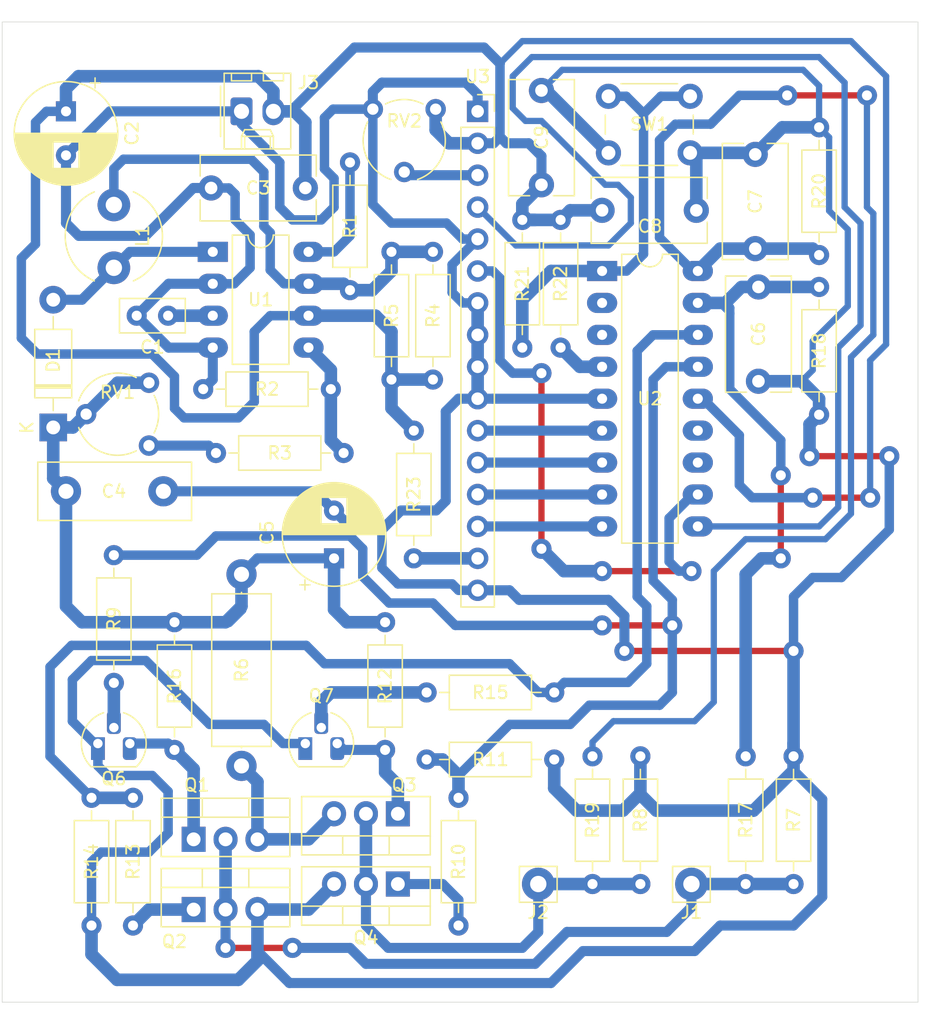
<source format=kicad_pcb>
(kicad_pcb (version 20171130) (host pcbnew 5.1.2-f72e74a~84~ubuntu18.04.1)

  (general
    (thickness 1.6)
    (drawings 4)
    (tracks 489)
    (zones 0)
    (modules 53)
    (nets 33)
  )

  (page A4)
  (title_block
    (title "Simple Zener Diode Tester")
    (date 2020-05-23)
    (rev 1.0.0)
    (company "Dilshan R Jayakody")
    (comment 1 jayakody2000lk@gmail.com)
    (comment 2 http://jayakody2000lk.blogspot.com)
    (comment 3 https://github.com/dilshan/simple-zener-tester)
  )

  (layers
    (0 F.Cu signal)
    (31 B.Cu signal hide)
    (32 B.Adhes user hide)
    (33 F.Adhes user hide)
    (34 B.Paste user hide)
    (35 F.Paste user hide)
    (36 B.SilkS user hide)
    (37 F.SilkS user)
    (38 B.Mask user hide)
    (39 F.Mask user hide)
    (40 Dwgs.User user hide)
    (41 Cmts.User user hide)
    (42 Eco1.User user hide)
    (43 Eco2.User user hide)
    (44 Edge.Cuts user)
    (45 Margin user hide)
    (46 B.CrtYd user hide)
    (47 F.CrtYd user hide)
    (48 B.Fab user hide)
    (49 F.Fab user)
  )

  (setup
    (last_trace_width 0.25)
    (user_trace_width 0.25)
    (user_trace_width 0.5)
    (user_trace_width 0.75)
    (user_trace_width 0.8)
    (user_trace_width 0.9)
    (user_trace_width 1)
    (trace_clearance 0.2)
    (zone_clearance 0.508)
    (zone_45_only no)
    (trace_min 0.2)
    (via_size 0.8)
    (via_drill 0.4)
    (via_min_size 0.4)
    (via_min_drill 0.3)
    (user_via 0.8 0.4)
    (user_via 1.6 0.8)
    (uvia_size 0.3)
    (uvia_drill 0.1)
    (uvias_allowed no)
    (uvia_min_size 0.2)
    (uvia_min_drill 0.1)
    (edge_width 0.05)
    (segment_width 0.2)
    (pcb_text_width 0.3)
    (pcb_text_size 1.5 1.5)
    (mod_edge_width 0.12)
    (mod_text_size 1 1)
    (mod_text_width 0.15)
    (pad_size 1.524 1.524)
    (pad_drill 0.762)
    (pad_to_mask_clearance 0.051)
    (solder_mask_min_width 0.25)
    (aux_axis_origin 0 0)
    (visible_elements FFFFFF7F)
    (pcbplotparams
      (layerselection 0x010fc_ffffffff)
      (usegerberextensions false)
      (usegerberattributes false)
      (usegerberadvancedattributes false)
      (creategerberjobfile false)
      (excludeedgelayer true)
      (linewidth 0.100000)
      (plotframeref false)
      (viasonmask false)
      (mode 1)
      (useauxorigin false)
      (hpglpennumber 1)
      (hpglpenspeed 20)
      (hpglpendiameter 15.000000)
      (psnegative false)
      (psa4output false)
      (plotreference true)
      (plotvalue true)
      (plotinvisibletext false)
      (padsonsilk false)
      (subtractmaskfromsilk false)
      (outputformat 1)
      (mirror false)
      (drillshape 1)
      (scaleselection 1)
      (outputdirectory ""))
  )

  (net 0 "")
  (net 1 "Net-(C1-Pad1)")
  (net 2 GND)
  (net 3 +5V)
  (net 4 LINE)
  (net 5 ZENER-SENCE1)
  (net 6 ZENER-SENCE2)
  (net 7 "Net-(D1-Pad2)")
  (net 8 TP1)
  (net 9 TP2)
  (net 10 "Net-(L1-Pad1)")
  (net 11 "Net-(Q1-Pad1)")
  (net 12 "Net-(Q2-Pad1)")
  (net 13 "Net-(Q3-Pad1)")
  (net 14 "Net-(Q4-Pad1)")
  (net 15 "Net-(Q6-Pad2)")
  (net 16 "Net-(Q7-Pad2)")
  (net 17 "Net-(R1-Pad2)")
  (net 18 "Net-(R2-Pad2)")
  (net 19 "Net-(R3-Pad2)")
  (net 20 TEST-CH1)
  (net 21 TEST-CH2)
  (net 22 SCAN-BTN)
  (net 23 MCLR)
  (net 24 "Net-(R23-Pad1)")
  (net 25 "Net-(RV2-Pad2)")
  (net 26 LCD-RS)
  (net 27 LCD-EN)
  (net 28 LCD0)
  (net 29 LCD1)
  (net 30 LCD2)
  (net 31 LCD3)
  (net 32 "Net-(Q1-Pad3)")

  (net_class Default "This is the default net class."
    (clearance 0.2)
    (trace_width 0.25)
    (via_dia 0.8)
    (via_drill 0.4)
    (uvia_dia 0.3)
    (uvia_drill 0.1)
    (add_net +5V)
    (add_net GND)
    (add_net LCD-EN)
    (add_net LCD-RS)
    (add_net LCD0)
    (add_net LCD1)
    (add_net LCD2)
    (add_net LCD3)
    (add_net LINE)
    (add_net MCLR)
    (add_net "Net-(C1-Pad1)")
    (add_net "Net-(D1-Pad2)")
    (add_net "Net-(L1-Pad1)")
    (add_net "Net-(Q1-Pad1)")
    (add_net "Net-(Q1-Pad3)")
    (add_net "Net-(Q2-Pad1)")
    (add_net "Net-(Q3-Pad1)")
    (add_net "Net-(Q4-Pad1)")
    (add_net "Net-(Q6-Pad2)")
    (add_net "Net-(Q7-Pad2)")
    (add_net "Net-(R1-Pad2)")
    (add_net "Net-(R2-Pad2)")
    (add_net "Net-(R23-Pad1)")
    (add_net "Net-(R3-Pad2)")
    (add_net "Net-(RV2-Pad2)")
    (add_net SCAN-BTN)
    (add_net TEST-CH1)
    (add_net TEST-CH2)
    (add_net TP1)
    (add_net TP2)
    (add_net ZENER-SENCE1)
    (add_net ZENER-SENCE2)
  )

  (module MountingHole:MountingHole_3.2mm_M3 (layer F.Cu) (tedit 56D1B4CB) (tstamp 5EBE93D2)
    (at 102.108 66.802)
    (descr "Mounting Hole 3.2mm, no annular, M3")
    (tags "mounting hole 3.2mm no annular m3")
    (attr virtual)
    (fp_text reference " " (at 0 -4.2) (layer F.SilkS)
      (effects (font (size 1 1) (thickness 0.15)))
    )
    (fp_text value " " (at 0 4.2) (layer F.Fab)
      (effects (font (size 1 1) (thickness 0.15)))
    )
    (fp_circle (center 0 0) (end 3.45 0) (layer F.CrtYd) (width 0.05))
    (fp_circle (center 0 0) (end 3.2 0) (layer Cmts.User) (width 0.15))
    (fp_text user %R (at 0.3 0) (layer F.Fab)
      (effects (font (size 1 1) (thickness 0.15)))
    )
    (pad 1 np_thru_hole circle (at 0 0) (size 3.2 3.2) (drill 3.2) (layers *.Cu *.Mask))
  )

  (module MountingHole:MountingHole_3.2mm_M3 (layer F.Cu) (tedit 56D1B4CB) (tstamp 5EBE93BC)
    (at 167.386 111.506 90)
    (descr "Mounting Hole 3.2mm, no annular, M3")
    (tags "mounting hole 3.2mm no annular m3")
    (attr virtual)
    (fp_text reference " " (at 0 -4.2 90) (layer F.SilkS)
      (effects (font (size 1 1) (thickness 0.15)))
    )
    (fp_text value " " (at 0 4.2 90) (layer F.Fab)
      (effects (font (size 1 1) (thickness 0.15)))
    )
    (fp_circle (center 0 0) (end 3.45 0) (layer F.CrtYd) (width 0.05))
    (fp_circle (center 0 0) (end 3.2 0) (layer Cmts.User) (width 0.15))
    (fp_text user %R (at 0.3 0 90) (layer F.Fab)
      (effects (font (size 1 1) (thickness 0.15)))
    )
    (pad 1 np_thru_hole circle (at 0 0 90) (size 3.2 3.2) (drill 3.2) (layers *.Cu *.Mask))
  )

  (module MountingHole:MountingHole_3.2mm_M3 (layer F.Cu) (tedit 56D1B4CB) (tstamp 5EBE93A6)
    (at 167.386 137.922)
    (descr "Mounting Hole 3.2mm, no annular, M3")
    (tags "mounting hole 3.2mm no annular m3")
    (attr virtual)
    (fp_text reference " " (at 0 -4.2) (layer F.SilkS)
      (effects (font (size 1 1) (thickness 0.15)))
    )
    (fp_text value " " (at 0 4.2) (layer F.Fab)
      (effects (font (size 1 1) (thickness 0.15)))
    )
    (fp_circle (center 0 0) (end 3.45 0) (layer F.CrtYd) (width 0.05))
    (fp_circle (center 0 0) (end 3.2 0) (layer Cmts.User) (width 0.15))
    (fp_text user %R (at 0.3 0) (layer F.Fab)
      (effects (font (size 1 1) (thickness 0.15)))
    )
    (pad 1 np_thru_hole circle (at 0 0) (size 3.2 3.2) (drill 3.2) (layers *.Cu *.Mask))
  )

  (module MountingHole:MountingHole_3.2mm_M3 (layer F.Cu) (tedit 56D1B4CB) (tstamp 5EBE9390)
    (at 102.108 138.176)
    (descr "Mounting Hole 3.2mm, no annular, M3")
    (tags "mounting hole 3.2mm no annular m3")
    (attr virtual)
    (fp_text reference " " (at 0 -4.2) (layer F.SilkS)
      (effects (font (size 1 1) (thickness 0.15)))
    )
    (fp_text value " " (at 0 4.2) (layer F.Fab)
      (effects (font (size 1 1) (thickness 0.15)))
    )
    (fp_circle (center 0 0) (end 3.45 0) (layer F.CrtYd) (width 0.05))
    (fp_circle (center 0 0) (end 3.2 0) (layer Cmts.User) (width 0.15))
    (fp_text user %R (at 0.3 0) (layer F.Fab)
      (effects (font (size 1 1) (thickness 0.15)))
    )
    (pad 1 np_thru_hole circle (at 0 0) (size 3.2 3.2) (drill 3.2) (layers *.Cu *.Mask))
  )

  (module Resistor_THT:R_Axial_DIN0207_L6.3mm_D2.5mm_P10.16mm_Horizontal (layer F.Cu) (tedit 5AE5139B) (tstamp 5EBD7EC7)
    (at 133.096 91.948 90)
    (descr "Resistor, Axial_DIN0207 series, Axial, Horizontal, pin pitch=10.16mm, 0.25W = 1/4W, length*diameter=6.3*2.5mm^2, http://cdn-reichelt.de/documents/datenblatt/B400/1_4W%23YAG.pdf")
    (tags "Resistor Axial_DIN0207 series Axial Horizontal pin pitch 10.16mm 0.25W = 1/4W length 6.3mm diameter 2.5mm")
    (path /5EB9E8B6)
    (fp_text reference R4 (at 5.08 0 90) (layer F.SilkS)
      (effects (font (size 1 1) (thickness 0.15)))
    )
    (fp_text value 1R (at 12.7 0 90) (layer F.Fab)
      (effects (font (size 1 1) (thickness 0.15)))
    )
    (fp_line (start 1.93 -1.25) (end 1.93 1.25) (layer F.Fab) (width 0.1))
    (fp_line (start 1.93 1.25) (end 8.23 1.25) (layer F.Fab) (width 0.1))
    (fp_line (start 8.23 1.25) (end 8.23 -1.25) (layer F.Fab) (width 0.1))
    (fp_line (start 8.23 -1.25) (end 1.93 -1.25) (layer F.Fab) (width 0.1))
    (fp_line (start 0 0) (end 1.93 0) (layer F.Fab) (width 0.1))
    (fp_line (start 10.16 0) (end 8.23 0) (layer F.Fab) (width 0.1))
    (fp_line (start 1.81 -1.37) (end 1.81 1.37) (layer F.SilkS) (width 0.12))
    (fp_line (start 1.81 1.37) (end 8.35 1.37) (layer F.SilkS) (width 0.12))
    (fp_line (start 8.35 1.37) (end 8.35 -1.37) (layer F.SilkS) (width 0.12))
    (fp_line (start 8.35 -1.37) (end 1.81 -1.37) (layer F.SilkS) (width 0.12))
    (fp_line (start 1.04 0) (end 1.81 0) (layer F.SilkS) (width 0.12))
    (fp_line (start 9.12 0) (end 8.35 0) (layer F.SilkS) (width 0.12))
    (fp_line (start -1.05 -1.5) (end -1.05 1.5) (layer F.CrtYd) (width 0.05))
    (fp_line (start -1.05 1.5) (end 11.21 1.5) (layer F.CrtYd) (width 0.05))
    (fp_line (start 11.21 1.5) (end 11.21 -1.5) (layer F.CrtYd) (width 0.05))
    (fp_line (start 11.21 -1.5) (end -1.05 -1.5) (layer F.CrtYd) (width 0.05))
    (fp_text user %R (at 5.08 0 90) (layer F.Fab)
      (effects (font (size 1 1) (thickness 0.15)))
    )
    (pad 1 thru_hole circle (at 0 0 90) (size 1.6 1.6) (drill 0.8) (layers *.Cu *.Mask)
      (net 3 +5V))
    (pad 2 thru_hole oval (at 10.16 0 90) (size 1.6 1.6) (drill 0.8) (layers *.Cu *.Mask)
      (net 10 "Net-(L1-Pad1)"))
    (model ${KISYS3DMOD}/Resistor_THT.3dshapes/R_Axial_DIN0207_L6.3mm_D2.5mm_P10.16mm_Horizontal.wrl
      (at (xyz 0 0 0))
      (scale (xyz 1 1 1))
      (rotate (xyz 0 0 0))
    )
  )

  (module Resistor_THT:R_Axial_DIN0207_L6.3mm_D2.5mm_P10.16mm_Horizontal (layer F.Cu) (tedit 5AE5139B) (tstamp 5EBD7E82)
    (at 126.492 84.836 90)
    (descr "Resistor, Axial_DIN0207 series, Axial, Horizontal, pin pitch=10.16mm, 0.25W = 1/4W, length*diameter=6.3*2.5mm^2, http://cdn-reichelt.de/documents/datenblatt/B400/1_4W%23YAG.pdf")
    (tags "Resistor Axial_DIN0207 series Axial Horizontal pin pitch 10.16mm 0.25W = 1/4W length 6.3mm diameter 2.5mm")
    (path /5EB964F3)
    (fp_text reference R1 (at 5.08 0 90) (layer F.SilkS)
      (effects (font (size 1 1) (thickness 0.15)))
    )
    (fp_text value 220R (at 6.604 2.37 90) (layer F.Fab)
      (effects (font (size 1 1) (thickness 0.15)))
    )
    (fp_line (start 1.93 -1.25) (end 1.93 1.25) (layer F.Fab) (width 0.1))
    (fp_line (start 1.93 1.25) (end 8.23 1.25) (layer F.Fab) (width 0.1))
    (fp_line (start 8.23 1.25) (end 8.23 -1.25) (layer F.Fab) (width 0.1))
    (fp_line (start 8.23 -1.25) (end 1.93 -1.25) (layer F.Fab) (width 0.1))
    (fp_line (start 0 0) (end 1.93 0) (layer F.Fab) (width 0.1))
    (fp_line (start 10.16 0) (end 8.23 0) (layer F.Fab) (width 0.1))
    (fp_line (start 1.81 -1.37) (end 1.81 1.37) (layer F.SilkS) (width 0.12))
    (fp_line (start 1.81 1.37) (end 8.35 1.37) (layer F.SilkS) (width 0.12))
    (fp_line (start 8.35 1.37) (end 8.35 -1.37) (layer F.SilkS) (width 0.12))
    (fp_line (start 8.35 -1.37) (end 1.81 -1.37) (layer F.SilkS) (width 0.12))
    (fp_line (start 1.04 0) (end 1.81 0) (layer F.SilkS) (width 0.12))
    (fp_line (start 9.12 0) (end 8.35 0) (layer F.SilkS) (width 0.12))
    (fp_line (start -1.05 -1.5) (end -1.05 1.5) (layer F.CrtYd) (width 0.05))
    (fp_line (start -1.05 1.5) (end 11.21 1.5) (layer F.CrtYd) (width 0.05))
    (fp_line (start 11.21 1.5) (end 11.21 -1.5) (layer F.CrtYd) (width 0.05))
    (fp_line (start 11.21 -1.5) (end -1.05 -1.5) (layer F.CrtYd) (width 0.05))
    (fp_text user %R (at 5.08 0 90) (layer F.Fab)
      (effects (font (size 1 1) (thickness 0.15)))
    )
    (pad 1 thru_hole circle (at 0 0 90) (size 1.6 1.6) (drill 0.8) (layers *.Cu *.Mask)
      (net 10 "Net-(L1-Pad1)"))
    (pad 2 thru_hole oval (at 10.16 0 90) (size 1.6 1.6) (drill 0.8) (layers *.Cu *.Mask)
      (net 17 "Net-(R1-Pad2)"))
    (model ${KISYS3DMOD}/Resistor_THT.3dshapes/R_Axial_DIN0207_L6.3mm_D2.5mm_P10.16mm_Horizontal.wrl
      (at (xyz 0 0 0))
      (scale (xyz 1 1 1))
      (rotate (xyz 0 0 0))
    )
  )

  (module Capacitor_THT:C_Disc_D5.0mm_W2.5mm_P2.50mm (layer F.Cu) (tedit 5AE50EF0) (tstamp 5EBD7B01)
    (at 112.014 86.868 180)
    (descr "C, Disc series, Radial, pin pitch=2.50mm, , diameter*width=5*2.5mm^2, Capacitor, http://cdn-reichelt.de/documents/datenblatt/B300/DS_KERKO_TC.pdf")
    (tags "C Disc series Radial pin pitch 2.50mm  diameter 5mm width 2.5mm Capacitor")
    (path /5EBA1754)
    (fp_text reference C1 (at 1.25 -2.5) (layer F.SilkS)
      (effects (font (size 1 1) (thickness 0.15)))
    )
    (fp_text value 0.001MFD (at -0.254 5.334 90) (layer F.Fab)
      (effects (font (size 1 1) (thickness 0.15)))
    )
    (fp_line (start -1.25 -1.25) (end -1.25 1.25) (layer F.Fab) (width 0.1))
    (fp_line (start -1.25 1.25) (end 3.75 1.25) (layer F.Fab) (width 0.1))
    (fp_line (start 3.75 1.25) (end 3.75 -1.25) (layer F.Fab) (width 0.1))
    (fp_line (start 3.75 -1.25) (end -1.25 -1.25) (layer F.Fab) (width 0.1))
    (fp_line (start -1.37 -1.37) (end 3.87 -1.37) (layer F.SilkS) (width 0.12))
    (fp_line (start -1.37 1.37) (end 3.87 1.37) (layer F.SilkS) (width 0.12))
    (fp_line (start -1.37 -1.37) (end -1.37 1.37) (layer F.SilkS) (width 0.12))
    (fp_line (start 3.87 -1.37) (end 3.87 1.37) (layer F.SilkS) (width 0.12))
    (fp_line (start -1.5 -1.5) (end -1.5 1.5) (layer F.CrtYd) (width 0.05))
    (fp_line (start -1.5 1.5) (end 4 1.5) (layer F.CrtYd) (width 0.05))
    (fp_line (start 4 1.5) (end 4 -1.5) (layer F.CrtYd) (width 0.05))
    (fp_line (start 4 -1.5) (end -1.5 -1.5) (layer F.CrtYd) (width 0.05))
    (fp_text user %R (at 1.27 -2.54) (layer F.Fab)
      (effects (font (size 1 1) (thickness 0.15)))
    )
    (pad 1 thru_hole circle (at 0 0 180) (size 1.6 1.6) (drill 0.8) (layers *.Cu *.Mask)
      (net 1 "Net-(C1-Pad1)"))
    (pad 2 thru_hole circle (at 2.5 0 180) (size 1.6 1.6) (drill 0.8) (layers *.Cu *.Mask)
      (net 2 GND))
    (model ${KISYS3DMOD}/Capacitor_THT.3dshapes/C_Disc_D5.0mm_W2.5mm_P2.50mm.wrl
      (at (xyz 0 0 0))
      (scale (xyz 1 1 1))
      (rotate (xyz 0 0 0))
    )
  )

  (module Capacitor_THT:CP_Radial_D8.0mm_P3.50mm (layer F.Cu) (tedit 5AE50EF0) (tstamp 5EBD7BAA)
    (at 103.886 70.612 270)
    (descr "CP, Radial series, Radial, pin pitch=3.50mm, , diameter=8mm, Electrolytic Capacitor")
    (tags "CP Radial series Radial pin pitch 3.50mm  diameter 8mm Electrolytic Capacitor")
    (path /5EBAB23A)
    (fp_text reference C2 (at 1.75 -5.25 90) (layer F.SilkS)
      (effects (font (size 1 1) (thickness 0.15)))
    )
    (fp_text value 100MFD (at -3.81 -4.064 180) (layer F.Fab)
      (effects (font (size 1 1) (thickness 0.15)))
    )
    (fp_circle (center 1.75 0) (end 5.75 0) (layer F.Fab) (width 0.1))
    (fp_circle (center 1.75 0) (end 5.87 0) (layer F.SilkS) (width 0.12))
    (fp_circle (center 1.75 0) (end 6 0) (layer F.CrtYd) (width 0.05))
    (fp_line (start -1.676759 -1.7475) (end -0.876759 -1.7475) (layer F.Fab) (width 0.1))
    (fp_line (start -1.276759 -2.1475) (end -1.276759 -1.3475) (layer F.Fab) (width 0.1))
    (fp_line (start 1.75 -4.08) (end 1.75 4.08) (layer F.SilkS) (width 0.12))
    (fp_line (start 1.79 -4.08) (end 1.79 4.08) (layer F.SilkS) (width 0.12))
    (fp_line (start 1.83 -4.08) (end 1.83 4.08) (layer F.SilkS) (width 0.12))
    (fp_line (start 1.87 -4.079) (end 1.87 4.079) (layer F.SilkS) (width 0.12))
    (fp_line (start 1.91 -4.077) (end 1.91 4.077) (layer F.SilkS) (width 0.12))
    (fp_line (start 1.95 -4.076) (end 1.95 4.076) (layer F.SilkS) (width 0.12))
    (fp_line (start 1.99 -4.074) (end 1.99 4.074) (layer F.SilkS) (width 0.12))
    (fp_line (start 2.03 -4.071) (end 2.03 4.071) (layer F.SilkS) (width 0.12))
    (fp_line (start 2.07 -4.068) (end 2.07 4.068) (layer F.SilkS) (width 0.12))
    (fp_line (start 2.11 -4.065) (end 2.11 4.065) (layer F.SilkS) (width 0.12))
    (fp_line (start 2.15 -4.061) (end 2.15 4.061) (layer F.SilkS) (width 0.12))
    (fp_line (start 2.19 -4.057) (end 2.19 4.057) (layer F.SilkS) (width 0.12))
    (fp_line (start 2.23 -4.052) (end 2.23 4.052) (layer F.SilkS) (width 0.12))
    (fp_line (start 2.27 -4.048) (end 2.27 4.048) (layer F.SilkS) (width 0.12))
    (fp_line (start 2.31 -4.042) (end 2.31 4.042) (layer F.SilkS) (width 0.12))
    (fp_line (start 2.35 -4.037) (end 2.35 4.037) (layer F.SilkS) (width 0.12))
    (fp_line (start 2.39 -4.03) (end 2.39 4.03) (layer F.SilkS) (width 0.12))
    (fp_line (start 2.43 -4.024) (end 2.43 4.024) (layer F.SilkS) (width 0.12))
    (fp_line (start 2.471 -4.017) (end 2.471 -1.04) (layer F.SilkS) (width 0.12))
    (fp_line (start 2.471 1.04) (end 2.471 4.017) (layer F.SilkS) (width 0.12))
    (fp_line (start 2.511 -4.01) (end 2.511 -1.04) (layer F.SilkS) (width 0.12))
    (fp_line (start 2.511 1.04) (end 2.511 4.01) (layer F.SilkS) (width 0.12))
    (fp_line (start 2.551 -4.002) (end 2.551 -1.04) (layer F.SilkS) (width 0.12))
    (fp_line (start 2.551 1.04) (end 2.551 4.002) (layer F.SilkS) (width 0.12))
    (fp_line (start 2.591 -3.994) (end 2.591 -1.04) (layer F.SilkS) (width 0.12))
    (fp_line (start 2.591 1.04) (end 2.591 3.994) (layer F.SilkS) (width 0.12))
    (fp_line (start 2.631 -3.985) (end 2.631 -1.04) (layer F.SilkS) (width 0.12))
    (fp_line (start 2.631 1.04) (end 2.631 3.985) (layer F.SilkS) (width 0.12))
    (fp_line (start 2.671 -3.976) (end 2.671 -1.04) (layer F.SilkS) (width 0.12))
    (fp_line (start 2.671 1.04) (end 2.671 3.976) (layer F.SilkS) (width 0.12))
    (fp_line (start 2.711 -3.967) (end 2.711 -1.04) (layer F.SilkS) (width 0.12))
    (fp_line (start 2.711 1.04) (end 2.711 3.967) (layer F.SilkS) (width 0.12))
    (fp_line (start 2.751 -3.957) (end 2.751 -1.04) (layer F.SilkS) (width 0.12))
    (fp_line (start 2.751 1.04) (end 2.751 3.957) (layer F.SilkS) (width 0.12))
    (fp_line (start 2.791 -3.947) (end 2.791 -1.04) (layer F.SilkS) (width 0.12))
    (fp_line (start 2.791 1.04) (end 2.791 3.947) (layer F.SilkS) (width 0.12))
    (fp_line (start 2.831 -3.936) (end 2.831 -1.04) (layer F.SilkS) (width 0.12))
    (fp_line (start 2.831 1.04) (end 2.831 3.936) (layer F.SilkS) (width 0.12))
    (fp_line (start 2.871 -3.925) (end 2.871 -1.04) (layer F.SilkS) (width 0.12))
    (fp_line (start 2.871 1.04) (end 2.871 3.925) (layer F.SilkS) (width 0.12))
    (fp_line (start 2.911 -3.914) (end 2.911 -1.04) (layer F.SilkS) (width 0.12))
    (fp_line (start 2.911 1.04) (end 2.911 3.914) (layer F.SilkS) (width 0.12))
    (fp_line (start 2.951 -3.902) (end 2.951 -1.04) (layer F.SilkS) (width 0.12))
    (fp_line (start 2.951 1.04) (end 2.951 3.902) (layer F.SilkS) (width 0.12))
    (fp_line (start 2.991 -3.889) (end 2.991 -1.04) (layer F.SilkS) (width 0.12))
    (fp_line (start 2.991 1.04) (end 2.991 3.889) (layer F.SilkS) (width 0.12))
    (fp_line (start 3.031 -3.877) (end 3.031 -1.04) (layer F.SilkS) (width 0.12))
    (fp_line (start 3.031 1.04) (end 3.031 3.877) (layer F.SilkS) (width 0.12))
    (fp_line (start 3.071 -3.863) (end 3.071 -1.04) (layer F.SilkS) (width 0.12))
    (fp_line (start 3.071 1.04) (end 3.071 3.863) (layer F.SilkS) (width 0.12))
    (fp_line (start 3.111 -3.85) (end 3.111 -1.04) (layer F.SilkS) (width 0.12))
    (fp_line (start 3.111 1.04) (end 3.111 3.85) (layer F.SilkS) (width 0.12))
    (fp_line (start 3.151 -3.835) (end 3.151 -1.04) (layer F.SilkS) (width 0.12))
    (fp_line (start 3.151 1.04) (end 3.151 3.835) (layer F.SilkS) (width 0.12))
    (fp_line (start 3.191 -3.821) (end 3.191 -1.04) (layer F.SilkS) (width 0.12))
    (fp_line (start 3.191 1.04) (end 3.191 3.821) (layer F.SilkS) (width 0.12))
    (fp_line (start 3.231 -3.805) (end 3.231 -1.04) (layer F.SilkS) (width 0.12))
    (fp_line (start 3.231 1.04) (end 3.231 3.805) (layer F.SilkS) (width 0.12))
    (fp_line (start 3.271 -3.79) (end 3.271 -1.04) (layer F.SilkS) (width 0.12))
    (fp_line (start 3.271 1.04) (end 3.271 3.79) (layer F.SilkS) (width 0.12))
    (fp_line (start 3.311 -3.774) (end 3.311 -1.04) (layer F.SilkS) (width 0.12))
    (fp_line (start 3.311 1.04) (end 3.311 3.774) (layer F.SilkS) (width 0.12))
    (fp_line (start 3.351 -3.757) (end 3.351 -1.04) (layer F.SilkS) (width 0.12))
    (fp_line (start 3.351 1.04) (end 3.351 3.757) (layer F.SilkS) (width 0.12))
    (fp_line (start 3.391 -3.74) (end 3.391 -1.04) (layer F.SilkS) (width 0.12))
    (fp_line (start 3.391 1.04) (end 3.391 3.74) (layer F.SilkS) (width 0.12))
    (fp_line (start 3.431 -3.722) (end 3.431 -1.04) (layer F.SilkS) (width 0.12))
    (fp_line (start 3.431 1.04) (end 3.431 3.722) (layer F.SilkS) (width 0.12))
    (fp_line (start 3.471 -3.704) (end 3.471 -1.04) (layer F.SilkS) (width 0.12))
    (fp_line (start 3.471 1.04) (end 3.471 3.704) (layer F.SilkS) (width 0.12))
    (fp_line (start 3.511 -3.686) (end 3.511 -1.04) (layer F.SilkS) (width 0.12))
    (fp_line (start 3.511 1.04) (end 3.511 3.686) (layer F.SilkS) (width 0.12))
    (fp_line (start 3.551 -3.666) (end 3.551 -1.04) (layer F.SilkS) (width 0.12))
    (fp_line (start 3.551 1.04) (end 3.551 3.666) (layer F.SilkS) (width 0.12))
    (fp_line (start 3.591 -3.647) (end 3.591 -1.04) (layer F.SilkS) (width 0.12))
    (fp_line (start 3.591 1.04) (end 3.591 3.647) (layer F.SilkS) (width 0.12))
    (fp_line (start 3.631 -3.627) (end 3.631 -1.04) (layer F.SilkS) (width 0.12))
    (fp_line (start 3.631 1.04) (end 3.631 3.627) (layer F.SilkS) (width 0.12))
    (fp_line (start 3.671 -3.606) (end 3.671 -1.04) (layer F.SilkS) (width 0.12))
    (fp_line (start 3.671 1.04) (end 3.671 3.606) (layer F.SilkS) (width 0.12))
    (fp_line (start 3.711 -3.584) (end 3.711 -1.04) (layer F.SilkS) (width 0.12))
    (fp_line (start 3.711 1.04) (end 3.711 3.584) (layer F.SilkS) (width 0.12))
    (fp_line (start 3.751 -3.562) (end 3.751 -1.04) (layer F.SilkS) (width 0.12))
    (fp_line (start 3.751 1.04) (end 3.751 3.562) (layer F.SilkS) (width 0.12))
    (fp_line (start 3.791 -3.54) (end 3.791 -1.04) (layer F.SilkS) (width 0.12))
    (fp_line (start 3.791 1.04) (end 3.791 3.54) (layer F.SilkS) (width 0.12))
    (fp_line (start 3.831 -3.517) (end 3.831 -1.04) (layer F.SilkS) (width 0.12))
    (fp_line (start 3.831 1.04) (end 3.831 3.517) (layer F.SilkS) (width 0.12))
    (fp_line (start 3.871 -3.493) (end 3.871 -1.04) (layer F.SilkS) (width 0.12))
    (fp_line (start 3.871 1.04) (end 3.871 3.493) (layer F.SilkS) (width 0.12))
    (fp_line (start 3.911 -3.469) (end 3.911 -1.04) (layer F.SilkS) (width 0.12))
    (fp_line (start 3.911 1.04) (end 3.911 3.469) (layer F.SilkS) (width 0.12))
    (fp_line (start 3.951 -3.444) (end 3.951 -1.04) (layer F.SilkS) (width 0.12))
    (fp_line (start 3.951 1.04) (end 3.951 3.444) (layer F.SilkS) (width 0.12))
    (fp_line (start 3.991 -3.418) (end 3.991 -1.04) (layer F.SilkS) (width 0.12))
    (fp_line (start 3.991 1.04) (end 3.991 3.418) (layer F.SilkS) (width 0.12))
    (fp_line (start 4.031 -3.392) (end 4.031 -1.04) (layer F.SilkS) (width 0.12))
    (fp_line (start 4.031 1.04) (end 4.031 3.392) (layer F.SilkS) (width 0.12))
    (fp_line (start 4.071 -3.365) (end 4.071 -1.04) (layer F.SilkS) (width 0.12))
    (fp_line (start 4.071 1.04) (end 4.071 3.365) (layer F.SilkS) (width 0.12))
    (fp_line (start 4.111 -3.338) (end 4.111 -1.04) (layer F.SilkS) (width 0.12))
    (fp_line (start 4.111 1.04) (end 4.111 3.338) (layer F.SilkS) (width 0.12))
    (fp_line (start 4.151 -3.309) (end 4.151 -1.04) (layer F.SilkS) (width 0.12))
    (fp_line (start 4.151 1.04) (end 4.151 3.309) (layer F.SilkS) (width 0.12))
    (fp_line (start 4.191 -3.28) (end 4.191 -1.04) (layer F.SilkS) (width 0.12))
    (fp_line (start 4.191 1.04) (end 4.191 3.28) (layer F.SilkS) (width 0.12))
    (fp_line (start 4.231 -3.25) (end 4.231 -1.04) (layer F.SilkS) (width 0.12))
    (fp_line (start 4.231 1.04) (end 4.231 3.25) (layer F.SilkS) (width 0.12))
    (fp_line (start 4.271 -3.22) (end 4.271 -1.04) (layer F.SilkS) (width 0.12))
    (fp_line (start 4.271 1.04) (end 4.271 3.22) (layer F.SilkS) (width 0.12))
    (fp_line (start 4.311 -3.189) (end 4.311 -1.04) (layer F.SilkS) (width 0.12))
    (fp_line (start 4.311 1.04) (end 4.311 3.189) (layer F.SilkS) (width 0.12))
    (fp_line (start 4.351 -3.156) (end 4.351 -1.04) (layer F.SilkS) (width 0.12))
    (fp_line (start 4.351 1.04) (end 4.351 3.156) (layer F.SilkS) (width 0.12))
    (fp_line (start 4.391 -3.124) (end 4.391 -1.04) (layer F.SilkS) (width 0.12))
    (fp_line (start 4.391 1.04) (end 4.391 3.124) (layer F.SilkS) (width 0.12))
    (fp_line (start 4.431 -3.09) (end 4.431 -1.04) (layer F.SilkS) (width 0.12))
    (fp_line (start 4.431 1.04) (end 4.431 3.09) (layer F.SilkS) (width 0.12))
    (fp_line (start 4.471 -3.055) (end 4.471 -1.04) (layer F.SilkS) (width 0.12))
    (fp_line (start 4.471 1.04) (end 4.471 3.055) (layer F.SilkS) (width 0.12))
    (fp_line (start 4.511 -3.019) (end 4.511 -1.04) (layer F.SilkS) (width 0.12))
    (fp_line (start 4.511 1.04) (end 4.511 3.019) (layer F.SilkS) (width 0.12))
    (fp_line (start 4.551 -2.983) (end 4.551 2.983) (layer F.SilkS) (width 0.12))
    (fp_line (start 4.591 -2.945) (end 4.591 2.945) (layer F.SilkS) (width 0.12))
    (fp_line (start 4.631 -2.907) (end 4.631 2.907) (layer F.SilkS) (width 0.12))
    (fp_line (start 4.671 -2.867) (end 4.671 2.867) (layer F.SilkS) (width 0.12))
    (fp_line (start 4.711 -2.826) (end 4.711 2.826) (layer F.SilkS) (width 0.12))
    (fp_line (start 4.751 -2.784) (end 4.751 2.784) (layer F.SilkS) (width 0.12))
    (fp_line (start 4.791 -2.741) (end 4.791 2.741) (layer F.SilkS) (width 0.12))
    (fp_line (start 4.831 -2.697) (end 4.831 2.697) (layer F.SilkS) (width 0.12))
    (fp_line (start 4.871 -2.651) (end 4.871 2.651) (layer F.SilkS) (width 0.12))
    (fp_line (start 4.911 -2.604) (end 4.911 2.604) (layer F.SilkS) (width 0.12))
    (fp_line (start 4.951 -2.556) (end 4.951 2.556) (layer F.SilkS) (width 0.12))
    (fp_line (start 4.991 -2.505) (end 4.991 2.505) (layer F.SilkS) (width 0.12))
    (fp_line (start 5.031 -2.454) (end 5.031 2.454) (layer F.SilkS) (width 0.12))
    (fp_line (start 5.071 -2.4) (end 5.071 2.4) (layer F.SilkS) (width 0.12))
    (fp_line (start 5.111 -2.345) (end 5.111 2.345) (layer F.SilkS) (width 0.12))
    (fp_line (start 5.151 -2.287) (end 5.151 2.287) (layer F.SilkS) (width 0.12))
    (fp_line (start 5.191 -2.228) (end 5.191 2.228) (layer F.SilkS) (width 0.12))
    (fp_line (start 5.231 -2.166) (end 5.231 2.166) (layer F.SilkS) (width 0.12))
    (fp_line (start 5.271 -2.102) (end 5.271 2.102) (layer F.SilkS) (width 0.12))
    (fp_line (start 5.311 -2.034) (end 5.311 2.034) (layer F.SilkS) (width 0.12))
    (fp_line (start 5.351 -1.964) (end 5.351 1.964) (layer F.SilkS) (width 0.12))
    (fp_line (start 5.391 -1.89) (end 5.391 1.89) (layer F.SilkS) (width 0.12))
    (fp_line (start 5.431 -1.813) (end 5.431 1.813) (layer F.SilkS) (width 0.12))
    (fp_line (start 5.471 -1.731) (end 5.471 1.731) (layer F.SilkS) (width 0.12))
    (fp_line (start 5.511 -1.645) (end 5.511 1.645) (layer F.SilkS) (width 0.12))
    (fp_line (start 5.551 -1.552) (end 5.551 1.552) (layer F.SilkS) (width 0.12))
    (fp_line (start 5.591 -1.453) (end 5.591 1.453) (layer F.SilkS) (width 0.12))
    (fp_line (start 5.631 -1.346) (end 5.631 1.346) (layer F.SilkS) (width 0.12))
    (fp_line (start 5.671 -1.229) (end 5.671 1.229) (layer F.SilkS) (width 0.12))
    (fp_line (start 5.711 -1.098) (end 5.711 1.098) (layer F.SilkS) (width 0.12))
    (fp_line (start 5.751 -0.948) (end 5.751 0.948) (layer F.SilkS) (width 0.12))
    (fp_line (start 5.791 -0.768) (end 5.791 0.768) (layer F.SilkS) (width 0.12))
    (fp_line (start 5.831 -0.533) (end 5.831 0.533) (layer F.SilkS) (width 0.12))
    (fp_line (start -2.659698 -2.315) (end -1.859698 -2.315) (layer F.SilkS) (width 0.12))
    (fp_line (start -2.259698 -2.715) (end -2.259698 -1.915) (layer F.SilkS) (width 0.12))
    (fp_text user %R (at 1.75 -5.334 90) (layer F.Fab)
      (effects (font (size 1 1) (thickness 0.15)))
    )
    (pad 1 thru_hole rect (at 0 0 270) (size 1.6 1.6) (drill 0.8) (layers *.Cu *.Mask)
      (net 3 +5V))
    (pad 2 thru_hole circle (at 3.5 0 270) (size 1.6 1.6) (drill 0.8) (layers *.Cu *.Mask)
      (net 2 GND))
    (model ${KISYS3DMOD}/Capacitor_THT.3dshapes/CP_Radial_D8.0mm_P3.50mm.wrl
      (at (xyz 0 0 0))
      (scale (xyz 1 1 1))
      (rotate (xyz 0 0 0))
    )
  )

  (module Capacitor_THT:C_Disc_D9.0mm_W5.0mm_P7.50mm (layer F.Cu) (tedit 5AE50EF0) (tstamp 5EBE7AE6)
    (at 122.936 76.708 180)
    (descr "C, Disc series, Radial, pin pitch=7.50mm, , diameter*width=9*5.0mm^2, Capacitor, http://www.vishay.com/docs/28535/vy2series.pdf")
    (tags "C Disc series Radial pin pitch 7.50mm  diameter 9mm width 5.0mm Capacitor")
    (path /5EBB39DB)
    (fp_text reference C3 (at 3.75 0) (layer F.SilkS)
      (effects (font (size 1 1) (thickness 0.15)))
    )
    (fp_text value 0.1MFD (at 7.874 5.842 90) (layer F.Fab)
      (effects (font (size 1 1) (thickness 0.15)))
    )
    (fp_line (start -0.75 -2.5) (end -0.75 2.5) (layer F.Fab) (width 0.1))
    (fp_line (start -0.75 2.5) (end 8.25 2.5) (layer F.Fab) (width 0.1))
    (fp_line (start 8.25 2.5) (end 8.25 -2.5) (layer F.Fab) (width 0.1))
    (fp_line (start 8.25 -2.5) (end -0.75 -2.5) (layer F.Fab) (width 0.1))
    (fp_line (start -0.87 -2.62) (end 8.37 -2.62) (layer F.SilkS) (width 0.12))
    (fp_line (start -0.87 2.62) (end 8.37 2.62) (layer F.SilkS) (width 0.12))
    (fp_line (start -0.87 -2.62) (end -0.87 -0.946) (layer F.SilkS) (width 0.12))
    (fp_line (start -0.87 0.946) (end -0.87 2.62) (layer F.SilkS) (width 0.12))
    (fp_line (start 8.37 -2.62) (end 8.37 -0.946) (layer F.SilkS) (width 0.12))
    (fp_line (start 8.37 0.946) (end 8.37 2.62) (layer F.SilkS) (width 0.12))
    (fp_line (start -1.25 -2.75) (end -1.25 2.75) (layer F.CrtYd) (width 0.05))
    (fp_line (start -1.25 2.75) (end 8.75 2.75) (layer F.CrtYd) (width 0.05))
    (fp_line (start 8.75 2.75) (end 8.75 -2.75) (layer F.CrtYd) (width 0.05))
    (fp_line (start 8.75 -2.75) (end -1.25 -2.75) (layer F.CrtYd) (width 0.05))
    (fp_text user %R (at 3.75 0) (layer F.Fab)
      (effects (font (size 1 1) (thickness 0.15)))
    )
    (pad 1 thru_hole circle (at 0 0 180) (size 2 2) (drill 1) (layers *.Cu *.Mask)
      (net 3 +5V))
    (pad 2 thru_hole circle (at 7.5 0 180) (size 2 2) (drill 1) (layers *.Cu *.Mask)
      (net 2 GND))
    (model ${KISYS3DMOD}/Capacitor_THT.3dshapes/C_Disc_D9.0mm_W5.0mm_P7.50mm.wrl
      (at (xyz 0 0 0))
      (scale (xyz 1 1 1))
      (rotate (xyz 0 0 0))
    )
  )

  (module Capacitor_THT:C_Disc_D12.0mm_W4.4mm_P7.75mm (layer F.Cu) (tedit 5AE50EF0) (tstamp 5EBD7BD2)
    (at 103.886 100.838)
    (descr "C, Disc series, Radial, pin pitch=7.75mm, , diameter*width=12*4.4mm^2, Capacitor")
    (tags "C Disc series Radial pin pitch 7.75mm  diameter 12mm width 4.4mm Capacitor")
    (path /5EBB80FF)
    (fp_text reference C4 (at 3.81 0) (layer F.SilkS)
      (effects (font (size 1 1) (thickness 0.15)))
    )
    (fp_text value 0.033MFD (at 3.875 3.302) (layer F.Fab)
      (effects (font (size 1 1) (thickness 0.15)))
    )
    (fp_line (start -2.125 -2.2) (end -2.125 2.2) (layer F.Fab) (width 0.1))
    (fp_line (start -2.125 2.2) (end 9.875 2.2) (layer F.Fab) (width 0.1))
    (fp_line (start 9.875 2.2) (end 9.875 -2.2) (layer F.Fab) (width 0.1))
    (fp_line (start 9.875 -2.2) (end -2.125 -2.2) (layer F.Fab) (width 0.1))
    (fp_line (start -2.245 -2.321) (end 9.995 -2.321) (layer F.SilkS) (width 0.12))
    (fp_line (start -2.245 2.321) (end 9.995 2.321) (layer F.SilkS) (width 0.12))
    (fp_line (start -2.245 -2.321) (end -2.245 2.321) (layer F.SilkS) (width 0.12))
    (fp_line (start 9.995 -2.321) (end 9.995 2.321) (layer F.SilkS) (width 0.12))
    (fp_line (start -2.38 -2.45) (end -2.38 2.45) (layer F.CrtYd) (width 0.05))
    (fp_line (start -2.38 2.45) (end 10.13 2.45) (layer F.CrtYd) (width 0.05))
    (fp_line (start 10.13 2.45) (end 10.13 -2.45) (layer F.CrtYd) (width 0.05))
    (fp_line (start 10.13 -2.45) (end -2.38 -2.45) (layer F.CrtYd) (width 0.05))
    (fp_text user %R (at 3.875 0) (layer F.Fab)
      (effects (font (size 1 1) (thickness 0.15)))
    )
    (pad 1 thru_hole circle (at 0 0) (size 2.4 2.4) (drill 1.2) (layers *.Cu *.Mask)
      (net 4 LINE))
    (pad 2 thru_hole circle (at 7.75 0) (size 2.4 2.4) (drill 1.2) (layers *.Cu *.Mask)
      (net 2 GND))
    (model ${KISYS3DMOD}/Capacitor_THT.3dshapes/C_Disc_D12.0mm_W4.4mm_P7.75mm.wrl
      (at (xyz 0 0 0))
      (scale (xyz 1 1 1))
      (rotate (xyz 0 0 0))
    )
  )

  (module Capacitor_THT:CP_Radial_D8.0mm_P3.80mm (layer F.Cu) (tedit 5AE50EF0) (tstamp 5EBD7C7B)
    (at 125.222 106.172 90)
    (descr "CP, Radial series, Radial, pin pitch=3.80mm, , diameter=8mm, Electrolytic Capacitor")
    (tags "CP Radial series Radial pin pitch 3.80mm  diameter 8mm Electrolytic Capacitor")
    (path /5EBC274F)
    (fp_text reference C5 (at 2.032 -5.334 90) (layer F.SilkS)
      (effects (font (size 1 1) (thickness 0.15)))
    )
    (fp_text value 220MFD (at -3.556 0.508 180) (layer F.Fab)
      (effects (font (size 1 1) (thickness 0.15)))
    )
    (fp_text user %R (at 2.032 -5.334 90) (layer F.Fab)
      (effects (font (size 1 1) (thickness 0.15)))
    )
    (fp_line (start -2.109698 -2.715) (end -2.109698 -1.915) (layer F.SilkS) (width 0.12))
    (fp_line (start -2.509698 -2.315) (end -1.709698 -2.315) (layer F.SilkS) (width 0.12))
    (fp_line (start 5.981 -0.533) (end 5.981 0.533) (layer F.SilkS) (width 0.12))
    (fp_line (start 5.941 -0.768) (end 5.941 0.768) (layer F.SilkS) (width 0.12))
    (fp_line (start 5.901 -0.948) (end 5.901 0.948) (layer F.SilkS) (width 0.12))
    (fp_line (start 5.861 -1.098) (end 5.861 1.098) (layer F.SilkS) (width 0.12))
    (fp_line (start 5.821 -1.229) (end 5.821 1.229) (layer F.SilkS) (width 0.12))
    (fp_line (start 5.781 -1.346) (end 5.781 1.346) (layer F.SilkS) (width 0.12))
    (fp_line (start 5.741 -1.453) (end 5.741 1.453) (layer F.SilkS) (width 0.12))
    (fp_line (start 5.701 -1.552) (end 5.701 1.552) (layer F.SilkS) (width 0.12))
    (fp_line (start 5.661 -1.645) (end 5.661 1.645) (layer F.SilkS) (width 0.12))
    (fp_line (start 5.621 -1.731) (end 5.621 1.731) (layer F.SilkS) (width 0.12))
    (fp_line (start 5.581 -1.813) (end 5.581 1.813) (layer F.SilkS) (width 0.12))
    (fp_line (start 5.541 -1.89) (end 5.541 1.89) (layer F.SilkS) (width 0.12))
    (fp_line (start 5.501 -1.964) (end 5.501 1.964) (layer F.SilkS) (width 0.12))
    (fp_line (start 5.461 -2.034) (end 5.461 2.034) (layer F.SilkS) (width 0.12))
    (fp_line (start 5.421 -2.102) (end 5.421 2.102) (layer F.SilkS) (width 0.12))
    (fp_line (start 5.381 -2.166) (end 5.381 2.166) (layer F.SilkS) (width 0.12))
    (fp_line (start 5.341 -2.228) (end 5.341 2.228) (layer F.SilkS) (width 0.12))
    (fp_line (start 5.301 -2.287) (end 5.301 2.287) (layer F.SilkS) (width 0.12))
    (fp_line (start 5.261 -2.345) (end 5.261 2.345) (layer F.SilkS) (width 0.12))
    (fp_line (start 5.221 -2.4) (end 5.221 2.4) (layer F.SilkS) (width 0.12))
    (fp_line (start 5.181 -2.454) (end 5.181 2.454) (layer F.SilkS) (width 0.12))
    (fp_line (start 5.141 -2.505) (end 5.141 2.505) (layer F.SilkS) (width 0.12))
    (fp_line (start 5.101 -2.556) (end 5.101 2.556) (layer F.SilkS) (width 0.12))
    (fp_line (start 5.061 -2.604) (end 5.061 2.604) (layer F.SilkS) (width 0.12))
    (fp_line (start 5.021 -2.651) (end 5.021 2.651) (layer F.SilkS) (width 0.12))
    (fp_line (start 4.981 -2.697) (end 4.981 2.697) (layer F.SilkS) (width 0.12))
    (fp_line (start 4.941 -2.741) (end 4.941 2.741) (layer F.SilkS) (width 0.12))
    (fp_line (start 4.901 -2.784) (end 4.901 2.784) (layer F.SilkS) (width 0.12))
    (fp_line (start 4.861 -2.826) (end 4.861 2.826) (layer F.SilkS) (width 0.12))
    (fp_line (start 4.821 1.04) (end 4.821 2.867) (layer F.SilkS) (width 0.12))
    (fp_line (start 4.821 -2.867) (end 4.821 -1.04) (layer F.SilkS) (width 0.12))
    (fp_line (start 4.781 1.04) (end 4.781 2.907) (layer F.SilkS) (width 0.12))
    (fp_line (start 4.781 -2.907) (end 4.781 -1.04) (layer F.SilkS) (width 0.12))
    (fp_line (start 4.741 1.04) (end 4.741 2.945) (layer F.SilkS) (width 0.12))
    (fp_line (start 4.741 -2.945) (end 4.741 -1.04) (layer F.SilkS) (width 0.12))
    (fp_line (start 4.701 1.04) (end 4.701 2.983) (layer F.SilkS) (width 0.12))
    (fp_line (start 4.701 -2.983) (end 4.701 -1.04) (layer F.SilkS) (width 0.12))
    (fp_line (start 4.661 1.04) (end 4.661 3.019) (layer F.SilkS) (width 0.12))
    (fp_line (start 4.661 -3.019) (end 4.661 -1.04) (layer F.SilkS) (width 0.12))
    (fp_line (start 4.621 1.04) (end 4.621 3.055) (layer F.SilkS) (width 0.12))
    (fp_line (start 4.621 -3.055) (end 4.621 -1.04) (layer F.SilkS) (width 0.12))
    (fp_line (start 4.581 1.04) (end 4.581 3.09) (layer F.SilkS) (width 0.12))
    (fp_line (start 4.581 -3.09) (end 4.581 -1.04) (layer F.SilkS) (width 0.12))
    (fp_line (start 4.541 1.04) (end 4.541 3.124) (layer F.SilkS) (width 0.12))
    (fp_line (start 4.541 -3.124) (end 4.541 -1.04) (layer F.SilkS) (width 0.12))
    (fp_line (start 4.501 1.04) (end 4.501 3.156) (layer F.SilkS) (width 0.12))
    (fp_line (start 4.501 -3.156) (end 4.501 -1.04) (layer F.SilkS) (width 0.12))
    (fp_line (start 4.461 1.04) (end 4.461 3.189) (layer F.SilkS) (width 0.12))
    (fp_line (start 4.461 -3.189) (end 4.461 -1.04) (layer F.SilkS) (width 0.12))
    (fp_line (start 4.421 1.04) (end 4.421 3.22) (layer F.SilkS) (width 0.12))
    (fp_line (start 4.421 -3.22) (end 4.421 -1.04) (layer F.SilkS) (width 0.12))
    (fp_line (start 4.381 1.04) (end 4.381 3.25) (layer F.SilkS) (width 0.12))
    (fp_line (start 4.381 -3.25) (end 4.381 -1.04) (layer F.SilkS) (width 0.12))
    (fp_line (start 4.341 1.04) (end 4.341 3.28) (layer F.SilkS) (width 0.12))
    (fp_line (start 4.341 -3.28) (end 4.341 -1.04) (layer F.SilkS) (width 0.12))
    (fp_line (start 4.301 1.04) (end 4.301 3.309) (layer F.SilkS) (width 0.12))
    (fp_line (start 4.301 -3.309) (end 4.301 -1.04) (layer F.SilkS) (width 0.12))
    (fp_line (start 4.261 1.04) (end 4.261 3.338) (layer F.SilkS) (width 0.12))
    (fp_line (start 4.261 -3.338) (end 4.261 -1.04) (layer F.SilkS) (width 0.12))
    (fp_line (start 4.221 1.04) (end 4.221 3.365) (layer F.SilkS) (width 0.12))
    (fp_line (start 4.221 -3.365) (end 4.221 -1.04) (layer F.SilkS) (width 0.12))
    (fp_line (start 4.181 1.04) (end 4.181 3.392) (layer F.SilkS) (width 0.12))
    (fp_line (start 4.181 -3.392) (end 4.181 -1.04) (layer F.SilkS) (width 0.12))
    (fp_line (start 4.141 1.04) (end 4.141 3.418) (layer F.SilkS) (width 0.12))
    (fp_line (start 4.141 -3.418) (end 4.141 -1.04) (layer F.SilkS) (width 0.12))
    (fp_line (start 4.101 1.04) (end 4.101 3.444) (layer F.SilkS) (width 0.12))
    (fp_line (start 4.101 -3.444) (end 4.101 -1.04) (layer F.SilkS) (width 0.12))
    (fp_line (start 4.061 1.04) (end 4.061 3.469) (layer F.SilkS) (width 0.12))
    (fp_line (start 4.061 -3.469) (end 4.061 -1.04) (layer F.SilkS) (width 0.12))
    (fp_line (start 4.021 1.04) (end 4.021 3.493) (layer F.SilkS) (width 0.12))
    (fp_line (start 4.021 -3.493) (end 4.021 -1.04) (layer F.SilkS) (width 0.12))
    (fp_line (start 3.981 1.04) (end 3.981 3.517) (layer F.SilkS) (width 0.12))
    (fp_line (start 3.981 -3.517) (end 3.981 -1.04) (layer F.SilkS) (width 0.12))
    (fp_line (start 3.941 1.04) (end 3.941 3.54) (layer F.SilkS) (width 0.12))
    (fp_line (start 3.941 -3.54) (end 3.941 -1.04) (layer F.SilkS) (width 0.12))
    (fp_line (start 3.901 1.04) (end 3.901 3.562) (layer F.SilkS) (width 0.12))
    (fp_line (start 3.901 -3.562) (end 3.901 -1.04) (layer F.SilkS) (width 0.12))
    (fp_line (start 3.861 1.04) (end 3.861 3.584) (layer F.SilkS) (width 0.12))
    (fp_line (start 3.861 -3.584) (end 3.861 -1.04) (layer F.SilkS) (width 0.12))
    (fp_line (start 3.821 1.04) (end 3.821 3.606) (layer F.SilkS) (width 0.12))
    (fp_line (start 3.821 -3.606) (end 3.821 -1.04) (layer F.SilkS) (width 0.12))
    (fp_line (start 3.781 1.04) (end 3.781 3.627) (layer F.SilkS) (width 0.12))
    (fp_line (start 3.781 -3.627) (end 3.781 -1.04) (layer F.SilkS) (width 0.12))
    (fp_line (start 3.741 1.04) (end 3.741 3.647) (layer F.SilkS) (width 0.12))
    (fp_line (start 3.741 -3.647) (end 3.741 -1.04) (layer F.SilkS) (width 0.12))
    (fp_line (start 3.701 1.04) (end 3.701 3.666) (layer F.SilkS) (width 0.12))
    (fp_line (start 3.701 -3.666) (end 3.701 -1.04) (layer F.SilkS) (width 0.12))
    (fp_line (start 3.661 1.04) (end 3.661 3.686) (layer F.SilkS) (width 0.12))
    (fp_line (start 3.661 -3.686) (end 3.661 -1.04) (layer F.SilkS) (width 0.12))
    (fp_line (start 3.621 1.04) (end 3.621 3.704) (layer F.SilkS) (width 0.12))
    (fp_line (start 3.621 -3.704) (end 3.621 -1.04) (layer F.SilkS) (width 0.12))
    (fp_line (start 3.581 1.04) (end 3.581 3.722) (layer F.SilkS) (width 0.12))
    (fp_line (start 3.581 -3.722) (end 3.581 -1.04) (layer F.SilkS) (width 0.12))
    (fp_line (start 3.541 1.04) (end 3.541 3.74) (layer F.SilkS) (width 0.12))
    (fp_line (start 3.541 -3.74) (end 3.541 -1.04) (layer F.SilkS) (width 0.12))
    (fp_line (start 3.501 1.04) (end 3.501 3.757) (layer F.SilkS) (width 0.12))
    (fp_line (start 3.501 -3.757) (end 3.501 -1.04) (layer F.SilkS) (width 0.12))
    (fp_line (start 3.461 1.04) (end 3.461 3.774) (layer F.SilkS) (width 0.12))
    (fp_line (start 3.461 -3.774) (end 3.461 -1.04) (layer F.SilkS) (width 0.12))
    (fp_line (start 3.421 1.04) (end 3.421 3.79) (layer F.SilkS) (width 0.12))
    (fp_line (start 3.421 -3.79) (end 3.421 -1.04) (layer F.SilkS) (width 0.12))
    (fp_line (start 3.381 1.04) (end 3.381 3.805) (layer F.SilkS) (width 0.12))
    (fp_line (start 3.381 -3.805) (end 3.381 -1.04) (layer F.SilkS) (width 0.12))
    (fp_line (start 3.341 1.04) (end 3.341 3.821) (layer F.SilkS) (width 0.12))
    (fp_line (start 3.341 -3.821) (end 3.341 -1.04) (layer F.SilkS) (width 0.12))
    (fp_line (start 3.301 1.04) (end 3.301 3.835) (layer F.SilkS) (width 0.12))
    (fp_line (start 3.301 -3.835) (end 3.301 -1.04) (layer F.SilkS) (width 0.12))
    (fp_line (start 3.261 1.04) (end 3.261 3.85) (layer F.SilkS) (width 0.12))
    (fp_line (start 3.261 -3.85) (end 3.261 -1.04) (layer F.SilkS) (width 0.12))
    (fp_line (start 3.221 1.04) (end 3.221 3.863) (layer F.SilkS) (width 0.12))
    (fp_line (start 3.221 -3.863) (end 3.221 -1.04) (layer F.SilkS) (width 0.12))
    (fp_line (start 3.181 1.04) (end 3.181 3.877) (layer F.SilkS) (width 0.12))
    (fp_line (start 3.181 -3.877) (end 3.181 -1.04) (layer F.SilkS) (width 0.12))
    (fp_line (start 3.141 1.04) (end 3.141 3.889) (layer F.SilkS) (width 0.12))
    (fp_line (start 3.141 -3.889) (end 3.141 -1.04) (layer F.SilkS) (width 0.12))
    (fp_line (start 3.101 1.04) (end 3.101 3.902) (layer F.SilkS) (width 0.12))
    (fp_line (start 3.101 -3.902) (end 3.101 -1.04) (layer F.SilkS) (width 0.12))
    (fp_line (start 3.061 1.04) (end 3.061 3.914) (layer F.SilkS) (width 0.12))
    (fp_line (start 3.061 -3.914) (end 3.061 -1.04) (layer F.SilkS) (width 0.12))
    (fp_line (start 3.021 1.04) (end 3.021 3.925) (layer F.SilkS) (width 0.12))
    (fp_line (start 3.021 -3.925) (end 3.021 -1.04) (layer F.SilkS) (width 0.12))
    (fp_line (start 2.981 1.04) (end 2.981 3.936) (layer F.SilkS) (width 0.12))
    (fp_line (start 2.981 -3.936) (end 2.981 -1.04) (layer F.SilkS) (width 0.12))
    (fp_line (start 2.941 1.04) (end 2.941 3.947) (layer F.SilkS) (width 0.12))
    (fp_line (start 2.941 -3.947) (end 2.941 -1.04) (layer F.SilkS) (width 0.12))
    (fp_line (start 2.901 1.04) (end 2.901 3.957) (layer F.SilkS) (width 0.12))
    (fp_line (start 2.901 -3.957) (end 2.901 -1.04) (layer F.SilkS) (width 0.12))
    (fp_line (start 2.861 1.04) (end 2.861 3.967) (layer F.SilkS) (width 0.12))
    (fp_line (start 2.861 -3.967) (end 2.861 -1.04) (layer F.SilkS) (width 0.12))
    (fp_line (start 2.821 1.04) (end 2.821 3.976) (layer F.SilkS) (width 0.12))
    (fp_line (start 2.821 -3.976) (end 2.821 -1.04) (layer F.SilkS) (width 0.12))
    (fp_line (start 2.781 1.04) (end 2.781 3.985) (layer F.SilkS) (width 0.12))
    (fp_line (start 2.781 -3.985) (end 2.781 -1.04) (layer F.SilkS) (width 0.12))
    (fp_line (start 2.741 -3.994) (end 2.741 3.994) (layer F.SilkS) (width 0.12))
    (fp_line (start 2.701 -4.002) (end 2.701 4.002) (layer F.SilkS) (width 0.12))
    (fp_line (start 2.661 -4.01) (end 2.661 4.01) (layer F.SilkS) (width 0.12))
    (fp_line (start 2.621 -4.017) (end 2.621 4.017) (layer F.SilkS) (width 0.12))
    (fp_line (start 2.58 -4.024) (end 2.58 4.024) (layer F.SilkS) (width 0.12))
    (fp_line (start 2.54 -4.03) (end 2.54 4.03) (layer F.SilkS) (width 0.12))
    (fp_line (start 2.5 -4.037) (end 2.5 4.037) (layer F.SilkS) (width 0.12))
    (fp_line (start 2.46 -4.042) (end 2.46 4.042) (layer F.SilkS) (width 0.12))
    (fp_line (start 2.42 -4.048) (end 2.42 4.048) (layer F.SilkS) (width 0.12))
    (fp_line (start 2.38 -4.052) (end 2.38 4.052) (layer F.SilkS) (width 0.12))
    (fp_line (start 2.34 -4.057) (end 2.34 4.057) (layer F.SilkS) (width 0.12))
    (fp_line (start 2.3 -4.061) (end 2.3 4.061) (layer F.SilkS) (width 0.12))
    (fp_line (start 2.26 -4.065) (end 2.26 4.065) (layer F.SilkS) (width 0.12))
    (fp_line (start 2.22 -4.068) (end 2.22 4.068) (layer F.SilkS) (width 0.12))
    (fp_line (start 2.18 -4.071) (end 2.18 4.071) (layer F.SilkS) (width 0.12))
    (fp_line (start 2.14 -4.074) (end 2.14 4.074) (layer F.SilkS) (width 0.12))
    (fp_line (start 2.1 -4.076) (end 2.1 4.076) (layer F.SilkS) (width 0.12))
    (fp_line (start 2.06 -4.077) (end 2.06 4.077) (layer F.SilkS) (width 0.12))
    (fp_line (start 2.02 -4.079) (end 2.02 4.079) (layer F.SilkS) (width 0.12))
    (fp_line (start 1.98 -4.08) (end 1.98 4.08) (layer F.SilkS) (width 0.12))
    (fp_line (start 1.94 -4.08) (end 1.94 4.08) (layer F.SilkS) (width 0.12))
    (fp_line (start 1.9 -4.08) (end 1.9 4.08) (layer F.SilkS) (width 0.12))
    (fp_line (start -1.126759 -2.1475) (end -1.126759 -1.3475) (layer F.Fab) (width 0.1))
    (fp_line (start -1.526759 -1.7475) (end -0.726759 -1.7475) (layer F.Fab) (width 0.1))
    (fp_circle (center 1.9 0) (end 6.15 0) (layer F.CrtYd) (width 0.05))
    (fp_circle (center 1.9 0) (end 6.02 0) (layer F.SilkS) (width 0.12))
    (fp_circle (center 1.9 0) (end 5.9 0) (layer F.Fab) (width 0.1))
    (pad 2 thru_hole circle (at 3.8 0 90) (size 1.6 1.6) (drill 0.8) (layers *.Cu *.Mask)
      (net 2 GND))
    (pad 1 thru_hole rect (at 0 0 90) (size 1.6 1.6) (drill 0.8) (layers *.Cu *.Mask)
      (net 4 LINE))
    (model ${KISYS3DMOD}/Capacitor_THT.3dshapes/CP_Radial_D8.0mm_P3.80mm.wrl
      (at (xyz 0 0 0))
      (scale (xyz 1 1 1))
      (rotate (xyz 0 0 0))
    )
  )

  (module Capacitor_THT:C_Disc_D9.0mm_W5.0mm_P7.50mm (layer F.Cu) (tedit 5AE50EF0) (tstamp 5EBD7C90)
    (at 159.004 84.582 270)
    (descr "C, Disc series, Radial, pin pitch=7.50mm, , diameter*width=9*5.0mm^2, Capacitor, http://www.vishay.com/docs/28535/vy2series.pdf")
    (tags "C Disc series Radial pin pitch 7.50mm  diameter 9mm width 5.0mm Capacitor")
    (path /5EBE7479)
    (fp_text reference C6 (at 3.75 0 90) (layer F.SilkS)
      (effects (font (size 1 1) (thickness 0.15)))
    )
    (fp_text value 0.1MFD (at 9.652 -0.254 180) (layer F.Fab)
      (effects (font (size 1 1) (thickness 0.15)))
    )
    (fp_line (start -0.75 -2.5) (end -0.75 2.5) (layer F.Fab) (width 0.1))
    (fp_line (start -0.75 2.5) (end 8.25 2.5) (layer F.Fab) (width 0.1))
    (fp_line (start 8.25 2.5) (end 8.25 -2.5) (layer F.Fab) (width 0.1))
    (fp_line (start 8.25 -2.5) (end -0.75 -2.5) (layer F.Fab) (width 0.1))
    (fp_line (start -0.87 -2.62) (end 8.37 -2.62) (layer F.SilkS) (width 0.12))
    (fp_line (start -0.87 2.62) (end 8.37 2.62) (layer F.SilkS) (width 0.12))
    (fp_line (start -0.87 -2.62) (end -0.87 -0.946) (layer F.SilkS) (width 0.12))
    (fp_line (start -0.87 0.946) (end -0.87 2.62) (layer F.SilkS) (width 0.12))
    (fp_line (start 8.37 -2.62) (end 8.37 -0.946) (layer F.SilkS) (width 0.12))
    (fp_line (start 8.37 0.946) (end 8.37 2.62) (layer F.SilkS) (width 0.12))
    (fp_line (start -1.25 -2.75) (end -1.25 2.75) (layer F.CrtYd) (width 0.05))
    (fp_line (start -1.25 2.75) (end 8.75 2.75) (layer F.CrtYd) (width 0.05))
    (fp_line (start 8.75 2.75) (end 8.75 -2.75) (layer F.CrtYd) (width 0.05))
    (fp_line (start 8.75 -2.75) (end -1.25 -2.75) (layer F.CrtYd) (width 0.05))
    (fp_text user %R (at 3.75 0 90) (layer F.Fab)
      (effects (font (size 1 1) (thickness 0.15)))
    )
    (pad 1 thru_hole circle (at 0 0 270) (size 2 2) (drill 1) (layers *.Cu *.Mask)
      (net 5 ZENER-SENCE1))
    (pad 2 thru_hole circle (at 7.5 0 270) (size 2 2) (drill 1) (layers *.Cu *.Mask)
      (net 2 GND))
    (model ${KISYS3DMOD}/Capacitor_THT.3dshapes/C_Disc_D9.0mm_W5.0mm_P7.50mm.wrl
      (at (xyz 0 0 0))
      (scale (xyz 1 1 1))
      (rotate (xyz 0 0 0))
    )
  )

  (module Capacitor_THT:C_Disc_D9.0mm_W5.0mm_P7.50mm (layer F.Cu) (tedit 5AE50EF0) (tstamp 5EBD7CA5)
    (at 158.75 81.534 90)
    (descr "C, Disc series, Radial, pin pitch=7.50mm, , diameter*width=9*5.0mm^2, Capacitor, http://www.vishay.com/docs/28535/vy2series.pdf")
    (tags "C Disc series Radial pin pitch 7.50mm  diameter 9mm width 5.0mm Capacitor")
    (path /5EC0D9FA)
    (fp_text reference C7 (at 3.75 0 90) (layer F.SilkS)
      (effects (font (size 1 1) (thickness 0.15)))
    )
    (fp_text value 0.1MFD (at 9.906 0 180) (layer F.Fab)
      (effects (font (size 1 1) (thickness 0.15)))
    )
    (fp_text user %R (at 3.75 0 90) (layer F.Fab)
      (effects (font (size 1 1) (thickness 0.15)))
    )
    (fp_line (start 8.75 -2.75) (end -1.25 -2.75) (layer F.CrtYd) (width 0.05))
    (fp_line (start 8.75 2.75) (end 8.75 -2.75) (layer F.CrtYd) (width 0.05))
    (fp_line (start -1.25 2.75) (end 8.75 2.75) (layer F.CrtYd) (width 0.05))
    (fp_line (start -1.25 -2.75) (end -1.25 2.75) (layer F.CrtYd) (width 0.05))
    (fp_line (start 8.37 0.946) (end 8.37 2.62) (layer F.SilkS) (width 0.12))
    (fp_line (start 8.37 -2.62) (end 8.37 -0.946) (layer F.SilkS) (width 0.12))
    (fp_line (start -0.87 0.946) (end -0.87 2.62) (layer F.SilkS) (width 0.12))
    (fp_line (start -0.87 -2.62) (end -0.87 -0.946) (layer F.SilkS) (width 0.12))
    (fp_line (start -0.87 2.62) (end 8.37 2.62) (layer F.SilkS) (width 0.12))
    (fp_line (start -0.87 -2.62) (end 8.37 -2.62) (layer F.SilkS) (width 0.12))
    (fp_line (start 8.25 -2.5) (end -0.75 -2.5) (layer F.Fab) (width 0.1))
    (fp_line (start 8.25 2.5) (end 8.25 -2.5) (layer F.Fab) (width 0.1))
    (fp_line (start -0.75 2.5) (end 8.25 2.5) (layer F.Fab) (width 0.1))
    (fp_line (start -0.75 -2.5) (end -0.75 2.5) (layer F.Fab) (width 0.1))
    (pad 2 thru_hole circle (at 7.5 0 90) (size 2 2) (drill 1) (layers *.Cu *.Mask)
      (net 2 GND))
    (pad 1 thru_hole circle (at 0 0 90) (size 2 2) (drill 1) (layers *.Cu *.Mask)
      (net 6 ZENER-SENCE2))
    (model ${KISYS3DMOD}/Capacitor_THT.3dshapes/C_Disc_D9.0mm_W5.0mm_P7.50mm.wrl
      (at (xyz 0 0 0))
      (scale (xyz 1 1 1))
      (rotate (xyz 0 0 0))
    )
  )

  (module Capacitor_THT:C_Disc_D9.0mm_W5.0mm_P7.50mm (layer F.Cu) (tedit 5AE50EF0) (tstamp 5EBD7CBA)
    (at 146.558 78.486)
    (descr "C, Disc series, Radial, pin pitch=7.50mm, , diameter*width=9*5.0mm^2, Capacitor, http://www.vishay.com/docs/28535/vy2series.pdf")
    (tags "C Disc series Radial pin pitch 7.50mm  diameter 9mm width 5.0mm Capacitor")
    (path /5EDAB5A1)
    (fp_text reference C8 (at 3.81 1.27) (layer F.SilkS)
      (effects (font (size 1 1) (thickness 0.15)))
    )
    (fp_text value 0.1MFD (at 3.556 -1.524) (layer F.Fab)
      (effects (font (size 1 1) (thickness 0.15)))
    )
    (fp_text user %R (at 3.81 1.27) (layer F.Fab)
      (effects (font (size 1 1) (thickness 0.15)))
    )
    (fp_line (start 8.75 -2.75) (end -1.25 -2.75) (layer F.CrtYd) (width 0.05))
    (fp_line (start 8.75 2.75) (end 8.75 -2.75) (layer F.CrtYd) (width 0.05))
    (fp_line (start -1.25 2.75) (end 8.75 2.75) (layer F.CrtYd) (width 0.05))
    (fp_line (start -1.25 -2.75) (end -1.25 2.75) (layer F.CrtYd) (width 0.05))
    (fp_line (start 8.37 0.946) (end 8.37 2.62) (layer F.SilkS) (width 0.12))
    (fp_line (start 8.37 -2.62) (end 8.37 -0.946) (layer F.SilkS) (width 0.12))
    (fp_line (start -0.87 0.946) (end -0.87 2.62) (layer F.SilkS) (width 0.12))
    (fp_line (start -0.87 -2.62) (end -0.87 -0.946) (layer F.SilkS) (width 0.12))
    (fp_line (start -0.87 2.62) (end 8.37 2.62) (layer F.SilkS) (width 0.12))
    (fp_line (start -0.87 -2.62) (end 8.37 -2.62) (layer F.SilkS) (width 0.12))
    (fp_line (start 8.25 -2.5) (end -0.75 -2.5) (layer F.Fab) (width 0.1))
    (fp_line (start 8.25 2.5) (end 8.25 -2.5) (layer F.Fab) (width 0.1))
    (fp_line (start -0.75 2.5) (end 8.25 2.5) (layer F.Fab) (width 0.1))
    (fp_line (start -0.75 -2.5) (end -0.75 2.5) (layer F.Fab) (width 0.1))
    (pad 2 thru_hole circle (at 7.5 0) (size 2 2) (drill 1) (layers *.Cu *.Mask)
      (net 2 GND))
    (pad 1 thru_hole circle (at 0 0) (size 2 2) (drill 1) (layers *.Cu *.Mask)
      (net 3 +5V))
    (model ${KISYS3DMOD}/Capacitor_THT.3dshapes/C_Disc_D9.0mm_W5.0mm_P7.50mm.wrl
      (at (xyz 0 0 0))
      (scale (xyz 1 1 1))
      (rotate (xyz 0 0 0))
    )
  )

  (module Capacitor_THT:C_Disc_D9.0mm_W5.0mm_P7.50mm (layer F.Cu) (tedit 5AE50EF0) (tstamp 5EBD7CCF)
    (at 141.732 76.454 90)
    (descr "C, Disc series, Radial, pin pitch=7.50mm, , diameter*width=9*5.0mm^2, Capacitor, http://www.vishay.com/docs/28535/vy2series.pdf")
    (tags "C Disc series Radial pin pitch 7.50mm  diameter 9mm width 5.0mm Capacitor")
    (path /5EE190B6)
    (fp_text reference C9 (at 3.75 0 90) (layer F.SilkS)
      (effects (font (size 1 1) (thickness 0.15)))
    )
    (fp_text value 0.1MFD (at 9.906 0.254 180) (layer F.Fab)
      (effects (font (size 1 1) (thickness 0.15)))
    )
    (fp_line (start -0.75 -2.5) (end -0.75 2.5) (layer F.Fab) (width 0.1))
    (fp_line (start -0.75 2.5) (end 8.25 2.5) (layer F.Fab) (width 0.1))
    (fp_line (start 8.25 2.5) (end 8.25 -2.5) (layer F.Fab) (width 0.1))
    (fp_line (start 8.25 -2.5) (end -0.75 -2.5) (layer F.Fab) (width 0.1))
    (fp_line (start -0.87 -2.62) (end 8.37 -2.62) (layer F.SilkS) (width 0.12))
    (fp_line (start -0.87 2.62) (end 8.37 2.62) (layer F.SilkS) (width 0.12))
    (fp_line (start -0.87 -2.62) (end -0.87 -0.946) (layer F.SilkS) (width 0.12))
    (fp_line (start -0.87 0.946) (end -0.87 2.62) (layer F.SilkS) (width 0.12))
    (fp_line (start 8.37 -2.62) (end 8.37 -0.946) (layer F.SilkS) (width 0.12))
    (fp_line (start 8.37 0.946) (end 8.37 2.62) (layer F.SilkS) (width 0.12))
    (fp_line (start -1.25 -2.75) (end -1.25 2.75) (layer F.CrtYd) (width 0.05))
    (fp_line (start -1.25 2.75) (end 8.75 2.75) (layer F.CrtYd) (width 0.05))
    (fp_line (start 8.75 2.75) (end 8.75 -2.75) (layer F.CrtYd) (width 0.05))
    (fp_line (start 8.75 -2.75) (end -1.25 -2.75) (layer F.CrtYd) (width 0.05))
    (fp_text user %R (at 3.75 0 90) (layer F.Fab)
      (effects (font (size 1 1) (thickness 0.15)))
    )
    (pad 1 thru_hole circle (at 0 0 90) (size 2 2) (drill 1) (layers *.Cu *.Mask)
      (net 3 +5V))
    (pad 2 thru_hole circle (at 7.5 0 90) (size 2 2) (drill 1) (layers *.Cu *.Mask)
      (net 2 GND))
    (model ${KISYS3DMOD}/Capacitor_THT.3dshapes/C_Disc_D9.0mm_W5.0mm_P7.50mm.wrl
      (at (xyz 0 0 0))
      (scale (xyz 1 1 1))
      (rotate (xyz 0 0 0))
    )
  )

  (module Diode_THT:D_DO-41_SOD81_P10.16mm_Horizontal (layer F.Cu) (tedit 5AE50CD5) (tstamp 5EBD7CEE)
    (at 102.87 95.758 90)
    (descr "Diode, DO-41_SOD81 series, Axial, Horizontal, pin pitch=10.16mm, , length*diameter=5.2*2.7mm^2, , http://www.diodes.com/_files/packages/DO-41%20(Plastic).pdf")
    (tags "Diode DO-41_SOD81 series Axial Horizontal pin pitch 10.16mm  length 5.2mm diameter 2.7mm")
    (path /5EB9D854)
    (fp_text reference D1 (at 5.334 0 90) (layer F.SilkS)
      (effects (font (size 1 1) (thickness 0.15)))
    )
    (fp_text value 1N5819 (at 5.334 -2.286 90) (layer F.Fab)
      (effects (font (size 1 1) (thickness 0.15)))
    )
    (fp_line (start 2.48 -1.35) (end 2.48 1.35) (layer F.Fab) (width 0.1))
    (fp_line (start 2.48 1.35) (end 7.68 1.35) (layer F.Fab) (width 0.1))
    (fp_line (start 7.68 1.35) (end 7.68 -1.35) (layer F.Fab) (width 0.1))
    (fp_line (start 7.68 -1.35) (end 2.48 -1.35) (layer F.Fab) (width 0.1))
    (fp_line (start 0 0) (end 2.48 0) (layer F.Fab) (width 0.1))
    (fp_line (start 10.16 0) (end 7.68 0) (layer F.Fab) (width 0.1))
    (fp_line (start 3.26 -1.35) (end 3.26 1.35) (layer F.Fab) (width 0.1))
    (fp_line (start 3.36 -1.35) (end 3.36 1.35) (layer F.Fab) (width 0.1))
    (fp_line (start 3.16 -1.35) (end 3.16 1.35) (layer F.Fab) (width 0.1))
    (fp_line (start 2.36 -1.47) (end 2.36 1.47) (layer F.SilkS) (width 0.12))
    (fp_line (start 2.36 1.47) (end 7.8 1.47) (layer F.SilkS) (width 0.12))
    (fp_line (start 7.8 1.47) (end 7.8 -1.47) (layer F.SilkS) (width 0.12))
    (fp_line (start 7.8 -1.47) (end 2.36 -1.47) (layer F.SilkS) (width 0.12))
    (fp_line (start 1.34 0) (end 2.36 0) (layer F.SilkS) (width 0.12))
    (fp_line (start 8.82 0) (end 7.8 0) (layer F.SilkS) (width 0.12))
    (fp_line (start 3.26 -1.47) (end 3.26 1.47) (layer F.SilkS) (width 0.12))
    (fp_line (start 3.38 -1.47) (end 3.38 1.47) (layer F.SilkS) (width 0.12))
    (fp_line (start 3.14 -1.47) (end 3.14 1.47) (layer F.SilkS) (width 0.12))
    (fp_line (start -1.35 -1.6) (end -1.35 1.6) (layer F.CrtYd) (width 0.05))
    (fp_line (start -1.35 1.6) (end 11.51 1.6) (layer F.CrtYd) (width 0.05))
    (fp_line (start 11.51 1.6) (end 11.51 -1.6) (layer F.CrtYd) (width 0.05))
    (fp_line (start 11.51 -1.6) (end -1.35 -1.6) (layer F.CrtYd) (width 0.05))
    (fp_text user %R (at 5.47 0 90) (layer F.Fab)
      (effects (font (size 1 1) (thickness 0.15)))
    )
    (fp_text user K (at 0 -2.1 90) (layer F.Fab)
      (effects (font (size 1 1) (thickness 0.15)))
    )
    (fp_text user K (at 0 -2.1 90) (layer F.SilkS)
      (effects (font (size 1 1) (thickness 0.15)))
    )
    (pad 1 thru_hole rect (at 0 0 90) (size 2.2 2.2) (drill 1.1) (layers *.Cu *.Mask)
      (net 4 LINE))
    (pad 2 thru_hole oval (at 10.16 0 90) (size 2.2 2.2) (drill 1.1) (layers *.Cu *.Mask)
      (net 7 "Net-(D1-Pad2)"))
    (model ${KISYS3DMOD}/Diode_THT.3dshapes/D_DO-41_SOD81_P10.16mm_Horizontal.wrl
      (at (xyz 0 0 0))
      (scale (xyz 1 1 1))
      (rotate (xyz 0 0 0))
    )
  )

  (module Connector_Pin:Pin_D1.3mm_L11.3mm_W2.8mm_Flat (layer F.Cu) (tedit 5A1DC085) (tstamp 5EBD8A15)
    (at 153.67 132.08)
    (descr "solder Pin_ with flat with hole, hole diameter 1.3mm, length 11.3mm, width 2.8mm")
    (tags "solder Pin_ with flat fork")
    (path /5EDD7523)
    (fp_text reference J1 (at 0 2.25) (layer F.SilkS)
      (effects (font (size 1 1) (thickness 0.15)))
    )
    (fp_text value TEST-TERM-1 (at 1.524 4.572) (layer F.Fab)
      (effects (font (size 1 1) (thickness 0.15)))
    )
    (fp_text user %R (at 0 2.25) (layer F.Fab)
      (effects (font (size 1 1) (thickness 0.15)))
    )
    (fp_line (start 1.4 0.25) (end -1.4 0.25) (layer F.Fab) (width 0.12))
    (fp_line (start -1.4 -0.25) (end 1.4 -0.25) (layer F.Fab) (width 0.12))
    (fp_line (start -1.5 -1.4) (end 1.5 -1.4) (layer F.SilkS) (width 0.12))
    (fp_line (start 1.5 -1.4) (end 1.5 1.45) (layer F.SilkS) (width 0.12))
    (fp_line (start -1.5 -1.4) (end -1.5 1.45) (layer F.SilkS) (width 0.12))
    (fp_line (start -1.5 1.45) (end 1.5 1.45) (layer F.SilkS) (width 0.12))
    (fp_line (start 1.4 -0.25) (end 1.4 0.25) (layer F.Fab) (width 0.12))
    (fp_line (start -1.4 0.25) (end -1.4 -0.25) (layer F.Fab) (width 0.12))
    (fp_line (start -1.9 -1.8) (end 1.9 -1.8) (layer F.CrtYd) (width 0.05))
    (fp_line (start -1.9 -1.8) (end -1.9 1.8) (layer F.CrtYd) (width 0.05))
    (fp_line (start 1.9 1.8) (end 1.9 -1.8) (layer F.CrtYd) (width 0.05))
    (fp_line (start 1.9 1.8) (end -1.9 1.8) (layer F.CrtYd) (width 0.05))
    (pad 1 thru_hole circle (at 0 0) (size 2.6 2.6) (drill 1.3) (layers *.Cu *.Mask)
      (net 8 TP1))
    (model ${KISYS3DMOD}/Connector_Pin.3dshapes/Pin_D1.3mm_L11.3mm_W2.8mm_Flat.wrl
      (at (xyz 0 0 0))
      (scale (xyz 1 1 1))
      (rotate (xyz 0 0 0))
    )
  )

  (module Connector_Pin:Pin_D1.3mm_L11.3mm_W2.8mm_Flat (layer F.Cu) (tedit 5A1DC085) (tstamp 5EBE1683)
    (at 141.478 132.08)
    (descr "solder Pin_ with flat with hole, hole diameter 1.3mm, length 11.3mm, width 2.8mm")
    (tags "solder Pin_ with flat fork")
    (path /5EDD9A8E)
    (fp_text reference J2 (at 0 2.25) (layer F.SilkS)
      (effects (font (size 1 1) (thickness 0.15)))
    )
    (fp_text value TEST-TERM-2 (at 1.27 4.572) (layer F.Fab)
      (effects (font (size 1 1) (thickness 0.15)))
    )
    (fp_line (start 1.9 1.8) (end -1.9 1.8) (layer F.CrtYd) (width 0.05))
    (fp_line (start 1.9 1.8) (end 1.9 -1.8) (layer F.CrtYd) (width 0.05))
    (fp_line (start -1.9 -1.8) (end -1.9 1.8) (layer F.CrtYd) (width 0.05))
    (fp_line (start -1.9 -1.8) (end 1.9 -1.8) (layer F.CrtYd) (width 0.05))
    (fp_line (start -1.4 0.25) (end -1.4 -0.25) (layer F.Fab) (width 0.12))
    (fp_line (start 1.4 -0.25) (end 1.4 0.25) (layer F.Fab) (width 0.12))
    (fp_line (start -1.5 1.45) (end 1.5 1.45) (layer F.SilkS) (width 0.12))
    (fp_line (start -1.5 -1.4) (end -1.5 1.45) (layer F.SilkS) (width 0.12))
    (fp_line (start 1.5 -1.4) (end 1.5 1.45) (layer F.SilkS) (width 0.12))
    (fp_line (start -1.5 -1.4) (end 1.5 -1.4) (layer F.SilkS) (width 0.12))
    (fp_line (start -1.4 -0.25) (end 1.4 -0.25) (layer F.Fab) (width 0.12))
    (fp_line (start 1.4 0.25) (end -1.4 0.25) (layer F.Fab) (width 0.12))
    (fp_text user %R (at 0 2.25) (layer F.Fab)
      (effects (font (size 1 1) (thickness 0.15)))
    )
    (pad 1 thru_hole circle (at 0 0) (size 2.6 2.6) (drill 1.3) (layers *.Cu *.Mask)
      (net 9 TP2))
    (model ${KISYS3DMOD}/Connector_Pin.3dshapes/Pin_D1.3mm_L11.3mm_W2.8mm_Flat.wrl
      (at (xyz 0 0 0))
      (scale (xyz 1 1 1))
      (rotate (xyz 0 0 0))
    )
  )

  (module Connector_Molex:Molex_KK-254_AE-6410-02A_1x02_P2.54mm_Vertical (layer F.Cu) (tedit 5B78013E) (tstamp 5EBD7D36)
    (at 117.856 70.612)
    (descr "Molex KK-254 Interconnect System, old/engineering part number: AE-6410-02A example for new part number: 22-27-2021, 2 Pins (http://www.molex.com/pdm_docs/sd/022272021_sd.pdf), generated with kicad-footprint-generator")
    (tags "connector Molex KK-254 side entry")
    (path /5EE15B58)
    (fp_text reference J3 (at 5.334 -2.286) (layer F.SilkS)
      (effects (font (size 1 1) (thickness 0.15)))
    )
    (fp_text value 5V-IN (at 1.27 -4.064) (layer F.Fab)
      (effects (font (size 1 1) (thickness 0.15)))
    )
    (fp_line (start -1.27 -2.92) (end -1.27 2.88) (layer F.Fab) (width 0.1))
    (fp_line (start -1.27 2.88) (end 3.81 2.88) (layer F.Fab) (width 0.1))
    (fp_line (start 3.81 2.88) (end 3.81 -2.92) (layer F.Fab) (width 0.1))
    (fp_line (start 3.81 -2.92) (end -1.27 -2.92) (layer F.Fab) (width 0.1))
    (fp_line (start -1.38 -3.03) (end -1.38 2.99) (layer F.SilkS) (width 0.12))
    (fp_line (start -1.38 2.99) (end 3.92 2.99) (layer F.SilkS) (width 0.12))
    (fp_line (start 3.92 2.99) (end 3.92 -3.03) (layer F.SilkS) (width 0.12))
    (fp_line (start 3.92 -3.03) (end -1.38 -3.03) (layer F.SilkS) (width 0.12))
    (fp_line (start -1.67 -2) (end -1.67 2) (layer F.SilkS) (width 0.12))
    (fp_line (start -1.27 -0.5) (end -0.562893 0) (layer F.Fab) (width 0.1))
    (fp_line (start -0.562893 0) (end -1.27 0.5) (layer F.Fab) (width 0.1))
    (fp_line (start 0 2.99) (end 0 1.99) (layer F.SilkS) (width 0.12))
    (fp_line (start 0 1.99) (end 2.54 1.99) (layer F.SilkS) (width 0.12))
    (fp_line (start 2.54 1.99) (end 2.54 2.99) (layer F.SilkS) (width 0.12))
    (fp_line (start 0 1.99) (end 0.25 1.46) (layer F.SilkS) (width 0.12))
    (fp_line (start 0.25 1.46) (end 2.29 1.46) (layer F.SilkS) (width 0.12))
    (fp_line (start 2.29 1.46) (end 2.54 1.99) (layer F.SilkS) (width 0.12))
    (fp_line (start 0.25 2.99) (end 0.25 1.99) (layer F.SilkS) (width 0.12))
    (fp_line (start 2.29 2.99) (end 2.29 1.99) (layer F.SilkS) (width 0.12))
    (fp_line (start -0.8 -3.03) (end -0.8 -2.43) (layer F.SilkS) (width 0.12))
    (fp_line (start -0.8 -2.43) (end 0.8 -2.43) (layer F.SilkS) (width 0.12))
    (fp_line (start 0.8 -2.43) (end 0.8 -3.03) (layer F.SilkS) (width 0.12))
    (fp_line (start 1.74 -3.03) (end 1.74 -2.43) (layer F.SilkS) (width 0.12))
    (fp_line (start 1.74 -2.43) (end 3.34 -2.43) (layer F.SilkS) (width 0.12))
    (fp_line (start 3.34 -2.43) (end 3.34 -3.03) (layer F.SilkS) (width 0.12))
    (fp_line (start -1.77 -3.42) (end -1.77 3.38) (layer F.CrtYd) (width 0.05))
    (fp_line (start -1.77 3.38) (end 4.31 3.38) (layer F.CrtYd) (width 0.05))
    (fp_line (start 4.31 3.38) (end 4.31 -3.42) (layer F.CrtYd) (width 0.05))
    (fp_line (start 4.31 -3.42) (end -1.77 -3.42) (layer F.CrtYd) (width 0.05))
    (fp_text user %R (at 5.334 -2.286) (layer F.Fab)
      (effects (font (size 1 1) (thickness 0.15)))
    )
    (pad 1 thru_hole roundrect (at 0 0) (size 1.74 2.2) (drill 1.2) (layers *.Cu *.Mask) (roundrect_rratio 0.143678)
      (net 2 GND))
    (pad 2 thru_hole oval (at 2.54 0) (size 1.74 2.2) (drill 1.2) (layers *.Cu *.Mask)
      (net 3 +5V))
    (model ${KISYS3DMOD}/Connector_Molex.3dshapes/Molex_KK-254_AE-6410-02A_1x02_P2.54mm_Vertical.wrl
      (at (xyz 0 0 0))
      (scale (xyz 1 1 1))
      (rotate (xyz 0 0 0))
    )
  )

  (module Package_TO_SOT_THT:TO-220-3_Vertical (layer F.Cu) (tedit 5AC8BA0D) (tstamp 5EBD7DF9)
    (at 114.046 128.524)
    (descr "TO-220-3, Vertical, RM 2.54mm, see https://www.vishay.com/docs/66542/to-220-1.pdf")
    (tags "TO-220-3 Vertical RM 2.54mm")
    (path /5EBCB84C)
    (fp_text reference Q1 (at 0.254 -4.318) (layer F.SilkS)
      (effects (font (size 1 1) (thickness 0.15)))
    )
    (fp_text value IRF9540 (at 3.048 10.414) (layer F.Fab)
      (effects (font (size 1 1) (thickness 0.15)))
    )
    (fp_text user %R (at 0.254 -4.318) (layer F.Fab)
      (effects (font (size 1 1) (thickness 0.15)))
    )
    (fp_line (start 7.79 -3.4) (end -2.71 -3.4) (layer F.CrtYd) (width 0.05))
    (fp_line (start 7.79 1.51) (end 7.79 -3.4) (layer F.CrtYd) (width 0.05))
    (fp_line (start -2.71 1.51) (end 7.79 1.51) (layer F.CrtYd) (width 0.05))
    (fp_line (start -2.71 -3.4) (end -2.71 1.51) (layer F.CrtYd) (width 0.05))
    (fp_line (start 4.391 -3.27) (end 4.391 -1.76) (layer F.SilkS) (width 0.12))
    (fp_line (start 0.69 -3.27) (end 0.69 -1.76) (layer F.SilkS) (width 0.12))
    (fp_line (start -2.58 -1.76) (end 7.66 -1.76) (layer F.SilkS) (width 0.12))
    (fp_line (start 7.66 -3.27) (end 7.66 1.371) (layer F.SilkS) (width 0.12))
    (fp_line (start -2.58 -3.27) (end -2.58 1.371) (layer F.SilkS) (width 0.12))
    (fp_line (start -2.58 1.371) (end 7.66 1.371) (layer F.SilkS) (width 0.12))
    (fp_line (start -2.58 -3.27) (end 7.66 -3.27) (layer F.SilkS) (width 0.12))
    (fp_line (start 4.39 -3.15) (end 4.39 -1.88) (layer F.Fab) (width 0.1))
    (fp_line (start 0.69 -3.15) (end 0.69 -1.88) (layer F.Fab) (width 0.1))
    (fp_line (start -2.46 -1.88) (end 7.54 -1.88) (layer F.Fab) (width 0.1))
    (fp_line (start 7.54 -3.15) (end -2.46 -3.15) (layer F.Fab) (width 0.1))
    (fp_line (start 7.54 1.25) (end 7.54 -3.15) (layer F.Fab) (width 0.1))
    (fp_line (start -2.46 1.25) (end 7.54 1.25) (layer F.Fab) (width 0.1))
    (fp_line (start -2.46 -3.15) (end -2.46 1.25) (layer F.Fab) (width 0.1))
    (pad 3 thru_hole oval (at 5.08 0) (size 1.905 2) (drill 1.1) (layers *.Cu *.Mask)
      (net 32 "Net-(Q1-Pad3)"))
    (pad 2 thru_hole oval (at 2.54 0) (size 1.905 2) (drill 1.1) (layers *.Cu *.Mask)
      (net 8 TP1))
    (pad 1 thru_hole rect (at 0 0) (size 1.905 2) (drill 1.1) (layers *.Cu *.Mask)
      (net 11 "Net-(Q1-Pad1)"))
    (model ${KISYS3DMOD}/Package_TO_SOT_THT.3dshapes/TO-220-3_Vertical.wrl
      (at (xyz 0 0 0))
      (scale (xyz 1 1 1))
      (rotate (xyz 0 0 0))
    )
  )

  (module Package_TO_SOT_THT:TO-220-3_Vertical (layer F.Cu) (tedit 5AC8BA0D) (tstamp 5EBD7E13)
    (at 114.046 134.112)
    (descr "TO-220-3, Vertical, RM 2.54mm, see https://www.vishay.com/docs/66542/to-220-1.pdf")
    (tags "TO-220-3 Vertical RM 2.54mm")
    (path /5EBCCE6E)
    (fp_text reference Q2 (at -1.524 2.54) (layer F.SilkS)
      (effects (font (size 1 1) (thickness 0.15)))
    )
    (fp_text value IRF540 (at 2.54 6.35) (layer F.Fab)
      (effects (font (size 1 1) (thickness 0.15)))
    )
    (fp_line (start -2.46 -3.15) (end -2.46 1.25) (layer F.Fab) (width 0.1))
    (fp_line (start -2.46 1.25) (end 7.54 1.25) (layer F.Fab) (width 0.1))
    (fp_line (start 7.54 1.25) (end 7.54 -3.15) (layer F.Fab) (width 0.1))
    (fp_line (start 7.54 -3.15) (end -2.46 -3.15) (layer F.Fab) (width 0.1))
    (fp_line (start -2.46 -1.88) (end 7.54 -1.88) (layer F.Fab) (width 0.1))
    (fp_line (start 0.69 -3.15) (end 0.69 -1.88) (layer F.Fab) (width 0.1))
    (fp_line (start 4.39 -3.15) (end 4.39 -1.88) (layer F.Fab) (width 0.1))
    (fp_line (start -2.58 -3.27) (end 7.66 -3.27) (layer F.SilkS) (width 0.12))
    (fp_line (start -2.58 1.371) (end 7.66 1.371) (layer F.SilkS) (width 0.12))
    (fp_line (start -2.58 -3.27) (end -2.58 1.371) (layer F.SilkS) (width 0.12))
    (fp_line (start 7.66 -3.27) (end 7.66 1.371) (layer F.SilkS) (width 0.12))
    (fp_line (start -2.58 -1.76) (end 7.66 -1.76) (layer F.SilkS) (width 0.12))
    (fp_line (start 0.69 -3.27) (end 0.69 -1.76) (layer F.SilkS) (width 0.12))
    (fp_line (start 4.391 -3.27) (end 4.391 -1.76) (layer F.SilkS) (width 0.12))
    (fp_line (start -2.71 -3.4) (end -2.71 1.51) (layer F.CrtYd) (width 0.05))
    (fp_line (start -2.71 1.51) (end 7.79 1.51) (layer F.CrtYd) (width 0.05))
    (fp_line (start 7.79 1.51) (end 7.79 -3.4) (layer F.CrtYd) (width 0.05))
    (fp_line (start 7.79 -3.4) (end -2.71 -3.4) (layer F.CrtYd) (width 0.05))
    (fp_text user %R (at -1.524 2.54) (layer F.Fab)
      (effects (font (size 1 1) (thickness 0.15)))
    )
    (pad 1 thru_hole rect (at 0 0) (size 1.905 2) (drill 1.1) (layers *.Cu *.Mask)
      (net 12 "Net-(Q2-Pad1)"))
    (pad 2 thru_hole oval (at 2.54 0) (size 1.905 2) (drill 1.1) (layers *.Cu *.Mask)
      (net 8 TP1))
    (pad 3 thru_hole oval (at 5.08 0) (size 1.905 2) (drill 1.1) (layers *.Cu *.Mask)
      (net 2 GND))
    (model ${KISYS3DMOD}/Package_TO_SOT_THT.3dshapes/TO-220-3_Vertical.wrl
      (at (xyz 0 0 0))
      (scale (xyz 1 1 1))
      (rotate (xyz 0 0 0))
    )
  )

  (module Package_TO_SOT_THT:TO-220-3_Vertical (layer F.Cu) (tedit 5AC8BA0D) (tstamp 5EBD7E2D)
    (at 130.302 126.492 180)
    (descr "TO-220-3, Vertical, RM 2.54mm, see https://www.vishay.com/docs/66542/to-220-1.pdf")
    (tags "TO-220-3 Vertical RM 2.54mm")
    (path /5EBCE8DD)
    (fp_text reference Q3 (at -0.508 2.286) (layer F.SilkS)
      (effects (font (size 1 1) (thickness 0.15)))
    )
    (fp_text value IRF9540 (at 1.524 -12.446) (layer F.Fab)
      (effects (font (size 1 1) (thickness 0.15)))
    )
    (fp_text user %R (at -0.508 2.286) (layer F.Fab)
      (effects (font (size 1 1) (thickness 0.15)))
    )
    (fp_line (start 7.79 -3.4) (end -2.71 -3.4) (layer F.CrtYd) (width 0.05))
    (fp_line (start 7.79 1.51) (end 7.79 -3.4) (layer F.CrtYd) (width 0.05))
    (fp_line (start -2.71 1.51) (end 7.79 1.51) (layer F.CrtYd) (width 0.05))
    (fp_line (start -2.71 -3.4) (end -2.71 1.51) (layer F.CrtYd) (width 0.05))
    (fp_line (start 4.391 -3.27) (end 4.391 -1.76) (layer F.SilkS) (width 0.12))
    (fp_line (start 0.69 -3.27) (end 0.69 -1.76) (layer F.SilkS) (width 0.12))
    (fp_line (start -2.58 -1.76) (end 7.66 -1.76) (layer F.SilkS) (width 0.12))
    (fp_line (start 7.66 -3.27) (end 7.66 1.371) (layer F.SilkS) (width 0.12))
    (fp_line (start -2.58 -3.27) (end -2.58 1.371) (layer F.SilkS) (width 0.12))
    (fp_line (start -2.58 1.371) (end 7.66 1.371) (layer F.SilkS) (width 0.12))
    (fp_line (start -2.58 -3.27) (end 7.66 -3.27) (layer F.SilkS) (width 0.12))
    (fp_line (start 4.39 -3.15) (end 4.39 -1.88) (layer F.Fab) (width 0.1))
    (fp_line (start 0.69 -3.15) (end 0.69 -1.88) (layer F.Fab) (width 0.1))
    (fp_line (start -2.46 -1.88) (end 7.54 -1.88) (layer F.Fab) (width 0.1))
    (fp_line (start 7.54 -3.15) (end -2.46 -3.15) (layer F.Fab) (width 0.1))
    (fp_line (start 7.54 1.25) (end 7.54 -3.15) (layer F.Fab) (width 0.1))
    (fp_line (start -2.46 1.25) (end 7.54 1.25) (layer F.Fab) (width 0.1))
    (fp_line (start -2.46 -3.15) (end -2.46 1.25) (layer F.Fab) (width 0.1))
    (pad 3 thru_hole oval (at 5.08 0 180) (size 1.905 2) (drill 1.1) (layers *.Cu *.Mask)
      (net 32 "Net-(Q1-Pad3)"))
    (pad 2 thru_hole oval (at 2.54 0 180) (size 1.905 2) (drill 1.1) (layers *.Cu *.Mask)
      (net 9 TP2))
    (pad 1 thru_hole rect (at 0 0 180) (size 1.905 2) (drill 1.1) (layers *.Cu *.Mask)
      (net 13 "Net-(Q3-Pad1)"))
    (model ${KISYS3DMOD}/Package_TO_SOT_THT.3dshapes/TO-220-3_Vertical.wrl
      (at (xyz 0 0 0))
      (scale (xyz 1 1 1))
      (rotate (xyz 0 0 0))
    )
  )

  (module Package_TO_SOT_THT:TO-220-3_Vertical (layer F.Cu) (tedit 5AC8BA0D) (tstamp 5EBD7E47)
    (at 130.302 132.08 180)
    (descr "TO-220-3, Vertical, RM 2.54mm, see https://www.vishay.com/docs/66542/to-220-1.pdf")
    (tags "TO-220-3 Vertical RM 2.54mm")
    (path /5EBD3025)
    (fp_text reference Q4 (at 2.54 -4.27) (layer F.SilkS)
      (effects (font (size 1 1) (thickness 0.15)))
    )
    (fp_text value IRF540 (at 2.032 -8.382) (layer F.Fab)
      (effects (font (size 1 1) (thickness 0.15)))
    )
    (fp_line (start -2.46 -3.15) (end -2.46 1.25) (layer F.Fab) (width 0.1))
    (fp_line (start -2.46 1.25) (end 7.54 1.25) (layer F.Fab) (width 0.1))
    (fp_line (start 7.54 1.25) (end 7.54 -3.15) (layer F.Fab) (width 0.1))
    (fp_line (start 7.54 -3.15) (end -2.46 -3.15) (layer F.Fab) (width 0.1))
    (fp_line (start -2.46 -1.88) (end 7.54 -1.88) (layer F.Fab) (width 0.1))
    (fp_line (start 0.69 -3.15) (end 0.69 -1.88) (layer F.Fab) (width 0.1))
    (fp_line (start 4.39 -3.15) (end 4.39 -1.88) (layer F.Fab) (width 0.1))
    (fp_line (start -2.58 -3.27) (end 7.66 -3.27) (layer F.SilkS) (width 0.12))
    (fp_line (start -2.58 1.371) (end 7.66 1.371) (layer F.SilkS) (width 0.12))
    (fp_line (start -2.58 -3.27) (end -2.58 1.371) (layer F.SilkS) (width 0.12))
    (fp_line (start 7.66 -3.27) (end 7.66 1.371) (layer F.SilkS) (width 0.12))
    (fp_line (start -2.58 -1.76) (end 7.66 -1.76) (layer F.SilkS) (width 0.12))
    (fp_line (start 0.69 -3.27) (end 0.69 -1.76) (layer F.SilkS) (width 0.12))
    (fp_line (start 4.391 -3.27) (end 4.391 -1.76) (layer F.SilkS) (width 0.12))
    (fp_line (start -2.71 -3.4) (end -2.71 1.51) (layer F.CrtYd) (width 0.05))
    (fp_line (start -2.71 1.51) (end 7.79 1.51) (layer F.CrtYd) (width 0.05))
    (fp_line (start 7.79 1.51) (end 7.79 -3.4) (layer F.CrtYd) (width 0.05))
    (fp_line (start 7.79 -3.4) (end -2.71 -3.4) (layer F.CrtYd) (width 0.05))
    (fp_text user %R (at 2.54 -4.27) (layer F.Fab)
      (effects (font (size 1 1) (thickness 0.15)))
    )
    (pad 1 thru_hole rect (at 0 0 180) (size 1.905 2) (drill 1.1) (layers *.Cu *.Mask)
      (net 14 "Net-(Q4-Pad1)"))
    (pad 2 thru_hole oval (at 2.54 0 180) (size 1.905 2) (drill 1.1) (layers *.Cu *.Mask)
      (net 9 TP2))
    (pad 3 thru_hole oval (at 5.08 0 180) (size 1.905 2) (drill 1.1) (layers *.Cu *.Mask)
      (net 2 GND))
    (model ${KISYS3DMOD}/Package_TO_SOT_THT.3dshapes/TO-220-3_Vertical.wrl
      (at (xyz 0 0 0))
      (scale (xyz 1 1 1))
      (rotate (xyz 0 0 0))
    )
  )

  (module Package_TO_SOT_THT:TO-92L_HandSolder (layer F.Cu) (tedit 5A282C70) (tstamp 5EBD9ECF)
    (at 106.426 120.904)
    (descr "TO-92L leads in-line (large body variant of TO-92), also known as TO-226, wide, drill 0.75mm, hand-soldering variant with enlarged pads (see https://www.diodes.com/assets/Package-Files/TO92L.pdf and http://www.ti.com/lit/an/snoa059/snoa059.pdf)")
    (tags "to-92 sc-43 sc-43a sot54 PA33 transistor")
    (path /5EBFBD66)
    (fp_text reference Q6 (at 1.27 2.794) (layer F.SilkS)
      (effects (font (size 1 1) (thickness 0.15)))
    )
    (fp_text value 2N4401 (at -2.286 -0.762 270) (layer F.Fab)
      (effects (font (size 1 1) (thickness 0.15)))
    )
    (fp_text user %R (at 1.27 2.794) (layer F.Fab)
      (effects (font (size 1 1) (thickness 0.15)))
    )
    (fp_line (start -0.53 1.85) (end 3.07 1.85) (layer F.SilkS) (width 0.12))
    (fp_line (start -0.5 1.75) (end 3 1.75) (layer F.Fab) (width 0.1))
    (fp_line (start -1.46 -3.05) (end 4 -3.05) (layer F.CrtYd) (width 0.05))
    (fp_line (start -1.45 -3.05) (end -1.46 2.01) (layer F.CrtYd) (width 0.05))
    (fp_line (start 4 2.01) (end 4 -3.05) (layer F.CrtYd) (width 0.05))
    (fp_line (start 4 2.01) (end -1.46 2.01) (layer F.CrtYd) (width 0.05))
    (fp_arc (start 1.27 0) (end 1.27 -2.48) (angle 135) (layer F.Fab) (width 0.1))
    (fp_arc (start 1.27 0) (end 0.45 -2.45) (angle -116.9763941) (layer F.SilkS) (width 0.12))
    (fp_arc (start 1.27 0) (end 1.27 -2.48) (angle -135) (layer F.Fab) (width 0.1))
    (fp_arc (start 1.27 0) (end 2.05 -2.45) (angle 117.6433766) (layer F.SilkS) (width 0.12))
    (pad 2 thru_hole roundrect (at 1.27 -1.27) (size 1.1 1.8) (drill 0.75 (offset 0 -0.4)) (layers *.Cu *.Mask) (roundrect_rratio 0.25)
      (net 15 "Net-(Q6-Pad2)"))
    (pad 3 thru_hole roundrect (at 2.54 0) (size 1.1 1.8) (drill 0.75 (offset 0 0.4)) (layers *.Cu *.Mask) (roundrect_rratio 0.25)
      (net 11 "Net-(Q1-Pad1)"))
    (pad 1 thru_hole rect (at 0 0) (size 1.1 1.8) (drill 0.75 (offset 0 0.4)) (layers *.Cu *.Mask)
      (net 2 GND))
    (model ${KISYS3DMOD}/Package_TO_SOT_THT.3dshapes/TO-92L.wrl
      (at (xyz 0 0 0))
      (scale (xyz 1 1 1))
      (rotate (xyz 0 0 0))
    )
  )

  (module Package_TO_SOT_THT:TO-92L_HandSolder (layer F.Cu) (tedit 5A282C70) (tstamp 5EBD7E6B)
    (at 122.936 120.904)
    (descr "TO-92L leads in-line (large body variant of TO-92), also known as TO-226, wide, drill 0.75mm, hand-soldering variant with enlarged pads (see https://www.diodes.com/assets/Package-Files/TO92L.pdf and http://www.ti.com/lit/an/snoa059/snoa059.pdf)")
    (tags "to-92 sc-43 sc-43a sot54 PA33 transistor")
    (path /5EBB36C7)
    (fp_text reference Q7 (at 1.27 -3.8) (layer F.SilkS)
      (effects (font (size 1 1) (thickness 0.15)))
    )
    (fp_text value 2N4401 (at 1.27 2.79) (layer F.Fab)
      (effects (font (size 1 1) (thickness 0.15)))
    )
    (fp_arc (start 1.27 0) (end 2.05 -2.45) (angle 117.6433766) (layer F.SilkS) (width 0.12))
    (fp_arc (start 1.27 0) (end 1.27 -2.48) (angle -135) (layer F.Fab) (width 0.1))
    (fp_arc (start 1.27 0) (end 0.45 -2.45) (angle -116.9763941) (layer F.SilkS) (width 0.12))
    (fp_arc (start 1.27 0) (end 1.27 -2.48) (angle 135) (layer F.Fab) (width 0.1))
    (fp_line (start 4 2.01) (end -1.46 2.01) (layer F.CrtYd) (width 0.05))
    (fp_line (start 4 2.01) (end 4 -3.05) (layer F.CrtYd) (width 0.05))
    (fp_line (start -1.45 -3.05) (end -1.46 2.01) (layer F.CrtYd) (width 0.05))
    (fp_line (start -1.46 -3.05) (end 4 -3.05) (layer F.CrtYd) (width 0.05))
    (fp_line (start -0.5 1.75) (end 3 1.75) (layer F.Fab) (width 0.1))
    (fp_line (start -0.53 1.85) (end 3.07 1.85) (layer F.SilkS) (width 0.12))
    (fp_text user %R (at 1.27 -3.81) (layer F.Fab)
      (effects (font (size 1 1) (thickness 0.15)))
    )
    (pad 1 thru_hole rect (at 0 0) (size 1.1 1.8) (drill 0.75 (offset 0 0.4)) (layers *.Cu *.Mask)
      (net 2 GND))
    (pad 3 thru_hole roundrect (at 2.54 0) (size 1.1 1.8) (drill 0.75 (offset 0 0.4)) (layers *.Cu *.Mask) (roundrect_rratio 0.25)
      (net 13 "Net-(Q3-Pad1)"))
    (pad 2 thru_hole roundrect (at 1.27 -1.27) (size 1.1 1.8) (drill 0.75 (offset 0 -0.4)) (layers *.Cu *.Mask) (roundrect_rratio 0.25)
      (net 16 "Net-(Q7-Pad2)"))
    (model ${KISYS3DMOD}/Package_TO_SOT_THT.3dshapes/TO-92L.wrl
      (at (xyz 0 0 0))
      (scale (xyz 1 1 1))
      (rotate (xyz 0 0 0))
    )
  )

  (module Resistor_THT:R_Axial_DIN0207_L6.3mm_D2.5mm_P10.16mm_Horizontal (layer F.Cu) (tedit 5AE5139B) (tstamp 5EBD7E99)
    (at 114.808 92.71)
    (descr "Resistor, Axial_DIN0207 series, Axial, Horizontal, pin pitch=10.16mm, 0.25W = 1/4W, length*diameter=6.3*2.5mm^2, http://cdn-reichelt.de/documents/datenblatt/B400/1_4W%23YAG.pdf")
    (tags "Resistor Axial_DIN0207 series Axial Horizontal pin pitch 10.16mm 0.25W = 1/4W length 6.3mm diameter 2.5mm")
    (path /5EB98CB1)
    (fp_text reference R2 (at 5.08 0) (layer F.SilkS)
      (effects (font (size 1 1) (thickness 0.15)))
    )
    (fp_text value 2.7K (at 5.842 2.54) (layer F.Fab)
      (effects (font (size 1 1) (thickness 0.15)))
    )
    (fp_text user %R (at 5.08 0) (layer F.Fab)
      (effects (font (size 1 1) (thickness 0.15)))
    )
    (fp_line (start 11.21 -1.5) (end -1.05 -1.5) (layer F.CrtYd) (width 0.05))
    (fp_line (start 11.21 1.5) (end 11.21 -1.5) (layer F.CrtYd) (width 0.05))
    (fp_line (start -1.05 1.5) (end 11.21 1.5) (layer F.CrtYd) (width 0.05))
    (fp_line (start -1.05 -1.5) (end -1.05 1.5) (layer F.CrtYd) (width 0.05))
    (fp_line (start 9.12 0) (end 8.35 0) (layer F.SilkS) (width 0.12))
    (fp_line (start 1.04 0) (end 1.81 0) (layer F.SilkS) (width 0.12))
    (fp_line (start 8.35 -1.37) (end 1.81 -1.37) (layer F.SilkS) (width 0.12))
    (fp_line (start 8.35 1.37) (end 8.35 -1.37) (layer F.SilkS) (width 0.12))
    (fp_line (start 1.81 1.37) (end 8.35 1.37) (layer F.SilkS) (width 0.12))
    (fp_line (start 1.81 -1.37) (end 1.81 1.37) (layer F.SilkS) (width 0.12))
    (fp_line (start 10.16 0) (end 8.23 0) (layer F.Fab) (width 0.1))
    (fp_line (start 0 0) (end 1.93 0) (layer F.Fab) (width 0.1))
    (fp_line (start 8.23 -1.25) (end 1.93 -1.25) (layer F.Fab) (width 0.1))
    (fp_line (start 8.23 1.25) (end 8.23 -1.25) (layer F.Fab) (width 0.1))
    (fp_line (start 1.93 1.25) (end 8.23 1.25) (layer F.Fab) (width 0.1))
    (fp_line (start 1.93 -1.25) (end 1.93 1.25) (layer F.Fab) (width 0.1))
    (pad 2 thru_hole oval (at 10.16 0) (size 1.6 1.6) (drill 0.8) (layers *.Cu *.Mask)
      (net 18 "Net-(R2-Pad2)"))
    (pad 1 thru_hole circle (at 0 0) (size 1.6 1.6) (drill 0.8) (layers *.Cu *.Mask)
      (net 2 GND))
    (model ${KISYS3DMOD}/Resistor_THT.3dshapes/R_Axial_DIN0207_L6.3mm_D2.5mm_P10.16mm_Horizontal.wrl
      (at (xyz 0 0 0))
      (scale (xyz 1 1 1))
      (rotate (xyz 0 0 0))
    )
  )

  (module Resistor_THT:R_Axial_DIN0207_L6.3mm_D2.5mm_P10.16mm_Horizontal (layer F.Cu) (tedit 5AE5139B) (tstamp 5EBD8794)
    (at 125.984 97.79 180)
    (descr "Resistor, Axial_DIN0207 series, Axial, Horizontal, pin pitch=10.16mm, 0.25W = 1/4W, length*diameter=6.3*2.5mm^2, http://cdn-reichelt.de/documents/datenblatt/B400/1_4W%23YAG.pdf")
    (tags "Resistor Axial_DIN0207 series Axial Horizontal pin pitch 10.16mm 0.25W = 1/4W length 6.3mm diameter 2.5mm")
    (path /5EB9AEA3)
    (fp_text reference R3 (at 5.08 0) (layer F.SilkS)
      (effects (font (size 1 1) (thickness 0.15)))
    )
    (fp_text value 56K (at 5.334 -2.54) (layer F.Fab)
      (effects (font (size 1 1) (thickness 0.15)))
    )
    (fp_line (start 1.93 -1.25) (end 1.93 1.25) (layer F.Fab) (width 0.1))
    (fp_line (start 1.93 1.25) (end 8.23 1.25) (layer F.Fab) (width 0.1))
    (fp_line (start 8.23 1.25) (end 8.23 -1.25) (layer F.Fab) (width 0.1))
    (fp_line (start 8.23 -1.25) (end 1.93 -1.25) (layer F.Fab) (width 0.1))
    (fp_line (start 0 0) (end 1.93 0) (layer F.Fab) (width 0.1))
    (fp_line (start 10.16 0) (end 8.23 0) (layer F.Fab) (width 0.1))
    (fp_line (start 1.81 -1.37) (end 1.81 1.37) (layer F.SilkS) (width 0.12))
    (fp_line (start 1.81 1.37) (end 8.35 1.37) (layer F.SilkS) (width 0.12))
    (fp_line (start 8.35 1.37) (end 8.35 -1.37) (layer F.SilkS) (width 0.12))
    (fp_line (start 8.35 -1.37) (end 1.81 -1.37) (layer F.SilkS) (width 0.12))
    (fp_line (start 1.04 0) (end 1.81 0) (layer F.SilkS) (width 0.12))
    (fp_line (start 9.12 0) (end 8.35 0) (layer F.SilkS) (width 0.12))
    (fp_line (start -1.05 -1.5) (end -1.05 1.5) (layer F.CrtYd) (width 0.05))
    (fp_line (start -1.05 1.5) (end 11.21 1.5) (layer F.CrtYd) (width 0.05))
    (fp_line (start 11.21 1.5) (end 11.21 -1.5) (layer F.CrtYd) (width 0.05))
    (fp_line (start 11.21 -1.5) (end -1.05 -1.5) (layer F.CrtYd) (width 0.05))
    (fp_text user %R (at 5.08 0) (layer F.Fab)
      (effects (font (size 1 1) (thickness 0.15)))
    )
    (pad 1 thru_hole circle (at 0 0 180) (size 1.6 1.6) (drill 0.8) (layers *.Cu *.Mask)
      (net 18 "Net-(R2-Pad2)"))
    (pad 2 thru_hole oval (at 10.16 0 180) (size 1.6 1.6) (drill 0.8) (layers *.Cu *.Mask)
      (net 19 "Net-(R3-Pad2)"))
    (model ${KISYS3DMOD}/Resistor_THT.3dshapes/R_Axial_DIN0207_L6.3mm_D2.5mm_P10.16mm_Horizontal.wrl
      (at (xyz 0 0 0))
      (scale (xyz 1 1 1))
      (rotate (xyz 0 0 0))
    )
  )

  (module Resistor_THT:R_Axial_DIN0207_L6.3mm_D2.5mm_P10.16mm_Horizontal (layer F.Cu) (tedit 5AE5139B) (tstamp 5EBD7EDE)
    (at 129.794 91.948 90)
    (descr "Resistor, Axial_DIN0207 series, Axial, Horizontal, pin pitch=10.16mm, 0.25W = 1/4W, length*diameter=6.3*2.5mm^2, http://cdn-reichelt.de/documents/datenblatt/B400/1_4W%23YAG.pdf")
    (tags "Resistor Axial_DIN0207 series Axial Horizontal pin pitch 10.16mm 0.25W = 1/4W length 6.3mm diameter 2.5mm")
    (path /5EB9EE78)
    (fp_text reference R5 (at 5.08 0 90) (layer F.SilkS)
      (effects (font (size 1 1) (thickness 0.15)))
    )
    (fp_text value 1R (at 4.064 -2.286 90) (layer F.Fab)
      (effects (font (size 1 1) (thickness 0.15)))
    )
    (fp_text user %R (at 5.08 0 90) (layer F.Fab)
      (effects (font (size 1 1) (thickness 0.15)))
    )
    (fp_line (start 11.21 -1.5) (end -1.05 -1.5) (layer F.CrtYd) (width 0.05))
    (fp_line (start 11.21 1.5) (end 11.21 -1.5) (layer F.CrtYd) (width 0.05))
    (fp_line (start -1.05 1.5) (end 11.21 1.5) (layer F.CrtYd) (width 0.05))
    (fp_line (start -1.05 -1.5) (end -1.05 1.5) (layer F.CrtYd) (width 0.05))
    (fp_line (start 9.12 0) (end 8.35 0) (layer F.SilkS) (width 0.12))
    (fp_line (start 1.04 0) (end 1.81 0) (layer F.SilkS) (width 0.12))
    (fp_line (start 8.35 -1.37) (end 1.81 -1.37) (layer F.SilkS) (width 0.12))
    (fp_line (start 8.35 1.37) (end 8.35 -1.37) (layer F.SilkS) (width 0.12))
    (fp_line (start 1.81 1.37) (end 8.35 1.37) (layer F.SilkS) (width 0.12))
    (fp_line (start 1.81 -1.37) (end 1.81 1.37) (layer F.SilkS) (width 0.12))
    (fp_line (start 10.16 0) (end 8.23 0) (layer F.Fab) (width 0.1))
    (fp_line (start 0 0) (end 1.93 0) (layer F.Fab) (width 0.1))
    (fp_line (start 8.23 -1.25) (end 1.93 -1.25) (layer F.Fab) (width 0.1))
    (fp_line (start 8.23 1.25) (end 8.23 -1.25) (layer F.Fab) (width 0.1))
    (fp_line (start 1.93 1.25) (end 8.23 1.25) (layer F.Fab) (width 0.1))
    (fp_line (start 1.93 -1.25) (end 1.93 1.25) (layer F.Fab) (width 0.1))
    (pad 2 thru_hole oval (at 10.16 0 90) (size 1.6 1.6) (drill 0.8) (layers *.Cu *.Mask)
      (net 10 "Net-(L1-Pad1)"))
    (pad 1 thru_hole circle (at 0 0 90) (size 1.6 1.6) (drill 0.8) (layers *.Cu *.Mask)
      (net 3 +5V))
    (model ${KISYS3DMOD}/Resistor_THT.3dshapes/R_Axial_DIN0207_L6.3mm_D2.5mm_P10.16mm_Horizontal.wrl
      (at (xyz 0 0 0))
      (scale (xyz 1 1 1))
      (rotate (xyz 0 0 0))
    )
  )

  (module Resistor_THT:R_Axial_DIN0207_L6.3mm_D2.5mm_P10.16mm_Horizontal (layer F.Cu) (tedit 5AE5139B) (tstamp 5EBD7F0C)
    (at 161.798 121.92 270)
    (descr "Resistor, Axial_DIN0207 series, Axial, Horizontal, pin pitch=10.16mm, 0.25W = 1/4W, length*diameter=6.3*2.5mm^2, http://cdn-reichelt.de/documents/datenblatt/B400/1_4W%23YAG.pdf")
    (tags "Resistor Axial_DIN0207 series Axial Horizontal pin pitch 10.16mm 0.25W = 1/4W length 6.3mm diameter 2.5mm")
    (path /5EBEE9F7)
    (fp_text reference R7 (at 5.08 0 90) (layer F.SilkS)
      (effects (font (size 1 1) (thickness 0.15)))
    )
    (fp_text value 3.3M (at -3.302 0 90) (layer F.Fab)
      (effects (font (size 1 1) (thickness 0.15)))
    )
    (fp_text user %R (at 5.08 0 90) (layer F.Fab)
      (effects (font (size 1 1) (thickness 0.15)))
    )
    (fp_line (start 11.21 -1.5) (end -1.05 -1.5) (layer F.CrtYd) (width 0.05))
    (fp_line (start 11.21 1.5) (end 11.21 -1.5) (layer F.CrtYd) (width 0.05))
    (fp_line (start -1.05 1.5) (end 11.21 1.5) (layer F.CrtYd) (width 0.05))
    (fp_line (start -1.05 -1.5) (end -1.05 1.5) (layer F.CrtYd) (width 0.05))
    (fp_line (start 9.12 0) (end 8.35 0) (layer F.SilkS) (width 0.12))
    (fp_line (start 1.04 0) (end 1.81 0) (layer F.SilkS) (width 0.12))
    (fp_line (start 8.35 -1.37) (end 1.81 -1.37) (layer F.SilkS) (width 0.12))
    (fp_line (start 8.35 1.37) (end 8.35 -1.37) (layer F.SilkS) (width 0.12))
    (fp_line (start 1.81 1.37) (end 8.35 1.37) (layer F.SilkS) (width 0.12))
    (fp_line (start 1.81 -1.37) (end 1.81 1.37) (layer F.SilkS) (width 0.12))
    (fp_line (start 10.16 0) (end 8.23 0) (layer F.Fab) (width 0.1))
    (fp_line (start 0 0) (end 1.93 0) (layer F.Fab) (width 0.1))
    (fp_line (start 8.23 -1.25) (end 1.93 -1.25) (layer F.Fab) (width 0.1))
    (fp_line (start 8.23 1.25) (end 8.23 -1.25) (layer F.Fab) (width 0.1))
    (fp_line (start 1.93 1.25) (end 8.23 1.25) (layer F.Fab) (width 0.1))
    (fp_line (start 1.93 -1.25) (end 1.93 1.25) (layer F.Fab) (width 0.1))
    (pad 2 thru_hole oval (at 10.16 0 270) (size 1.6 1.6) (drill 0.8) (layers *.Cu *.Mask)
      (net 8 TP1))
    (pad 1 thru_hole circle (at 0 0 270) (size 1.6 1.6) (drill 0.8) (layers *.Cu *.Mask)
      (net 2 GND))
    (model ${KISYS3DMOD}/Resistor_THT.3dshapes/R_Axial_DIN0207_L6.3mm_D2.5mm_P10.16mm_Horizontal.wrl
      (at (xyz 0 0 0))
      (scale (xyz 1 1 1))
      (rotate (xyz 0 0 0))
    )
  )

  (module Resistor_THT:R_Axial_DIN0207_L6.3mm_D2.5mm_P10.16mm_Horizontal (layer F.Cu) (tedit 5AE5139B) (tstamp 5EBE1731)
    (at 149.606 132.08 90)
    (descr "Resistor, Axial_DIN0207 series, Axial, Horizontal, pin pitch=10.16mm, 0.25W = 1/4W, length*diameter=6.3*2.5mm^2, http://cdn-reichelt.de/documents/datenblatt/B400/1_4W%23YAG.pdf")
    (tags "Resistor Axial_DIN0207 series Axial Horizontal pin pitch 10.16mm 0.25W = 1/4W length 6.3mm diameter 2.5mm")
    (path /5EBEE367)
    (fp_text reference R8 (at 5.08 0 90) (layer F.SilkS)
      (effects (font (size 1 1) (thickness 0.15)))
    )
    (fp_text value 3.3M (at 13.462 0 90) (layer F.Fab)
      (effects (font (size 1 1) (thickness 0.15)))
    )
    (fp_text user %R (at 5.08 0 90) (layer F.Fab)
      (effects (font (size 1 1) (thickness 0.15)))
    )
    (fp_line (start 11.21 -1.5) (end -1.05 -1.5) (layer F.CrtYd) (width 0.05))
    (fp_line (start 11.21 1.5) (end 11.21 -1.5) (layer F.CrtYd) (width 0.05))
    (fp_line (start -1.05 1.5) (end 11.21 1.5) (layer F.CrtYd) (width 0.05))
    (fp_line (start -1.05 -1.5) (end -1.05 1.5) (layer F.CrtYd) (width 0.05))
    (fp_line (start 9.12 0) (end 8.35 0) (layer F.SilkS) (width 0.12))
    (fp_line (start 1.04 0) (end 1.81 0) (layer F.SilkS) (width 0.12))
    (fp_line (start 8.35 -1.37) (end 1.81 -1.37) (layer F.SilkS) (width 0.12))
    (fp_line (start 8.35 1.37) (end 8.35 -1.37) (layer F.SilkS) (width 0.12))
    (fp_line (start 1.81 1.37) (end 8.35 1.37) (layer F.SilkS) (width 0.12))
    (fp_line (start 1.81 -1.37) (end 1.81 1.37) (layer F.SilkS) (width 0.12))
    (fp_line (start 10.16 0) (end 8.23 0) (layer F.Fab) (width 0.1))
    (fp_line (start 0 0) (end 1.93 0) (layer F.Fab) (width 0.1))
    (fp_line (start 8.23 -1.25) (end 1.93 -1.25) (layer F.Fab) (width 0.1))
    (fp_line (start 8.23 1.25) (end 8.23 -1.25) (layer F.Fab) (width 0.1))
    (fp_line (start 1.93 1.25) (end 8.23 1.25) (layer F.Fab) (width 0.1))
    (fp_line (start 1.93 -1.25) (end 1.93 1.25) (layer F.Fab) (width 0.1))
    (pad 2 thru_hole oval (at 10.16 0 90) (size 1.6 1.6) (drill 0.8) (layers *.Cu *.Mask)
      (net 2 GND))
    (pad 1 thru_hole circle (at 0 0 90) (size 1.6 1.6) (drill 0.8) (layers *.Cu *.Mask)
      (net 9 TP2))
    (model ${KISYS3DMOD}/Resistor_THT.3dshapes/R_Axial_DIN0207_L6.3mm_D2.5mm_P10.16mm_Horizontal.wrl
      (at (xyz 0 0 0))
      (scale (xyz 1 1 1))
      (rotate (xyz 0 0 0))
    )
  )

  (module Resistor_THT:R_Axial_DIN0207_L6.3mm_D2.5mm_P10.16mm_Horizontal (layer F.Cu) (tedit 5AE5139B) (tstamp 5EBD846E)
    (at 107.696 105.918 270)
    (descr "Resistor, Axial_DIN0207 series, Axial, Horizontal, pin pitch=10.16mm, 0.25W = 1/4W, length*diameter=6.3*2.5mm^2, http://cdn-reichelt.de/documents/datenblatt/B400/1_4W%23YAG.pdf")
    (tags "Resistor Axial_DIN0207 series Axial Horizontal pin pitch 10.16mm 0.25W = 1/4W length 6.3mm diameter 2.5mm")
    (path /5EBA1ADB)
    (fp_text reference R9 (at 5.08 0 90) (layer F.SilkS)
      (effects (font (size 1 1) (thickness 0.15)))
    )
    (fp_text value 22K (at 5.08 2.37 90) (layer F.Fab)
      (effects (font (size 1 1) (thickness 0.15)))
    )
    (fp_text user %R (at 5.08 0 90) (layer F.Fab)
      (effects (font (size 1 1) (thickness 0.15)))
    )
    (fp_line (start 11.21 -1.5) (end -1.05 -1.5) (layer F.CrtYd) (width 0.05))
    (fp_line (start 11.21 1.5) (end 11.21 -1.5) (layer F.CrtYd) (width 0.05))
    (fp_line (start -1.05 1.5) (end 11.21 1.5) (layer F.CrtYd) (width 0.05))
    (fp_line (start -1.05 -1.5) (end -1.05 1.5) (layer F.CrtYd) (width 0.05))
    (fp_line (start 9.12 0) (end 8.35 0) (layer F.SilkS) (width 0.12))
    (fp_line (start 1.04 0) (end 1.81 0) (layer F.SilkS) (width 0.12))
    (fp_line (start 8.35 -1.37) (end 1.81 -1.37) (layer F.SilkS) (width 0.12))
    (fp_line (start 8.35 1.37) (end 8.35 -1.37) (layer F.SilkS) (width 0.12))
    (fp_line (start 1.81 1.37) (end 8.35 1.37) (layer F.SilkS) (width 0.12))
    (fp_line (start 1.81 -1.37) (end 1.81 1.37) (layer F.SilkS) (width 0.12))
    (fp_line (start 10.16 0) (end 8.23 0) (layer F.Fab) (width 0.1))
    (fp_line (start 0 0) (end 1.93 0) (layer F.Fab) (width 0.1))
    (fp_line (start 8.23 -1.25) (end 1.93 -1.25) (layer F.Fab) (width 0.1))
    (fp_line (start 8.23 1.25) (end 8.23 -1.25) (layer F.Fab) (width 0.1))
    (fp_line (start 1.93 1.25) (end 8.23 1.25) (layer F.Fab) (width 0.1))
    (fp_line (start 1.93 -1.25) (end 1.93 1.25) (layer F.Fab) (width 0.1))
    (pad 2 thru_hole oval (at 10.16 0 270) (size 1.6 1.6) (drill 0.8) (layers *.Cu *.Mask)
      (net 15 "Net-(Q6-Pad2)"))
    (pad 1 thru_hole circle (at 0 0 270) (size 1.6 1.6) (drill 0.8) (layers *.Cu *.Mask)
      (net 20 TEST-CH1))
    (model ${KISYS3DMOD}/Resistor_THT.3dshapes/R_Axial_DIN0207_L6.3mm_D2.5mm_P10.16mm_Horizontal.wrl
      (at (xyz 0 0 0))
      (scale (xyz 1 1 1))
      (rotate (xyz 0 0 0))
    )
  )

  (module Resistor_THT:R_Axial_DIN0207_L6.3mm_D2.5mm_P10.16mm_Horizontal (layer F.Cu) (tedit 5AE5139B) (tstamp 5EBD84DD)
    (at 135.128 135.382 90)
    (descr "Resistor, Axial_DIN0207 series, Axial, Horizontal, pin pitch=10.16mm, 0.25W = 1/4W, length*diameter=6.3*2.5mm^2, http://cdn-reichelt.de/documents/datenblatt/B400/1_4W%23YAG.pdf")
    (tags "Resistor Axial_DIN0207 series Axial Horizontal pin pitch 10.16mm 0.25W = 1/4W length 6.3mm diameter 2.5mm")
    (path /5EBA8619)
    (fp_text reference R10 (at 5.08 0 90) (layer F.SilkS)
      (effects (font (size 1 1) (thickness 0.15)))
    )
    (fp_text value 2.2K (at -3.302 0 90) (layer F.Fab)
      (effects (font (size 1 1) (thickness 0.15)))
    )
    (fp_line (start 1.93 -1.25) (end 1.93 1.25) (layer F.Fab) (width 0.1))
    (fp_line (start 1.93 1.25) (end 8.23 1.25) (layer F.Fab) (width 0.1))
    (fp_line (start 8.23 1.25) (end 8.23 -1.25) (layer F.Fab) (width 0.1))
    (fp_line (start 8.23 -1.25) (end 1.93 -1.25) (layer F.Fab) (width 0.1))
    (fp_line (start 0 0) (end 1.93 0) (layer F.Fab) (width 0.1))
    (fp_line (start 10.16 0) (end 8.23 0) (layer F.Fab) (width 0.1))
    (fp_line (start 1.81 -1.37) (end 1.81 1.37) (layer F.SilkS) (width 0.12))
    (fp_line (start 1.81 1.37) (end 8.35 1.37) (layer F.SilkS) (width 0.12))
    (fp_line (start 8.35 1.37) (end 8.35 -1.37) (layer F.SilkS) (width 0.12))
    (fp_line (start 8.35 -1.37) (end 1.81 -1.37) (layer F.SilkS) (width 0.12))
    (fp_line (start 1.04 0) (end 1.81 0) (layer F.SilkS) (width 0.12))
    (fp_line (start 9.12 0) (end 8.35 0) (layer F.SilkS) (width 0.12))
    (fp_line (start -1.05 -1.5) (end -1.05 1.5) (layer F.CrtYd) (width 0.05))
    (fp_line (start -1.05 1.5) (end 11.21 1.5) (layer F.CrtYd) (width 0.05))
    (fp_line (start 11.21 1.5) (end 11.21 -1.5) (layer F.CrtYd) (width 0.05))
    (fp_line (start 11.21 -1.5) (end -1.05 -1.5) (layer F.CrtYd) (width 0.05))
    (fp_text user %R (at 5.08 0 90) (layer F.Fab)
      (effects (font (size 1 1) (thickness 0.15)))
    )
    (pad 1 thru_hole circle (at 0 0 90) (size 1.6 1.6) (drill 0.8) (layers *.Cu *.Mask)
      (net 14 "Net-(Q4-Pad1)"))
    (pad 2 thru_hole oval (at 10.16 0 90) (size 1.6 1.6) (drill 0.8) (layers *.Cu *.Mask)
      (net 20 TEST-CH1))
    (model ${KISYS3DMOD}/Resistor_THT.3dshapes/R_Axial_DIN0207_L6.3mm_D2.5mm_P10.16mm_Horizontal.wrl
      (at (xyz 0 0 0))
      (scale (xyz 1 1 1))
      (rotate (xyz 0 0 0))
    )
  )

  (module Resistor_THT:R_Axial_DIN0207_L6.3mm_D2.5mm_P10.16mm_Horizontal (layer F.Cu) (tedit 5AE5139B) (tstamp 5EBD7F68)
    (at 132.588 122.174)
    (descr "Resistor, Axial_DIN0207 series, Axial, Horizontal, pin pitch=10.16mm, 0.25W = 1/4W, length*diameter=6.3*2.5mm^2, http://cdn-reichelt.de/documents/datenblatt/B400/1_4W%23YAG.pdf")
    (tags "Resistor Axial_DIN0207 series Axial Horizontal pin pitch 10.16mm 0.25W = 1/4W length 6.3mm diameter 2.5mm")
    (path /5EBB03F1)
    (fp_text reference R11 (at 5.08 0) (layer F.SilkS)
      (effects (font (size 1 1) (thickness 0.15)))
    )
    (fp_text value 10K (at 5.08 -2.286) (layer F.Fab)
      (effects (font (size 1 1) (thickness 0.15)))
    )
    (fp_text user %R (at 5.08 0) (layer F.Fab)
      (effects (font (size 1 1) (thickness 0.15)))
    )
    (fp_line (start 11.21 -1.5) (end -1.05 -1.5) (layer F.CrtYd) (width 0.05))
    (fp_line (start 11.21 1.5) (end 11.21 -1.5) (layer F.CrtYd) (width 0.05))
    (fp_line (start -1.05 1.5) (end 11.21 1.5) (layer F.CrtYd) (width 0.05))
    (fp_line (start -1.05 -1.5) (end -1.05 1.5) (layer F.CrtYd) (width 0.05))
    (fp_line (start 9.12 0) (end 8.35 0) (layer F.SilkS) (width 0.12))
    (fp_line (start 1.04 0) (end 1.81 0) (layer F.SilkS) (width 0.12))
    (fp_line (start 8.35 -1.37) (end 1.81 -1.37) (layer F.SilkS) (width 0.12))
    (fp_line (start 8.35 1.37) (end 8.35 -1.37) (layer F.SilkS) (width 0.12))
    (fp_line (start 1.81 1.37) (end 8.35 1.37) (layer F.SilkS) (width 0.12))
    (fp_line (start 1.81 -1.37) (end 1.81 1.37) (layer F.SilkS) (width 0.12))
    (fp_line (start 10.16 0) (end 8.23 0) (layer F.Fab) (width 0.1))
    (fp_line (start 0 0) (end 1.93 0) (layer F.Fab) (width 0.1))
    (fp_line (start 8.23 -1.25) (end 1.93 -1.25) (layer F.Fab) (width 0.1))
    (fp_line (start 8.23 1.25) (end 8.23 -1.25) (layer F.Fab) (width 0.1))
    (fp_line (start 1.93 1.25) (end 8.23 1.25) (layer F.Fab) (width 0.1))
    (fp_line (start 1.93 -1.25) (end 1.93 1.25) (layer F.Fab) (width 0.1))
    (pad 2 thru_hole oval (at 10.16 0) (size 1.6 1.6) (drill 0.8) (layers *.Cu *.Mask)
      (net 2 GND))
    (pad 1 thru_hole circle (at 0 0) (size 1.6 1.6) (drill 0.8) (layers *.Cu *.Mask)
      (net 20 TEST-CH1))
    (model ${KISYS3DMOD}/Resistor_THT.3dshapes/R_Axial_DIN0207_L6.3mm_D2.5mm_P10.16mm_Horizontal.wrl
      (at (xyz 0 0 0))
      (scale (xyz 1 1 1))
      (rotate (xyz 0 0 0))
    )
  )

  (module Resistor_THT:R_Axial_DIN0207_L6.3mm_D2.5mm_P10.16mm_Horizontal (layer F.Cu) (tedit 5AE5139B) (tstamp 5EBD7F7F)
    (at 129.286 121.412 90)
    (descr "Resistor, Axial_DIN0207 series, Axial, Horizontal, pin pitch=10.16mm, 0.25W = 1/4W, length*diameter=6.3*2.5mm^2, http://cdn-reichelt.de/documents/datenblatt/B400/1_4W%23YAG.pdf")
    (tags "Resistor Axial_DIN0207 series Axial Horizontal pin pitch 10.16mm 0.25W = 1/4W length 6.3mm diameter 2.5mm")
    (path /5EBBAB6F)
    (fp_text reference R12 (at 5.08 0 90) (layer F.SilkS)
      (effects (font (size 1 1) (thickness 0.15)))
    )
    (fp_text value 10K (at 6.858 -2.286 90) (layer F.Fab)
      (effects (font (size 1 1) (thickness 0.15)))
    )
    (fp_line (start 1.93 -1.25) (end 1.93 1.25) (layer F.Fab) (width 0.1))
    (fp_line (start 1.93 1.25) (end 8.23 1.25) (layer F.Fab) (width 0.1))
    (fp_line (start 8.23 1.25) (end 8.23 -1.25) (layer F.Fab) (width 0.1))
    (fp_line (start 8.23 -1.25) (end 1.93 -1.25) (layer F.Fab) (width 0.1))
    (fp_line (start 0 0) (end 1.93 0) (layer F.Fab) (width 0.1))
    (fp_line (start 10.16 0) (end 8.23 0) (layer F.Fab) (width 0.1))
    (fp_line (start 1.81 -1.37) (end 1.81 1.37) (layer F.SilkS) (width 0.12))
    (fp_line (start 1.81 1.37) (end 8.35 1.37) (layer F.SilkS) (width 0.12))
    (fp_line (start 8.35 1.37) (end 8.35 -1.37) (layer F.SilkS) (width 0.12))
    (fp_line (start 8.35 -1.37) (end 1.81 -1.37) (layer F.SilkS) (width 0.12))
    (fp_line (start 1.04 0) (end 1.81 0) (layer F.SilkS) (width 0.12))
    (fp_line (start 9.12 0) (end 8.35 0) (layer F.SilkS) (width 0.12))
    (fp_line (start -1.05 -1.5) (end -1.05 1.5) (layer F.CrtYd) (width 0.05))
    (fp_line (start -1.05 1.5) (end 11.21 1.5) (layer F.CrtYd) (width 0.05))
    (fp_line (start 11.21 1.5) (end 11.21 -1.5) (layer F.CrtYd) (width 0.05))
    (fp_line (start 11.21 -1.5) (end -1.05 -1.5) (layer F.CrtYd) (width 0.05))
    (fp_text user %R (at 5.08 0 90) (layer F.Fab)
      (effects (font (size 1 1) (thickness 0.15)))
    )
    (pad 1 thru_hole circle (at 0 0 90) (size 1.6 1.6) (drill 0.8) (layers *.Cu *.Mask)
      (net 13 "Net-(Q3-Pad1)"))
    (pad 2 thru_hole oval (at 10.16 0 90) (size 1.6 1.6) (drill 0.8) (layers *.Cu *.Mask)
      (net 4 LINE))
    (model ${KISYS3DMOD}/Resistor_THT.3dshapes/R_Axial_DIN0207_L6.3mm_D2.5mm_P10.16mm_Horizontal.wrl
      (at (xyz 0 0 0))
      (scale (xyz 1 1 1))
      (rotate (xyz 0 0 0))
    )
  )

  (module Resistor_THT:R_Axial_DIN0207_L6.3mm_D2.5mm_P10.16mm_Horizontal (layer F.Cu) (tedit 5AE5139B) (tstamp 5EBD7F96)
    (at 109.22 125.222 270)
    (descr "Resistor, Axial_DIN0207 series, Axial, Horizontal, pin pitch=10.16mm, 0.25W = 1/4W, length*diameter=6.3*2.5mm^2, http://cdn-reichelt.de/documents/datenblatt/B400/1_4W%23YAG.pdf")
    (tags "Resistor Axial_DIN0207 series Axial Horizontal pin pitch 10.16mm 0.25W = 1/4W length 6.3mm diameter 2.5mm")
    (path /5EBC199E)
    (fp_text reference R13 (at 5.08 0 90) (layer F.SilkS)
      (effects (font (size 1 1) (thickness 0.15)))
    )
    (fp_text value 2.2K (at 13.208 0 90) (layer F.Fab)
      (effects (font (size 1 1) (thickness 0.15)))
    )
    (fp_text user %R (at 5.08 0 90) (layer F.Fab)
      (effects (font (size 1 1) (thickness 0.15)))
    )
    (fp_line (start 11.21 -1.5) (end -1.05 -1.5) (layer F.CrtYd) (width 0.05))
    (fp_line (start 11.21 1.5) (end 11.21 -1.5) (layer F.CrtYd) (width 0.05))
    (fp_line (start -1.05 1.5) (end 11.21 1.5) (layer F.CrtYd) (width 0.05))
    (fp_line (start -1.05 -1.5) (end -1.05 1.5) (layer F.CrtYd) (width 0.05))
    (fp_line (start 9.12 0) (end 8.35 0) (layer F.SilkS) (width 0.12))
    (fp_line (start 1.04 0) (end 1.81 0) (layer F.SilkS) (width 0.12))
    (fp_line (start 8.35 -1.37) (end 1.81 -1.37) (layer F.SilkS) (width 0.12))
    (fp_line (start 8.35 1.37) (end 8.35 -1.37) (layer F.SilkS) (width 0.12))
    (fp_line (start 1.81 1.37) (end 8.35 1.37) (layer F.SilkS) (width 0.12))
    (fp_line (start 1.81 -1.37) (end 1.81 1.37) (layer F.SilkS) (width 0.12))
    (fp_line (start 10.16 0) (end 8.23 0) (layer F.Fab) (width 0.1))
    (fp_line (start 0 0) (end 1.93 0) (layer F.Fab) (width 0.1))
    (fp_line (start 8.23 -1.25) (end 1.93 -1.25) (layer F.Fab) (width 0.1))
    (fp_line (start 8.23 1.25) (end 8.23 -1.25) (layer F.Fab) (width 0.1))
    (fp_line (start 1.93 1.25) (end 8.23 1.25) (layer F.Fab) (width 0.1))
    (fp_line (start 1.93 -1.25) (end 1.93 1.25) (layer F.Fab) (width 0.1))
    (pad 2 thru_hole oval (at 10.16 0 270) (size 1.6 1.6) (drill 0.8) (layers *.Cu *.Mask)
      (net 12 "Net-(Q2-Pad1)"))
    (pad 1 thru_hole circle (at 0 0 270) (size 1.6 1.6) (drill 0.8) (layers *.Cu *.Mask)
      (net 21 TEST-CH2))
    (model ${KISYS3DMOD}/Resistor_THT.3dshapes/R_Axial_DIN0207_L6.3mm_D2.5mm_P10.16mm_Horizontal.wrl
      (at (xyz 0 0 0))
      (scale (xyz 1 1 1))
      (rotate (xyz 0 0 0))
    )
  )

  (module Resistor_THT:R_Axial_DIN0207_L6.3mm_D2.5mm_P10.16mm_Horizontal (layer F.Cu) (tedit 5AE5139B) (tstamp 5EBD7FAD)
    (at 105.918 125.222 270)
    (descr "Resistor, Axial_DIN0207 series, Axial, Horizontal, pin pitch=10.16mm, 0.25W = 1/4W, length*diameter=6.3*2.5mm^2, http://cdn-reichelt.de/documents/datenblatt/B400/1_4W%23YAG.pdf")
    (tags "Resistor Axial_DIN0207 series Axial Horizontal pin pitch 10.16mm 0.25W = 1/4W length 6.3mm diameter 2.5mm")
    (path /5EBC4228)
    (fp_text reference R14 (at 5.08 0 90) (layer F.SilkS)
      (effects (font (size 1 1) (thickness 0.15)))
    )
    (fp_text value 10K (at 13.462 0 90) (layer F.Fab)
      (effects (font (size 1 1) (thickness 0.15)))
    )
    (fp_line (start 1.93 -1.25) (end 1.93 1.25) (layer F.Fab) (width 0.1))
    (fp_line (start 1.93 1.25) (end 8.23 1.25) (layer F.Fab) (width 0.1))
    (fp_line (start 8.23 1.25) (end 8.23 -1.25) (layer F.Fab) (width 0.1))
    (fp_line (start 8.23 -1.25) (end 1.93 -1.25) (layer F.Fab) (width 0.1))
    (fp_line (start 0 0) (end 1.93 0) (layer F.Fab) (width 0.1))
    (fp_line (start 10.16 0) (end 8.23 0) (layer F.Fab) (width 0.1))
    (fp_line (start 1.81 -1.37) (end 1.81 1.37) (layer F.SilkS) (width 0.12))
    (fp_line (start 1.81 1.37) (end 8.35 1.37) (layer F.SilkS) (width 0.12))
    (fp_line (start 8.35 1.37) (end 8.35 -1.37) (layer F.SilkS) (width 0.12))
    (fp_line (start 8.35 -1.37) (end 1.81 -1.37) (layer F.SilkS) (width 0.12))
    (fp_line (start 1.04 0) (end 1.81 0) (layer F.SilkS) (width 0.12))
    (fp_line (start 9.12 0) (end 8.35 0) (layer F.SilkS) (width 0.12))
    (fp_line (start -1.05 -1.5) (end -1.05 1.5) (layer F.CrtYd) (width 0.05))
    (fp_line (start -1.05 1.5) (end 11.21 1.5) (layer F.CrtYd) (width 0.05))
    (fp_line (start 11.21 1.5) (end 11.21 -1.5) (layer F.CrtYd) (width 0.05))
    (fp_line (start 11.21 -1.5) (end -1.05 -1.5) (layer F.CrtYd) (width 0.05))
    (fp_text user %R (at 5.08 0 90) (layer F.Fab)
      (effects (font (size 1 1) (thickness 0.15)))
    )
    (pad 1 thru_hole circle (at 0 0 270) (size 1.6 1.6) (drill 0.8) (layers *.Cu *.Mask)
      (net 21 TEST-CH2))
    (pad 2 thru_hole oval (at 10.16 0 270) (size 1.6 1.6) (drill 0.8) (layers *.Cu *.Mask)
      (net 2 GND))
    (model ${KISYS3DMOD}/Resistor_THT.3dshapes/R_Axial_DIN0207_L6.3mm_D2.5mm_P10.16mm_Horizontal.wrl
      (at (xyz 0 0 0))
      (scale (xyz 1 1 1))
      (rotate (xyz 0 0 0))
    )
  )

  (module Resistor_THT:R_Axial_DIN0207_L6.3mm_D2.5mm_P10.16mm_Horizontal (layer F.Cu) (tedit 5AE5139B) (tstamp 5EBD7FC4)
    (at 132.588 116.84)
    (descr "Resistor, Axial_DIN0207 series, Axial, Horizontal, pin pitch=10.16mm, 0.25W = 1/4W, length*diameter=6.3*2.5mm^2, http://cdn-reichelt.de/documents/datenblatt/B400/1_4W%23YAG.pdf")
    (tags "Resistor Axial_DIN0207 series Axial Horizontal pin pitch 10.16mm 0.25W = 1/4W length 6.3mm diameter 2.5mm")
    (path /5EBD49E8)
    (fp_text reference R15 (at 5.08 0) (layer F.SilkS)
      (effects (font (size 1 1) (thickness 0.15)))
    )
    (fp_text value 22K (at 5.08 -2.286) (layer F.Fab)
      (effects (font (size 1 1) (thickness 0.15)))
    )
    (fp_text user %R (at 5.08 0) (layer F.Fab)
      (effects (font (size 1 1) (thickness 0.15)))
    )
    (fp_line (start 11.21 -1.5) (end -1.05 -1.5) (layer F.CrtYd) (width 0.05))
    (fp_line (start 11.21 1.5) (end 11.21 -1.5) (layer F.CrtYd) (width 0.05))
    (fp_line (start -1.05 1.5) (end 11.21 1.5) (layer F.CrtYd) (width 0.05))
    (fp_line (start -1.05 -1.5) (end -1.05 1.5) (layer F.CrtYd) (width 0.05))
    (fp_line (start 9.12 0) (end 8.35 0) (layer F.SilkS) (width 0.12))
    (fp_line (start 1.04 0) (end 1.81 0) (layer F.SilkS) (width 0.12))
    (fp_line (start 8.35 -1.37) (end 1.81 -1.37) (layer F.SilkS) (width 0.12))
    (fp_line (start 8.35 1.37) (end 8.35 -1.37) (layer F.SilkS) (width 0.12))
    (fp_line (start 1.81 1.37) (end 8.35 1.37) (layer F.SilkS) (width 0.12))
    (fp_line (start 1.81 -1.37) (end 1.81 1.37) (layer F.SilkS) (width 0.12))
    (fp_line (start 10.16 0) (end 8.23 0) (layer F.Fab) (width 0.1))
    (fp_line (start 0 0) (end 1.93 0) (layer F.Fab) (width 0.1))
    (fp_line (start 8.23 -1.25) (end 1.93 -1.25) (layer F.Fab) (width 0.1))
    (fp_line (start 8.23 1.25) (end 8.23 -1.25) (layer F.Fab) (width 0.1))
    (fp_line (start 1.93 1.25) (end 8.23 1.25) (layer F.Fab) (width 0.1))
    (fp_line (start 1.93 -1.25) (end 1.93 1.25) (layer F.Fab) (width 0.1))
    (pad 2 thru_hole oval (at 10.16 0) (size 1.6 1.6) (drill 0.8) (layers *.Cu *.Mask)
      (net 21 TEST-CH2))
    (pad 1 thru_hole circle (at 0 0) (size 1.6 1.6) (drill 0.8) (layers *.Cu *.Mask)
      (net 16 "Net-(Q7-Pad2)"))
    (model ${KISYS3DMOD}/Resistor_THT.3dshapes/R_Axial_DIN0207_L6.3mm_D2.5mm_P10.16mm_Horizontal.wrl
      (at (xyz 0 0 0))
      (scale (xyz 1 1 1))
      (rotate (xyz 0 0 0))
    )
  )

  (module Resistor_THT:R_Axial_DIN0207_L6.3mm_D2.5mm_P10.16mm_Horizontal (layer F.Cu) (tedit 5AE5139B) (tstamp 5EBD7FDB)
    (at 112.522 121.412 90)
    (descr "Resistor, Axial_DIN0207 series, Axial, Horizontal, pin pitch=10.16mm, 0.25W = 1/4W, length*diameter=6.3*2.5mm^2, http://cdn-reichelt.de/documents/datenblatt/B400/1_4W%23YAG.pdf")
    (tags "Resistor Axial_DIN0207 series Axial Horizontal pin pitch 10.16mm 0.25W = 1/4W length 6.3mm diameter 2.5mm")
    (path /5EB9D8FD)
    (fp_text reference R16 (at 5.08 0 90) (layer F.SilkS)
      (effects (font (size 1 1) (thickness 0.15)))
    )
    (fp_text value 10K (at 13.208 0 90) (layer F.Fab)
      (effects (font (size 1 1) (thickness 0.15)))
    )
    (fp_line (start 1.93 -1.25) (end 1.93 1.25) (layer F.Fab) (width 0.1))
    (fp_line (start 1.93 1.25) (end 8.23 1.25) (layer F.Fab) (width 0.1))
    (fp_line (start 8.23 1.25) (end 8.23 -1.25) (layer F.Fab) (width 0.1))
    (fp_line (start 8.23 -1.25) (end 1.93 -1.25) (layer F.Fab) (width 0.1))
    (fp_line (start 0 0) (end 1.93 0) (layer F.Fab) (width 0.1))
    (fp_line (start 10.16 0) (end 8.23 0) (layer F.Fab) (width 0.1))
    (fp_line (start 1.81 -1.37) (end 1.81 1.37) (layer F.SilkS) (width 0.12))
    (fp_line (start 1.81 1.37) (end 8.35 1.37) (layer F.SilkS) (width 0.12))
    (fp_line (start 8.35 1.37) (end 8.35 -1.37) (layer F.SilkS) (width 0.12))
    (fp_line (start 8.35 -1.37) (end 1.81 -1.37) (layer F.SilkS) (width 0.12))
    (fp_line (start 1.04 0) (end 1.81 0) (layer F.SilkS) (width 0.12))
    (fp_line (start 9.12 0) (end 8.35 0) (layer F.SilkS) (width 0.12))
    (fp_line (start -1.05 -1.5) (end -1.05 1.5) (layer F.CrtYd) (width 0.05))
    (fp_line (start -1.05 1.5) (end 11.21 1.5) (layer F.CrtYd) (width 0.05))
    (fp_line (start 11.21 1.5) (end 11.21 -1.5) (layer F.CrtYd) (width 0.05))
    (fp_line (start 11.21 -1.5) (end -1.05 -1.5) (layer F.CrtYd) (width 0.05))
    (fp_text user %R (at 5.08 0 90) (layer F.Fab)
      (effects (font (size 1 1) (thickness 0.15)))
    )
    (pad 1 thru_hole circle (at 0 0 90) (size 1.6 1.6) (drill 0.8) (layers *.Cu *.Mask)
      (net 11 "Net-(Q1-Pad1)"))
    (pad 2 thru_hole oval (at 10.16 0 90) (size 1.6 1.6) (drill 0.8) (layers *.Cu *.Mask)
      (net 4 LINE))
    (model ${KISYS3DMOD}/Resistor_THT.3dshapes/R_Axial_DIN0207_L6.3mm_D2.5mm_P10.16mm_Horizontal.wrl
      (at (xyz 0 0 0))
      (scale (xyz 1 1 1))
      (rotate (xyz 0 0 0))
    )
  )

  (module Resistor_THT:R_Axial_DIN0207_L6.3mm_D2.5mm_P10.16mm_Horizontal (layer F.Cu) (tedit 5AE5139B) (tstamp 5EBD8981)
    (at 157.988 132.08 90)
    (descr "Resistor, Axial_DIN0207 series, Axial, Horizontal, pin pitch=10.16mm, 0.25W = 1/4W, length*diameter=6.3*2.5mm^2, http://cdn-reichelt.de/documents/datenblatt/B400/1_4W%23YAG.pdf")
    (tags "Resistor Axial_DIN0207 series Axial Horizontal pin pitch 10.16mm 0.25W = 1/4W length 6.3mm diameter 2.5mm")
    (path /5EBE21FE)
    (fp_text reference R17 (at 5.08 0 90) (layer F.SilkS)
      (effects (font (size 1 1) (thickness 0.15)))
    )
    (fp_text value 82K (at 12.954 0 90) (layer F.Fab)
      (effects (font (size 1 1) (thickness 0.15)))
    )
    (fp_text user %R (at 5.08 0 90) (layer F.Fab)
      (effects (font (size 1 1) (thickness 0.15)))
    )
    (fp_line (start 11.21 -1.5) (end -1.05 -1.5) (layer F.CrtYd) (width 0.05))
    (fp_line (start 11.21 1.5) (end 11.21 -1.5) (layer F.CrtYd) (width 0.05))
    (fp_line (start -1.05 1.5) (end 11.21 1.5) (layer F.CrtYd) (width 0.05))
    (fp_line (start -1.05 -1.5) (end -1.05 1.5) (layer F.CrtYd) (width 0.05))
    (fp_line (start 9.12 0) (end 8.35 0) (layer F.SilkS) (width 0.12))
    (fp_line (start 1.04 0) (end 1.81 0) (layer F.SilkS) (width 0.12))
    (fp_line (start 8.35 -1.37) (end 1.81 -1.37) (layer F.SilkS) (width 0.12))
    (fp_line (start 8.35 1.37) (end 8.35 -1.37) (layer F.SilkS) (width 0.12))
    (fp_line (start 1.81 1.37) (end 8.35 1.37) (layer F.SilkS) (width 0.12))
    (fp_line (start 1.81 -1.37) (end 1.81 1.37) (layer F.SilkS) (width 0.12))
    (fp_line (start 10.16 0) (end 8.23 0) (layer F.Fab) (width 0.1))
    (fp_line (start 0 0) (end 1.93 0) (layer F.Fab) (width 0.1))
    (fp_line (start 8.23 -1.25) (end 1.93 -1.25) (layer F.Fab) (width 0.1))
    (fp_line (start 8.23 1.25) (end 8.23 -1.25) (layer F.Fab) (width 0.1))
    (fp_line (start 1.93 1.25) (end 8.23 1.25) (layer F.Fab) (width 0.1))
    (fp_line (start 1.93 -1.25) (end 1.93 1.25) (layer F.Fab) (width 0.1))
    (pad 2 thru_hole oval (at 10.16 0 90) (size 1.6 1.6) (drill 0.8) (layers *.Cu *.Mask)
      (net 5 ZENER-SENCE1))
    (pad 1 thru_hole circle (at 0 0 90) (size 1.6 1.6) (drill 0.8) (layers *.Cu *.Mask)
      (net 8 TP1))
    (model ${KISYS3DMOD}/Resistor_THT.3dshapes/R_Axial_DIN0207_L6.3mm_D2.5mm_P10.16mm_Horizontal.wrl
      (at (xyz 0 0 0))
      (scale (xyz 1 1 1))
      (rotate (xyz 0 0 0))
    )
  )

  (module Resistor_THT:R_Axial_DIN0207_L6.3mm_D2.5mm_P10.16mm_Horizontal (layer F.Cu) (tedit 5AE5139B) (tstamp 5EBD8009)
    (at 163.83 84.582 270)
    (descr "Resistor, Axial_DIN0207 series, Axial, Horizontal, pin pitch=10.16mm, 0.25W = 1/4W, length*diameter=6.3*2.5mm^2, http://cdn-reichelt.de/documents/datenblatt/B400/1_4W%23YAG.pdf")
    (tags "Resistor Axial_DIN0207 series Axial Horizontal pin pitch 10.16mm 0.25W = 1/4W length 6.3mm diameter 2.5mm")
    (path /5EBE701B)
    (fp_text reference R18 (at 5.08 0 90) (layer F.SilkS)
      (effects (font (size 1 1) (thickness 0.15)))
    )
    (fp_text value 15K (at 5.334 -2.286 90) (layer F.Fab)
      (effects (font (size 1 1) (thickness 0.15)))
    )
    (fp_line (start 1.93 -1.25) (end 1.93 1.25) (layer F.Fab) (width 0.1))
    (fp_line (start 1.93 1.25) (end 8.23 1.25) (layer F.Fab) (width 0.1))
    (fp_line (start 8.23 1.25) (end 8.23 -1.25) (layer F.Fab) (width 0.1))
    (fp_line (start 8.23 -1.25) (end 1.93 -1.25) (layer F.Fab) (width 0.1))
    (fp_line (start 0 0) (end 1.93 0) (layer F.Fab) (width 0.1))
    (fp_line (start 10.16 0) (end 8.23 0) (layer F.Fab) (width 0.1))
    (fp_line (start 1.81 -1.37) (end 1.81 1.37) (layer F.SilkS) (width 0.12))
    (fp_line (start 1.81 1.37) (end 8.35 1.37) (layer F.SilkS) (width 0.12))
    (fp_line (start 8.35 1.37) (end 8.35 -1.37) (layer F.SilkS) (width 0.12))
    (fp_line (start 8.35 -1.37) (end 1.81 -1.37) (layer F.SilkS) (width 0.12))
    (fp_line (start 1.04 0) (end 1.81 0) (layer F.SilkS) (width 0.12))
    (fp_line (start 9.12 0) (end 8.35 0) (layer F.SilkS) (width 0.12))
    (fp_line (start -1.05 -1.5) (end -1.05 1.5) (layer F.CrtYd) (width 0.05))
    (fp_line (start -1.05 1.5) (end 11.21 1.5) (layer F.CrtYd) (width 0.05))
    (fp_line (start 11.21 1.5) (end 11.21 -1.5) (layer F.CrtYd) (width 0.05))
    (fp_line (start 11.21 -1.5) (end -1.05 -1.5) (layer F.CrtYd) (width 0.05))
    (fp_text user %R (at 5.08 0 90) (layer F.Fab)
      (effects (font (size 1 1) (thickness 0.15)))
    )
    (pad 1 thru_hole circle (at 0 0 270) (size 1.6 1.6) (drill 0.8) (layers *.Cu *.Mask)
      (net 5 ZENER-SENCE1))
    (pad 2 thru_hole oval (at 10.16 0 270) (size 1.6 1.6) (drill 0.8) (layers *.Cu *.Mask)
      (net 2 GND))
    (model ${KISYS3DMOD}/Resistor_THT.3dshapes/R_Axial_DIN0207_L6.3mm_D2.5mm_P10.16mm_Horizontal.wrl
      (at (xyz 0 0 0))
      (scale (xyz 1 1 1))
      (rotate (xyz 0 0 0))
    )
  )

  (module Resistor_THT:R_Axial_DIN0207_L6.3mm_D2.5mm_P10.16mm_Horizontal (layer F.Cu) (tedit 5AE5139B) (tstamp 5EBE16EC)
    (at 145.796 132.08 90)
    (descr "Resistor, Axial_DIN0207 series, Axial, Horizontal, pin pitch=10.16mm, 0.25W = 1/4W, length*diameter=6.3*2.5mm^2, http://cdn-reichelt.de/documents/datenblatt/B400/1_4W%23YAG.pdf")
    (tags "Resistor Axial_DIN0207 series Axial Horizontal pin pitch 10.16mm 0.25W = 1/4W length 6.3mm diameter 2.5mm")
    (path /5EC0DA1E)
    (fp_text reference R19 (at 5.08 0 90) (layer F.SilkS)
      (effects (font (size 1 1) (thickness 0.15)))
    )
    (fp_text value 82K (at 12.954 0 90) (layer F.Fab)
      (effects (font (size 1 1) (thickness 0.15)))
    )
    (fp_text user %R (at 5.08 0 90) (layer F.Fab)
      (effects (font (size 1 1) (thickness 0.15)))
    )
    (fp_line (start 11.21 -1.5) (end -1.05 -1.5) (layer F.CrtYd) (width 0.05))
    (fp_line (start 11.21 1.5) (end 11.21 -1.5) (layer F.CrtYd) (width 0.05))
    (fp_line (start -1.05 1.5) (end 11.21 1.5) (layer F.CrtYd) (width 0.05))
    (fp_line (start -1.05 -1.5) (end -1.05 1.5) (layer F.CrtYd) (width 0.05))
    (fp_line (start 9.12 0) (end 8.35 0) (layer F.SilkS) (width 0.12))
    (fp_line (start 1.04 0) (end 1.81 0) (layer F.SilkS) (width 0.12))
    (fp_line (start 8.35 -1.37) (end 1.81 -1.37) (layer F.SilkS) (width 0.12))
    (fp_line (start 8.35 1.37) (end 8.35 -1.37) (layer F.SilkS) (width 0.12))
    (fp_line (start 1.81 1.37) (end 8.35 1.37) (layer F.SilkS) (width 0.12))
    (fp_line (start 1.81 -1.37) (end 1.81 1.37) (layer F.SilkS) (width 0.12))
    (fp_line (start 10.16 0) (end 8.23 0) (layer F.Fab) (width 0.1))
    (fp_line (start 0 0) (end 1.93 0) (layer F.Fab) (width 0.1))
    (fp_line (start 8.23 -1.25) (end 1.93 -1.25) (layer F.Fab) (width 0.1))
    (fp_line (start 8.23 1.25) (end 8.23 -1.25) (layer F.Fab) (width 0.1))
    (fp_line (start 1.93 1.25) (end 8.23 1.25) (layer F.Fab) (width 0.1))
    (fp_line (start 1.93 -1.25) (end 1.93 1.25) (layer F.Fab) (width 0.1))
    (pad 2 thru_hole oval (at 10.16 0 90) (size 1.6 1.6) (drill 0.8) (layers *.Cu *.Mask)
      (net 6 ZENER-SENCE2))
    (pad 1 thru_hole circle (at 0 0 90) (size 1.6 1.6) (drill 0.8) (layers *.Cu *.Mask)
      (net 9 TP2))
    (model ${KISYS3DMOD}/Resistor_THT.3dshapes/R_Axial_DIN0207_L6.3mm_D2.5mm_P10.16mm_Horizontal.wrl
      (at (xyz 0 0 0))
      (scale (xyz 1 1 1))
      (rotate (xyz 0 0 0))
    )
  )

  (module Resistor_THT:R_Axial_DIN0207_L6.3mm_D2.5mm_P10.16mm_Horizontal (layer F.Cu) (tedit 5AE5139B) (tstamp 5EBD8037)
    (at 163.83 82.042 90)
    (descr "Resistor, Axial_DIN0207 series, Axial, Horizontal, pin pitch=10.16mm, 0.25W = 1/4W, length*diameter=6.3*2.5mm^2, http://cdn-reichelt.de/documents/datenblatt/B400/1_4W%23YAG.pdf")
    (tags "Resistor Axial_DIN0207 series Axial Horizontal pin pitch 10.16mm 0.25W = 1/4W length 6.3mm diameter 2.5mm")
    (path /5EC0D9F0)
    (fp_text reference R20 (at 5.08 0 90) (layer F.SilkS)
      (effects (font (size 1 1) (thickness 0.15)))
    )
    (fp_text value 15K (at 5.08 2.37 90) (layer F.Fab)
      (effects (font (size 1 1) (thickness 0.15)))
    )
    (fp_line (start 1.93 -1.25) (end 1.93 1.25) (layer F.Fab) (width 0.1))
    (fp_line (start 1.93 1.25) (end 8.23 1.25) (layer F.Fab) (width 0.1))
    (fp_line (start 8.23 1.25) (end 8.23 -1.25) (layer F.Fab) (width 0.1))
    (fp_line (start 8.23 -1.25) (end 1.93 -1.25) (layer F.Fab) (width 0.1))
    (fp_line (start 0 0) (end 1.93 0) (layer F.Fab) (width 0.1))
    (fp_line (start 10.16 0) (end 8.23 0) (layer F.Fab) (width 0.1))
    (fp_line (start 1.81 -1.37) (end 1.81 1.37) (layer F.SilkS) (width 0.12))
    (fp_line (start 1.81 1.37) (end 8.35 1.37) (layer F.SilkS) (width 0.12))
    (fp_line (start 8.35 1.37) (end 8.35 -1.37) (layer F.SilkS) (width 0.12))
    (fp_line (start 8.35 -1.37) (end 1.81 -1.37) (layer F.SilkS) (width 0.12))
    (fp_line (start 1.04 0) (end 1.81 0) (layer F.SilkS) (width 0.12))
    (fp_line (start 9.12 0) (end 8.35 0) (layer F.SilkS) (width 0.12))
    (fp_line (start -1.05 -1.5) (end -1.05 1.5) (layer F.CrtYd) (width 0.05))
    (fp_line (start -1.05 1.5) (end 11.21 1.5) (layer F.CrtYd) (width 0.05))
    (fp_line (start 11.21 1.5) (end 11.21 -1.5) (layer F.CrtYd) (width 0.05))
    (fp_line (start 11.21 -1.5) (end -1.05 -1.5) (layer F.CrtYd) (width 0.05))
    (fp_text user %R (at 5.08 0 90) (layer F.Fab)
      (effects (font (size 1 1) (thickness 0.15)))
    )
    (pad 1 thru_hole circle (at 0 0 90) (size 1.6 1.6) (drill 0.8) (layers *.Cu *.Mask)
      (net 6 ZENER-SENCE2))
    (pad 2 thru_hole oval (at 10.16 0 90) (size 1.6 1.6) (drill 0.8) (layers *.Cu *.Mask)
      (net 2 GND))
    (model ${KISYS3DMOD}/Resistor_THT.3dshapes/R_Axial_DIN0207_L6.3mm_D2.5mm_P10.16mm_Horizontal.wrl
      (at (xyz 0 0 0))
      (scale (xyz 1 1 1))
      (rotate (xyz 0 0 0))
    )
  )

  (module Resistor_THT:R_Axial_DIN0207_L6.3mm_D2.5mm_P10.16mm_Horizontal (layer F.Cu) (tedit 5AE5139B) (tstamp 5EBE8B51)
    (at 140.208 79.248 270)
    (descr "Resistor, Axial_DIN0207 series, Axial, Horizontal, pin pitch=10.16mm, 0.25W = 1/4W, length*diameter=6.3*2.5mm^2, http://cdn-reichelt.de/documents/datenblatt/B400/1_4W%23YAG.pdf")
    (tags "Resistor Axial_DIN0207 series Axial Horizontal pin pitch 10.16mm 0.25W = 1/4W length 6.3mm diameter 2.5mm")
    (path /5EC59382)
    (fp_text reference R21 (at 5.08 0 90) (layer F.SilkS)
      (effects (font (size 1 1) (thickness 0.15)))
    )
    (fp_text value 22K (at 14.478 0 90) (layer F.Fab)
      (effects (font (size 1 1) (thickness 0.15)))
    )
    (fp_line (start 1.93 -1.25) (end 1.93 1.25) (layer F.Fab) (width 0.1))
    (fp_line (start 1.93 1.25) (end 8.23 1.25) (layer F.Fab) (width 0.1))
    (fp_line (start 8.23 1.25) (end 8.23 -1.25) (layer F.Fab) (width 0.1))
    (fp_line (start 8.23 -1.25) (end 1.93 -1.25) (layer F.Fab) (width 0.1))
    (fp_line (start 0 0) (end 1.93 0) (layer F.Fab) (width 0.1))
    (fp_line (start 10.16 0) (end 8.23 0) (layer F.Fab) (width 0.1))
    (fp_line (start 1.81 -1.37) (end 1.81 1.37) (layer F.SilkS) (width 0.12))
    (fp_line (start 1.81 1.37) (end 8.35 1.37) (layer F.SilkS) (width 0.12))
    (fp_line (start 8.35 1.37) (end 8.35 -1.37) (layer F.SilkS) (width 0.12))
    (fp_line (start 8.35 -1.37) (end 1.81 -1.37) (layer F.SilkS) (width 0.12))
    (fp_line (start 1.04 0) (end 1.81 0) (layer F.SilkS) (width 0.12))
    (fp_line (start 9.12 0) (end 8.35 0) (layer F.SilkS) (width 0.12))
    (fp_line (start -1.05 -1.5) (end -1.05 1.5) (layer F.CrtYd) (width 0.05))
    (fp_line (start -1.05 1.5) (end 11.21 1.5) (layer F.CrtYd) (width 0.05))
    (fp_line (start 11.21 1.5) (end 11.21 -1.5) (layer F.CrtYd) (width 0.05))
    (fp_line (start 11.21 -1.5) (end -1.05 -1.5) (layer F.CrtYd) (width 0.05))
    (fp_text user %R (at 5.08 0 90) (layer F.Fab)
      (effects (font (size 1 1) (thickness 0.15)))
    )
    (pad 1 thru_hole circle (at 0 0 270) (size 1.6 1.6) (drill 0.8) (layers *.Cu *.Mask)
      (net 3 +5V))
    (pad 2 thru_hole oval (at 10.16 0 270) (size 1.6 1.6) (drill 0.8) (layers *.Cu *.Mask)
      (net 22 SCAN-BTN))
    (model ${KISYS3DMOD}/Resistor_THT.3dshapes/R_Axial_DIN0207_L6.3mm_D2.5mm_P10.16mm_Horizontal.wrl
      (at (xyz 0 0 0))
      (scale (xyz 1 1 1))
      (rotate (xyz 0 0 0))
    )
  )

  (module Resistor_THT:R_Axial_DIN0207_L6.3mm_D2.5mm_P10.16mm_Horizontal (layer F.Cu) (tedit 5AE5139B) (tstamp 5EBD8065)
    (at 143.256 79.248 270)
    (descr "Resistor, Axial_DIN0207 series, Axial, Horizontal, pin pitch=10.16mm, 0.25W = 1/4W, length*diameter=6.3*2.5mm^2, http://cdn-reichelt.de/documents/datenblatt/B400/1_4W%23YAG.pdf")
    (tags "Resistor Axial_DIN0207 series Axial Horizontal pin pitch 10.16mm 0.25W = 1/4W length 6.3mm diameter 2.5mm")
    (path /5EC9730F)
    (fp_text reference R22 (at 5.08 0 90) (layer F.SilkS)
      (effects (font (size 1 1) (thickness 0.15)))
    )
    (fp_text value 22K (at 14.478 -0.254 90) (layer F.Fab)
      (effects (font (size 1 1) (thickness 0.15)))
    )
    (fp_text user %R (at 5.08 0 90) (layer F.Fab)
      (effects (font (size 1 1) (thickness 0.15)))
    )
    (fp_line (start 11.21 -1.5) (end -1.05 -1.5) (layer F.CrtYd) (width 0.05))
    (fp_line (start 11.21 1.5) (end 11.21 -1.5) (layer F.CrtYd) (width 0.05))
    (fp_line (start -1.05 1.5) (end 11.21 1.5) (layer F.CrtYd) (width 0.05))
    (fp_line (start -1.05 -1.5) (end -1.05 1.5) (layer F.CrtYd) (width 0.05))
    (fp_line (start 9.12 0) (end 8.35 0) (layer F.SilkS) (width 0.12))
    (fp_line (start 1.04 0) (end 1.81 0) (layer F.SilkS) (width 0.12))
    (fp_line (start 8.35 -1.37) (end 1.81 -1.37) (layer F.SilkS) (width 0.12))
    (fp_line (start 8.35 1.37) (end 8.35 -1.37) (layer F.SilkS) (width 0.12))
    (fp_line (start 1.81 1.37) (end 8.35 1.37) (layer F.SilkS) (width 0.12))
    (fp_line (start 1.81 -1.37) (end 1.81 1.37) (layer F.SilkS) (width 0.12))
    (fp_line (start 10.16 0) (end 8.23 0) (layer F.Fab) (width 0.1))
    (fp_line (start 0 0) (end 1.93 0) (layer F.Fab) (width 0.1))
    (fp_line (start 8.23 -1.25) (end 1.93 -1.25) (layer F.Fab) (width 0.1))
    (fp_line (start 8.23 1.25) (end 8.23 -1.25) (layer F.Fab) (width 0.1))
    (fp_line (start 1.93 1.25) (end 8.23 1.25) (layer F.Fab) (width 0.1))
    (fp_line (start 1.93 -1.25) (end 1.93 1.25) (layer F.Fab) (width 0.1))
    (pad 2 thru_hole oval (at 10.16 0 270) (size 1.6 1.6) (drill 0.8) (layers *.Cu *.Mask)
      (net 23 MCLR))
    (pad 1 thru_hole circle (at 0 0 270) (size 1.6 1.6) (drill 0.8) (layers *.Cu *.Mask)
      (net 3 +5V))
    (model ${KISYS3DMOD}/Resistor_THT.3dshapes/R_Axial_DIN0207_L6.3mm_D2.5mm_P10.16mm_Horizontal.wrl
      (at (xyz 0 0 0))
      (scale (xyz 1 1 1))
      (rotate (xyz 0 0 0))
    )
  )

  (module Resistor_THT:R_Axial_DIN0207_L6.3mm_D2.5mm_P10.16mm_Horizontal (layer F.Cu) (tedit 5AE5139B) (tstamp 5EBD807C)
    (at 131.572 106.172 90)
    (descr "Resistor, Axial_DIN0207 series, Axial, Horizontal, pin pitch=10.16mm, 0.25W = 1/4W, length*diameter=6.3*2.5mm^2, http://cdn-reichelt.de/documents/datenblatt/B400/1_4W%23YAG.pdf")
    (tags "Resistor Axial_DIN0207 series Axial Horizontal pin pitch 10.16mm 0.25W = 1/4W length 6.3mm diameter 2.5mm")
    (path /5ED45FC9)
    (fp_text reference R23 (at 5.08 0 90) (layer F.SilkS)
      (effects (font (size 1 1) (thickness 0.15)))
    )
    (fp_text value 470R (at 5.08 2.37 90) (layer F.Fab)
      (effects (font (size 1 1) (thickness 0.15)))
    )
    (fp_line (start 1.93 -1.25) (end 1.93 1.25) (layer F.Fab) (width 0.1))
    (fp_line (start 1.93 1.25) (end 8.23 1.25) (layer F.Fab) (width 0.1))
    (fp_line (start 8.23 1.25) (end 8.23 -1.25) (layer F.Fab) (width 0.1))
    (fp_line (start 8.23 -1.25) (end 1.93 -1.25) (layer F.Fab) (width 0.1))
    (fp_line (start 0 0) (end 1.93 0) (layer F.Fab) (width 0.1))
    (fp_line (start 10.16 0) (end 8.23 0) (layer F.Fab) (width 0.1))
    (fp_line (start 1.81 -1.37) (end 1.81 1.37) (layer F.SilkS) (width 0.12))
    (fp_line (start 1.81 1.37) (end 8.35 1.37) (layer F.SilkS) (width 0.12))
    (fp_line (start 8.35 1.37) (end 8.35 -1.37) (layer F.SilkS) (width 0.12))
    (fp_line (start 8.35 -1.37) (end 1.81 -1.37) (layer F.SilkS) (width 0.12))
    (fp_line (start 1.04 0) (end 1.81 0) (layer F.SilkS) (width 0.12))
    (fp_line (start 9.12 0) (end 8.35 0) (layer F.SilkS) (width 0.12))
    (fp_line (start -1.05 -1.5) (end -1.05 1.5) (layer F.CrtYd) (width 0.05))
    (fp_line (start -1.05 1.5) (end 11.21 1.5) (layer F.CrtYd) (width 0.05))
    (fp_line (start 11.21 1.5) (end 11.21 -1.5) (layer F.CrtYd) (width 0.05))
    (fp_line (start 11.21 -1.5) (end -1.05 -1.5) (layer F.CrtYd) (width 0.05))
    (fp_text user %R (at 5.08 0 90) (layer F.Fab)
      (effects (font (size 1 1) (thickness 0.15)))
    )
    (pad 1 thru_hole circle (at 0 0 90) (size 1.6 1.6) (drill 0.8) (layers *.Cu *.Mask)
      (net 24 "Net-(R23-Pad1)"))
    (pad 2 thru_hole oval (at 10.16 0 90) (size 1.6 1.6) (drill 0.8) (layers *.Cu *.Mask)
      (net 3 +5V))
    (model ${KISYS3DMOD}/Resistor_THT.3dshapes/R_Axial_DIN0207_L6.3mm_D2.5mm_P10.16mm_Horizontal.wrl
      (at (xyz 0 0 0))
      (scale (xyz 1 1 1))
      (rotate (xyz 0 0 0))
    )
  )

  (module Potentiometer_THT:Potentiometer_Piher_PT-6-V_Vertical (layer F.Cu) (tedit 5A3D4993) (tstamp 5EBD808E)
    (at 110.49 92.202 180)
    (descr "Potentiometer, vertical, Piher PT-6-V, http://www.piher-nacesa.com/pdf/11-PT6v03.pdf")
    (tags "Potentiometer vertical Piher PT-6-V")
    (path /5EB9C209)
    (fp_text reference RV1 (at 2.5 -0.762) (layer F.SilkS)
      (effects (font (size 1 1) (thickness 0.15)))
    )
    (fp_text value 10K (at 2.54 1.778) (layer F.Fab)
      (effects (font (size 1 1) (thickness 0.15)))
    )
    (fp_text user %R (at 2.54 -0.762 180) (layer F.Fab)
      (effects (font (size 1 1) (thickness 0.15)))
    )
    (fp_line (start 6.1 -6.1) (end -1.1 -6.1) (layer F.CrtYd) (width 0.05))
    (fp_line (start 6.1 1.1) (end 6.1 -6.1) (layer F.CrtYd) (width 0.05))
    (fp_line (start -1.1 1.1) (end 6.1 1.1) (layer F.CrtYd) (width 0.05))
    (fp_line (start -1.1 -6.1) (end -1.1 1.1) (layer F.CrtYd) (width 0.05))
    (fp_circle (center 2.5 -2.5) (end 3.4 -2.5) (layer F.Fab) (width 0.1))
    (fp_circle (center 2.5 -2.5) (end 5.65 -2.5) (layer F.Fab) (width 0.1))
    (fp_arc (start 2.5 -2.5) (end 1.015 0.414) (angle -28) (layer F.SilkS) (width 0.12))
    (fp_arc (start 2.5 -2.5) (end -0.414 -3.984) (angle -54) (layer F.SilkS) (width 0.12))
    (fp_arc (start 2.5 -2.5) (end 5.592 -3.564) (angle -98) (layer F.SilkS) (width 0.12))
    (fp_arc (start 2.5 -2.5) (end 2.5 0.77) (angle -71) (layer F.SilkS) (width 0.12))
    (pad 1 thru_hole circle (at 0 0 180) (size 1.62 1.62) (drill 0.9) (layers *.Cu *.Mask)
      (net 4 LINE))
    (pad 2 thru_hole circle (at 5 -2.5 180) (size 1.62 1.62) (drill 0.9) (layers *.Cu *.Mask)
      (net 4 LINE))
    (pad 3 thru_hole circle (at 0 -5 180) (size 1.62 1.62) (drill 0.9) (layers *.Cu *.Mask)
      (net 19 "Net-(R3-Pad2)"))
    (model ${KISYS3DMOD}/Potentiometer_THT.3dshapes/Potentiometer_Piher_PT-6-V_Vertical.wrl
      (at (xyz 0 0 0))
      (scale (xyz 1 1 1))
      (rotate (xyz 0 0 0))
    )
  )

  (module Potentiometer_THT:Potentiometer_Piher_PT-6-V_Vertical (layer F.Cu) (tedit 5A3D4993) (tstamp 5EBD80A0)
    (at 128.31 70.438 270)
    (descr "Potentiometer, vertical, Piher PT-6-V, http://www.piher-nacesa.com/pdf/11-PT6v03.pdf")
    (tags "Potentiometer vertical Piher PT-6-V")
    (path /5ED7D65B)
    (fp_text reference RV2 (at 0.936 -2.5 180) (layer F.SilkS)
      (effects (font (size 1 1) (thickness 0.15)))
    )
    (fp_text value 20K (at -1.604 -2.5 180) (layer F.Fab)
      (effects (font (size 1 1) (thickness 0.15)))
    )
    (fp_arc (start 2.5 -2.5) (end 2.5 0.77) (angle -71) (layer F.SilkS) (width 0.12))
    (fp_arc (start 2.5 -2.5) (end 5.592 -3.564) (angle -98) (layer F.SilkS) (width 0.12))
    (fp_arc (start 2.5 -2.5) (end -0.414 -3.984) (angle -54) (layer F.SilkS) (width 0.12))
    (fp_arc (start 2.5 -2.5) (end 1.015 0.414) (angle -28) (layer F.SilkS) (width 0.12))
    (fp_circle (center 2.5 -2.5) (end 5.65 -2.5) (layer F.Fab) (width 0.1))
    (fp_circle (center 2.5 -2.5) (end 3.4 -2.5) (layer F.Fab) (width 0.1))
    (fp_line (start -1.1 -6.1) (end -1.1 1.1) (layer F.CrtYd) (width 0.05))
    (fp_line (start -1.1 1.1) (end 6.1 1.1) (layer F.CrtYd) (width 0.05))
    (fp_line (start 6.1 1.1) (end 6.1 -6.1) (layer F.CrtYd) (width 0.05))
    (fp_line (start 6.1 -6.1) (end -1.1 -6.1) (layer F.CrtYd) (width 0.05))
    (fp_text user %R (at 0.936 -2.5) (layer F.Fab)
      (effects (font (size 1 1) (thickness 0.15)))
    )
    (pad 3 thru_hole circle (at 0 -5 270) (size 1.62 1.62) (drill 0.9) (layers *.Cu *.Mask)
      (net 3 +5V))
    (pad 2 thru_hole circle (at 5 -2.5 270) (size 1.62 1.62) (drill 0.9) (layers *.Cu *.Mask)
      (net 25 "Net-(RV2-Pad2)"))
    (pad 1 thru_hole circle (at 0 0 270) (size 1.62 1.62) (drill 0.9) (layers *.Cu *.Mask)
      (net 2 GND))
    (model ${KISYS3DMOD}/Potentiometer_THT.3dshapes/Potentiometer_Piher_PT-6-V_Vertical.wrl
      (at (xyz 0 0 0))
      (scale (xyz 1 1 1))
      (rotate (xyz 0 0 0))
    )
  )

  (module Button_Switch_THT:SW_PUSH_6mm (layer F.Cu) (tedit 5A02FE31) (tstamp 5EBD80BF)
    (at 147.066 69.414)
    (descr https://www.omron.com/ecb/products/pdf/en-b3f.pdf)
    (tags "tact sw push 6mm")
    (path /5EC60375)
    (fp_text reference SW1 (at 3.25 2.214) (layer F.SilkS)
      (effects (font (size 1 1) (thickness 0.15)))
    )
    (fp_text value TEST (at 3.048 -2.866) (layer F.Fab)
      (effects (font (size 1 1) (thickness 0.15)))
    )
    (fp_text user %R (at 3.25 2.25) (layer F.Fab)
      (effects (font (size 1 1) (thickness 0.15)))
    )
    (fp_line (start 3.25 -0.75) (end 6.25 -0.75) (layer F.Fab) (width 0.1))
    (fp_line (start 6.25 -0.75) (end 6.25 5.25) (layer F.Fab) (width 0.1))
    (fp_line (start 6.25 5.25) (end 0.25 5.25) (layer F.Fab) (width 0.1))
    (fp_line (start 0.25 5.25) (end 0.25 -0.75) (layer F.Fab) (width 0.1))
    (fp_line (start 0.25 -0.75) (end 3.25 -0.75) (layer F.Fab) (width 0.1))
    (fp_line (start 7.75 6) (end 8 6) (layer F.CrtYd) (width 0.05))
    (fp_line (start 8 6) (end 8 5.75) (layer F.CrtYd) (width 0.05))
    (fp_line (start 7.75 -1.5) (end 8 -1.5) (layer F.CrtYd) (width 0.05))
    (fp_line (start 8 -1.5) (end 8 -1.25) (layer F.CrtYd) (width 0.05))
    (fp_line (start -1.5 -1.25) (end -1.5 -1.5) (layer F.CrtYd) (width 0.05))
    (fp_line (start -1.5 -1.5) (end -1.25 -1.5) (layer F.CrtYd) (width 0.05))
    (fp_line (start -1.5 5.75) (end -1.5 6) (layer F.CrtYd) (width 0.05))
    (fp_line (start -1.5 6) (end -1.25 6) (layer F.CrtYd) (width 0.05))
    (fp_line (start -1.25 -1.5) (end 7.75 -1.5) (layer F.CrtYd) (width 0.05))
    (fp_line (start -1.5 5.75) (end -1.5 -1.25) (layer F.CrtYd) (width 0.05))
    (fp_line (start 7.75 6) (end -1.25 6) (layer F.CrtYd) (width 0.05))
    (fp_line (start 8 -1.25) (end 8 5.75) (layer F.CrtYd) (width 0.05))
    (fp_line (start 1 5.5) (end 5.5 5.5) (layer F.SilkS) (width 0.12))
    (fp_line (start -0.25 1.5) (end -0.25 3) (layer F.SilkS) (width 0.12))
    (fp_line (start 5.5 -1) (end 1 -1) (layer F.SilkS) (width 0.12))
    (fp_line (start 6.75 3) (end 6.75 1.5) (layer F.SilkS) (width 0.12))
    (fp_circle (center 3.25 2.25) (end 1.25 2.5) (layer F.Fab) (width 0.1))
    (pad 2 thru_hole circle (at 0 4.5 90) (size 2 2) (drill 1.1) (layers *.Cu *.Mask)
      (net 2 GND))
    (pad 1 thru_hole circle (at 0 0 90) (size 2 2) (drill 1.1) (layers *.Cu *.Mask)
      (net 22 SCAN-BTN))
    (pad 2 thru_hole circle (at 6.5 4.5 90) (size 2 2) (drill 1.1) (layers *.Cu *.Mask)
      (net 2 GND))
    (pad 1 thru_hole circle (at 6.5 0 90) (size 2 2) (drill 1.1) (layers *.Cu *.Mask)
      (net 22 SCAN-BTN))
    (model ${KISYS3DMOD}/Button_Switch_THT.3dshapes/SW_PUSH_6mm.wrl
      (at (xyz 0 0 0))
      (scale (xyz 1 1 1))
      (rotate (xyz 0 0 0))
    )
  )

  (module Package_DIP:DIP-8_W7.62mm_LongPads (layer F.Cu) (tedit 5A02E8C5) (tstamp 5EBD80DB)
    (at 115.57 81.788)
    (descr "8-lead though-hole mounted DIP package, row spacing 7.62 mm (300 mils), LongPads")
    (tags "THT DIP DIL PDIP 2.54mm 7.62mm 300mil LongPads")
    (path /5EB95AD6)
    (fp_text reference U1 (at 3.81 3.81) (layer F.SilkS)
      (effects (font (size 1 1) (thickness 0.15)))
    )
    (fp_text value MC34063AP (at -2.54 11.43 270) (layer F.Fab)
      (effects (font (size 1 1) (thickness 0.15)))
    )
    (fp_arc (start 3.81 -1.33) (end 2.81 -1.33) (angle -180) (layer F.SilkS) (width 0.12))
    (fp_line (start 1.635 -1.27) (end 6.985 -1.27) (layer F.Fab) (width 0.1))
    (fp_line (start 6.985 -1.27) (end 6.985 8.89) (layer F.Fab) (width 0.1))
    (fp_line (start 6.985 8.89) (end 0.635 8.89) (layer F.Fab) (width 0.1))
    (fp_line (start 0.635 8.89) (end 0.635 -0.27) (layer F.Fab) (width 0.1))
    (fp_line (start 0.635 -0.27) (end 1.635 -1.27) (layer F.Fab) (width 0.1))
    (fp_line (start 2.81 -1.33) (end 1.56 -1.33) (layer F.SilkS) (width 0.12))
    (fp_line (start 1.56 -1.33) (end 1.56 8.95) (layer F.SilkS) (width 0.12))
    (fp_line (start 1.56 8.95) (end 6.06 8.95) (layer F.SilkS) (width 0.12))
    (fp_line (start 6.06 8.95) (end 6.06 -1.33) (layer F.SilkS) (width 0.12))
    (fp_line (start 6.06 -1.33) (end 4.81 -1.33) (layer F.SilkS) (width 0.12))
    (fp_line (start -1.45 -1.55) (end -1.45 9.15) (layer F.CrtYd) (width 0.05))
    (fp_line (start -1.45 9.15) (end 9.1 9.15) (layer F.CrtYd) (width 0.05))
    (fp_line (start 9.1 9.15) (end 9.1 -1.55) (layer F.CrtYd) (width 0.05))
    (fp_line (start 9.1 -1.55) (end -1.45 -1.55) (layer F.CrtYd) (width 0.05))
    (fp_text user %R (at 3.81 3.81) (layer F.Fab)
      (effects (font (size 1 1) (thickness 0.15)))
    )
    (pad 1 thru_hole rect (at 0 0) (size 2.4 1.6) (drill 0.8) (layers *.Cu *.Mask)
      (net 7 "Net-(D1-Pad2)"))
    (pad 5 thru_hole oval (at 7.62 7.62) (size 2.4 1.6) (drill 0.8) (layers *.Cu *.Mask)
      (net 18 "Net-(R2-Pad2)"))
    (pad 2 thru_hole oval (at 0 2.54) (size 2.4 1.6) (drill 0.8) (layers *.Cu *.Mask)
      (net 2 GND))
    (pad 6 thru_hole oval (at 7.62 5.08) (size 2.4 1.6) (drill 0.8) (layers *.Cu *.Mask)
      (net 3 +5V))
    (pad 3 thru_hole oval (at 0 5.08) (size 2.4 1.6) (drill 0.8) (layers *.Cu *.Mask)
      (net 1 "Net-(C1-Pad1)"))
    (pad 7 thru_hole oval (at 7.62 2.54) (size 2.4 1.6) (drill 0.8) (layers *.Cu *.Mask)
      (net 10 "Net-(L1-Pad1)"))
    (pad 4 thru_hole oval (at 0 7.62) (size 2.4 1.6) (drill 0.8) (layers *.Cu *.Mask)
      (net 2 GND))
    (pad 8 thru_hole oval (at 7.62 0) (size 2.4 1.6) (drill 0.8) (layers *.Cu *.Mask)
      (net 17 "Net-(R1-Pad2)"))
    (model ${KISYS3DMOD}/Package_DIP.3dshapes/DIP-8_W7.62mm.wrl
      (at (xyz 0 0 0))
      (scale (xyz 1 1 1))
      (rotate (xyz 0 0 0))
    )
  )

  (module Package_DIP:DIP-18_W7.62mm_LongPads (layer F.Cu) (tedit 5A02E8C5) (tstamp 5EBD8101)
    (at 146.558 83.312)
    (descr "18-lead though-hole mounted DIP package, row spacing 7.62 mm (300 mils), LongPads")
    (tags "THT DIP DIL PDIP 2.54mm 7.62mm 300mil LongPads")
    (path /5EC07F03)
    (fp_text reference U2 (at 3.81 10.16) (layer F.SilkS)
      (effects (font (size 1 1) (thickness 0.15)))
    )
    (fp_text value PIC16F88-IP (at 10.414 18.542 90) (layer F.Fab)
      (effects (font (size 1 1) (thickness 0.15)))
    )
    (fp_arc (start 3.81 -1.33) (end 2.81 -1.33) (angle -180) (layer F.SilkS) (width 0.12))
    (fp_line (start 1.635 -1.27) (end 6.985 -1.27) (layer F.Fab) (width 0.1))
    (fp_line (start 6.985 -1.27) (end 6.985 21.59) (layer F.Fab) (width 0.1))
    (fp_line (start 6.985 21.59) (end 0.635 21.59) (layer F.Fab) (width 0.1))
    (fp_line (start 0.635 21.59) (end 0.635 -0.27) (layer F.Fab) (width 0.1))
    (fp_line (start 0.635 -0.27) (end 1.635 -1.27) (layer F.Fab) (width 0.1))
    (fp_line (start 2.81 -1.33) (end 1.56 -1.33) (layer F.SilkS) (width 0.12))
    (fp_line (start 1.56 -1.33) (end 1.56 21.65) (layer F.SilkS) (width 0.12))
    (fp_line (start 1.56 21.65) (end 6.06 21.65) (layer F.SilkS) (width 0.12))
    (fp_line (start 6.06 21.65) (end 6.06 -1.33) (layer F.SilkS) (width 0.12))
    (fp_line (start 6.06 -1.33) (end 4.81 -1.33) (layer F.SilkS) (width 0.12))
    (fp_line (start -1.45 -1.55) (end -1.45 21.85) (layer F.CrtYd) (width 0.05))
    (fp_line (start -1.45 21.85) (end 9.1 21.85) (layer F.CrtYd) (width 0.05))
    (fp_line (start 9.1 21.85) (end 9.1 -1.55) (layer F.CrtYd) (width 0.05))
    (fp_line (start 9.1 -1.55) (end -1.45 -1.55) (layer F.CrtYd) (width 0.05))
    (fp_text user %R (at 3.81 10.16) (layer F.Fab)
      (effects (font (size 1 1) (thickness 0.15)))
    )
    (pad 1 thru_hole rect (at 0 0) (size 2.4 1.6) (drill 0.8) (layers *.Cu *.Mask)
      (net 22 SCAN-BTN))
    (pad 10 thru_hole oval (at 7.62 20.32) (size 2.4 1.6) (drill 0.8) (layers *.Cu *.Mask)
      (net 26 LCD-RS))
    (pad 2 thru_hole oval (at 0 2.54) (size 2.4 1.6) (drill 0.8) (layers *.Cu *.Mask))
    (pad 11 thru_hole oval (at 7.62 17.78) (size 2.4 1.6) (drill 0.8) (layers *.Cu *.Mask)
      (net 27 LCD-EN))
    (pad 3 thru_hole oval (at 0 5.08) (size 2.4 1.6) (drill 0.8) (layers *.Cu *.Mask))
    (pad 12 thru_hole oval (at 7.62 15.24) (size 2.4 1.6) (drill 0.8) (layers *.Cu *.Mask))
    (pad 4 thru_hole oval (at 0 7.62) (size 2.4 1.6) (drill 0.8) (layers *.Cu *.Mask)
      (net 23 MCLR))
    (pad 13 thru_hole oval (at 7.62 12.7) (size 2.4 1.6) (drill 0.8) (layers *.Cu *.Mask))
    (pad 5 thru_hole oval (at 0 10.16) (size 2.4 1.6) (drill 0.8) (layers *.Cu *.Mask)
      (net 2 GND))
    (pad 14 thru_hole oval (at 7.62 10.16) (size 2.4 1.6) (drill 0.8) (layers *.Cu *.Mask)
      (net 3 +5V))
    (pad 6 thru_hole oval (at 0 12.7) (size 2.4 1.6) (drill 0.8) (layers *.Cu *.Mask)
      (net 28 LCD0))
    (pad 15 thru_hole oval (at 7.62 7.62) (size 2.4 1.6) (drill 0.8) (layers *.Cu *.Mask)
      (net 20 TEST-CH1))
    (pad 7 thru_hole oval (at 0 15.24) (size 2.4 1.6) (drill 0.8) (layers *.Cu *.Mask)
      (net 29 LCD1))
    (pad 16 thru_hole oval (at 7.62 5.08) (size 2.4 1.6) (drill 0.8) (layers *.Cu *.Mask)
      (net 21 TEST-CH2))
    (pad 8 thru_hole oval (at 0 17.78) (size 2.4 1.6) (drill 0.8) (layers *.Cu *.Mask)
      (net 30 LCD2))
    (pad 17 thru_hole oval (at 7.62 2.54) (size 2.4 1.6) (drill 0.8) (layers *.Cu *.Mask)
      (net 5 ZENER-SENCE1))
    (pad 9 thru_hole oval (at 0 20.32) (size 2.4 1.6) (drill 0.8) (layers *.Cu *.Mask)
      (net 31 LCD3))
    (pad 18 thru_hole oval (at 7.62 0) (size 2.4 1.6) (drill 0.8) (layers *.Cu *.Mask)
      (net 6 ZENER-SENCE2))
    (model ${KISYS3DMOD}/Package_DIP.3dshapes/DIP-18_W7.62mm.wrl
      (at (xyz 0 0 0))
      (scale (xyz 1 1 1))
      (rotate (xyz 0 0 0))
    )
  )

  (module Connector_PinSocket_2.54mm:PinSocket_1x16_P2.54mm_Vertical (layer F.Cu) (tedit 5A19A41E) (tstamp 5EBD8125)
    (at 136.652 70.612)
    (descr "Through hole straight socket strip, 1x16, 2.54mm pitch, single row (from Kicad 4.0.7), script generated")
    (tags "Through hole socket strip THT 1x16 2.54mm single row")
    (path /5ECCC89F)
    (fp_text reference U3 (at 0 -2.77) (layer F.SilkS)
      (effects (font (size 1 1) (thickness 0.15)))
    )
    (fp_text value RC1602A (at 0 40.87) (layer F.Fab)
      (effects (font (size 1 1) (thickness 0.15)))
    )
    (fp_line (start -1.27 -1.27) (end 0.635 -1.27) (layer F.Fab) (width 0.1))
    (fp_line (start 0.635 -1.27) (end 1.27 -0.635) (layer F.Fab) (width 0.1))
    (fp_line (start 1.27 -0.635) (end 1.27 39.37) (layer F.Fab) (width 0.1))
    (fp_line (start 1.27 39.37) (end -1.27 39.37) (layer F.Fab) (width 0.1))
    (fp_line (start -1.27 39.37) (end -1.27 -1.27) (layer F.Fab) (width 0.1))
    (fp_line (start -1.33 1.27) (end 1.33 1.27) (layer F.SilkS) (width 0.12))
    (fp_line (start -1.33 1.27) (end -1.33 39.43) (layer F.SilkS) (width 0.12))
    (fp_line (start -1.33 39.43) (end 1.33 39.43) (layer F.SilkS) (width 0.12))
    (fp_line (start 1.33 1.27) (end 1.33 39.43) (layer F.SilkS) (width 0.12))
    (fp_line (start 1.33 -1.33) (end 1.33 0) (layer F.SilkS) (width 0.12))
    (fp_line (start 0 -1.33) (end 1.33 -1.33) (layer F.SilkS) (width 0.12))
    (fp_line (start -1.8 -1.8) (end 1.75 -1.8) (layer F.CrtYd) (width 0.05))
    (fp_line (start 1.75 -1.8) (end 1.75 39.9) (layer F.CrtYd) (width 0.05))
    (fp_line (start 1.75 39.9) (end -1.8 39.9) (layer F.CrtYd) (width 0.05))
    (fp_line (start -1.8 39.9) (end -1.8 -1.8) (layer F.CrtYd) (width 0.05))
    (fp_text user %R (at 0 19.05 90) (layer F.Fab)
      (effects (font (size 1 1) (thickness 0.15)))
    )
    (pad 1 thru_hole rect (at 0 0) (size 1.7 1.7) (drill 1) (layers *.Cu *.Mask)
      (net 2 GND))
    (pad 2 thru_hole oval (at 0 2.54) (size 1.7 1.7) (drill 1) (layers *.Cu *.Mask)
      (net 3 +5V))
    (pad 3 thru_hole oval (at 0 5.08) (size 1.7 1.7) (drill 1) (layers *.Cu *.Mask)
      (net 25 "Net-(RV2-Pad2)"))
    (pad 4 thru_hole oval (at 0 7.62) (size 1.7 1.7) (drill 1) (layers *.Cu *.Mask)
      (net 26 LCD-RS))
    (pad 5 thru_hole oval (at 0 10.16) (size 1.7 1.7) (drill 1) (layers *.Cu *.Mask)
      (net 2 GND))
    (pad 6 thru_hole oval (at 0 12.7) (size 1.7 1.7) (drill 1) (layers *.Cu *.Mask)
      (net 27 LCD-EN))
    (pad 7 thru_hole oval (at 0 15.24) (size 1.7 1.7) (drill 1) (layers *.Cu *.Mask)
      (net 2 GND))
    (pad 8 thru_hole oval (at 0 17.78) (size 1.7 1.7) (drill 1) (layers *.Cu *.Mask)
      (net 2 GND))
    (pad 9 thru_hole oval (at 0 20.32) (size 1.7 1.7) (drill 1) (layers *.Cu *.Mask)
      (net 2 GND))
    (pad 10 thru_hole oval (at 0 22.86) (size 1.7 1.7) (drill 1) (layers *.Cu *.Mask)
      (net 2 GND))
    (pad 11 thru_hole oval (at 0 25.4) (size 1.7 1.7) (drill 1) (layers *.Cu *.Mask)
      (net 28 LCD0))
    (pad 12 thru_hole oval (at 0 27.94) (size 1.7 1.7) (drill 1) (layers *.Cu *.Mask)
      (net 29 LCD1))
    (pad 13 thru_hole oval (at 0 30.48) (size 1.7 1.7) (drill 1) (layers *.Cu *.Mask)
      (net 30 LCD2))
    (pad 14 thru_hole oval (at 0 33.02) (size 1.7 1.7) (drill 1) (layers *.Cu *.Mask)
      (net 31 LCD3))
    (pad 15 thru_hole oval (at 0 35.56) (size 1.7 1.7) (drill 1) (layers *.Cu *.Mask)
      (net 24 "Net-(R23-Pad1)"))
    (pad 16 thru_hole oval (at 0 38.1) (size 1.7 1.7) (drill 1) (layers *.Cu *.Mask)
      (net 2 GND))
    (model ${KISYS3DMOD}/Connector_PinSocket_2.54mm.3dshapes/PinSocket_1x16_P2.54mm_Vertical.wrl
      (at (xyz 0 0 0))
      (scale (xyz 1 1 1))
      (rotate (xyz 0 0 0))
    )
  )

  (module Inductor_THT:L_Radial_D7.5mm_P5.00mm_Fastron_07P (layer F.Cu) (tedit 5AE59B06) (tstamp 5EBD8FEB)
    (at 107.696 78.058 270)
    (descr "Inductor, Radial series, Radial, pin pitch=5.00mm, , diameter=7.5mm, Fastron, 07P, http://www.fastrongroup.com/image-show/39/07P.pdf?type=Complete-DataSheet&productType=series")
    (tags "Inductor Radial series Radial pin pitch 5.00mm  diameter 7.5mm Fastron 07P")
    (path /5EB9712C)
    (fp_text reference L1 (at 2.46 -2.286 90) (layer F.SilkS)
      (effects (font (size 1 1) (thickness 0.15)))
    )
    (fp_text value 220uH (at 2.5 5 90) (layer F.Fab)
      (effects (font (size 1 1) (thickness 0.15)))
    )
    (fp_arc (start 2.5 0) (end -1.041652 -1.56) (angle 132.455667) (layer F.SilkS) (width 0.12))
    (fp_arc (start 2.5 0) (end -1.041652 1.56) (angle -132.455667) (layer F.SilkS) (width 0.12))
    (fp_circle (center 2.5 0) (end 6.25 0) (layer F.Fab) (width 0.1))
    (fp_circle (center 2.5 0) (end 6.85 0) (layer F.CrtYd) (width 0.05))
    (fp_text user %R (at 2.46 -2.286 90) (layer F.Fab)
      (effects (font (size 1 1) (thickness 0.15)))
    )
    (pad 1 thru_hole circle (at 0 0 270) (size 2.6 2.6) (drill 1.3) (layers *.Cu *.Mask)
      (net 10 "Net-(L1-Pad1)"))
    (pad 2 thru_hole circle (at 5 0 270) (size 2.6 2.6) (drill 1.3) (layers *.Cu *.Mask)
      (net 7 "Net-(D1-Pad2)"))
    (model ${KISYS3DMOD}/Inductor_THT.3dshapes/L_Radial_D7.5mm_P5.00mm_Fastron_07P.wrl
      (at (xyz 0 0 0))
      (scale (xyz 1 1 1))
      (rotate (xyz 0 0 0))
    )
  )

  (module Resistor_THT:R_Axial_DIN0414_L11.9mm_D4.5mm_P15.24mm_Horizontal (layer F.Cu) (tedit 5AE5139B) (tstamp 5EBD9E85)
    (at 117.856 122.682 90)
    (descr "Resistor, Axial_DIN0414 series, Axial, Horizontal, pin pitch=15.24mm, 2W, length*diameter=11.9*4.5mm^2, http://www.vishay.com/docs/20128/wkxwrx.pdf")
    (tags "Resistor Axial_DIN0414 series Axial Horizontal pin pitch 15.24mm 2W length 11.9mm diameter 4.5mm")
    (path /5EBE4B0E)
    (fp_text reference R6 (at 7.62 0 90) (layer F.SilkS)
      (effects (font (size 1 1) (thickness 0.15)))
    )
    (fp_text value 1K (at 7.62 3.37 90) (layer F.Fab)
      (effects (font (size 1 1) (thickness 0.15)))
    )
    (fp_line (start 1.67 -2.25) (end 1.67 2.25) (layer F.Fab) (width 0.1))
    (fp_line (start 1.67 2.25) (end 13.57 2.25) (layer F.Fab) (width 0.1))
    (fp_line (start 13.57 2.25) (end 13.57 -2.25) (layer F.Fab) (width 0.1))
    (fp_line (start 13.57 -2.25) (end 1.67 -2.25) (layer F.Fab) (width 0.1))
    (fp_line (start 0 0) (end 1.67 0) (layer F.Fab) (width 0.1))
    (fp_line (start 15.24 0) (end 13.57 0) (layer F.Fab) (width 0.1))
    (fp_line (start 1.55 -2.37) (end 1.55 2.37) (layer F.SilkS) (width 0.12))
    (fp_line (start 1.55 2.37) (end 13.69 2.37) (layer F.SilkS) (width 0.12))
    (fp_line (start 13.69 2.37) (end 13.69 -2.37) (layer F.SilkS) (width 0.12))
    (fp_line (start 13.69 -2.37) (end 1.55 -2.37) (layer F.SilkS) (width 0.12))
    (fp_line (start 1.44 0) (end 1.55 0) (layer F.SilkS) (width 0.12))
    (fp_line (start 13.8 0) (end 13.69 0) (layer F.SilkS) (width 0.12))
    (fp_line (start -1.45 -2.5) (end -1.45 2.5) (layer F.CrtYd) (width 0.05))
    (fp_line (start -1.45 2.5) (end 16.69 2.5) (layer F.CrtYd) (width 0.05))
    (fp_line (start 16.69 2.5) (end 16.69 -2.5) (layer F.CrtYd) (width 0.05))
    (fp_line (start 16.69 -2.5) (end -1.45 -2.5) (layer F.CrtYd) (width 0.05))
    (fp_text user %R (at 7.62 0 90) (layer F.Fab)
      (effects (font (size 1 1) (thickness 0.15)))
    )
    (pad 1 thru_hole circle (at 0 0 90) (size 2.4 2.4) (drill 1.2) (layers *.Cu *.Mask)
      (net 32 "Net-(Q1-Pad3)"))
    (pad 2 thru_hole oval (at 15.24 0 90) (size 2.4 2.4) (drill 1.2) (layers *.Cu *.Mask)
      (net 4 LINE))
    (model ${KISYS3DMOD}/Resistor_THT.3dshapes/R_Axial_DIN0414_L11.9mm_D4.5mm_P15.24mm_Horizontal.wrl
      (at (xyz 0 0 0))
      (scale (xyz 1 1 1))
      (rotate (xyz 0 0 0))
    )
  )

  (gr_line (start 98.806 141.478) (end 98.806 63.5) (layer Edge.Cuts) (width 0.05) (tstamp 5EBE355A))
  (gr_line (start 171.704 141.478) (end 98.806 141.478) (layer Edge.Cuts) (width 0.05))
  (gr_line (start 171.704 63.5) (end 171.704 141.478) (layer Edge.Cuts) (width 0.05))
  (gr_line (start 98.806 63.5) (end 171.704 63.5) (layer Edge.Cuts) (width 0.05))

  (segment (start 115.57 86.868) (end 112.014 86.868) (width 1) (layer B.Cu) (net 1))
  (segment (start 136.652 93.472) (end 136.652 90.932) (width 0.5) (layer B.Cu) (net 2))
  (segment (start 136.652 90.932) (end 136.652 88.392) (width 0.5) (layer B.Cu) (net 2))
  (segment (start 136.652 88.392) (end 136.652 85.852) (width 0.5) (layer B.Cu) (net 2))
  (segment (start 163.83 71.882) (end 163.83 68.58) (width 0.5) (layer B.Cu) (net 2))
  (segment (start 163.83 68.58) (end 162.56 67.31) (width 0.5) (layer B.Cu) (net 2))
  (segment (start 143.376 67.31) (end 141.732 68.954) (width 0.5) (layer B.Cu) (net 2))
  (segment (start 162.56 67.31) (end 143.376 67.31) (width 0.5) (layer B.Cu) (net 2))
  (via (at 163.068 98.044) (size 1.6) (drill 0.8) (layers F.Cu B.Cu) (net 2))
  (segment (start 163.068 98.044) (end 169.418 98.044) (width 0.5) (layer F.Cu) (net 2))
  (via (at 169.418 98.044) (size 1.6) (drill 0.8) (layers F.Cu B.Cu) (net 2))
  (segment (start 161.798 109.22) (end 161.798 121.92) (width 0.5) (layer B.Cu) (net 2))
  (via (at 148.336 113.538) (size 1.6) (drill 0.8) (layers F.Cu B.Cu) (net 2))
  (segment (start 148.336 113.538) (end 161.798 113.538) (width 0.5) (layer F.Cu) (net 2))
  (via (at 161.798 113.538) (size 1.6) (drill 0.8) (layers F.Cu B.Cu) (net 2))
  (segment (start 117.856 70.612) (end 112.014 70.612) (width 0.5) (layer B.Cu) (net 2))
  (segment (start 112.014 70.612) (end 107.386 70.612) (width 0.5) (layer B.Cu) (net 2))
  (segment (start 137.854081 93.472) (end 146.558 93.472) (width 0.8) (layer B.Cu) (net 2))
  (segment (start 136.652 93.472) (end 137.854081 93.472) (width 0.8) (layer B.Cu) (net 2))
  (segment (start 115.57 89.408) (end 115.57 91.948) (width 0.8) (layer B.Cu) (net 2))
  (segment (start 112.054 89.408) (end 109.514 86.868) (width 0.8) (layer B.Cu) (net 2))
  (segment (start 115.57 89.408) (end 112.054 89.408) (width 0.8) (layer B.Cu) (net 2))
  (segment (start 112.054 84.328) (end 109.514 86.868) (width 0.8) (layer B.Cu) (net 2))
  (segment (start 115.57 84.328) (end 112.054 84.328) (width 0.8) (layer B.Cu) (net 2))
  (segment (start 115.57 91.948) (end 114.808 92.71) (width 0.8) (layer B.Cu) (net 2))
  (segment (start 123.688 100.838) (end 125.222 102.372) (width 0.8) (layer B.Cu) (net 2))
  (segment (start 111.636 100.838) (end 123.688 100.838) (width 0.8) (layer B.Cu) (net 2))
  (segment (start 163.322 88.9) (end 163.322 91.2) (width 0.5) (layer B.Cu) (net 2))
  (segment (start 166.116 86.106) (end 163.322 88.9) (width 0.5) (layer B.Cu) (net 2))
  (segment (start 163.83 71.882) (end 164.629999 72.681999) (width 0.5) (layer B.Cu) (net 2))
  (segment (start 164.629999 78.523999) (end 166.116 80.01) (width 0.5) (layer B.Cu) (net 2))
  (segment (start 166.116 80.01) (end 166.116 86.106) (width 0.5) (layer B.Cu) (net 2))
  (segment (start 164.629999 72.681999) (end 164.629999 78.523999) (width 0.5) (layer B.Cu) (net 2))
  (segment (start 163.322 91.2) (end 162.44 92.082) (width 0.5) (layer B.Cu) (net 2))
  (segment (start 161.798 121.92) (end 161.798 123.05137) (width 0.8) (layer B.Cu) (net 2))
  (segment (start 164.084 125.33737) (end 164.084 133.096) (width 0.8) (layer B.Cu) (net 2))
  (segment (start 155.956 135.382) (end 153.924 137.414) (width 0.8) (layer B.Cu) (net 2))
  (segment (start 153.924 137.414) (end 145.034 137.414) (width 0.8) (layer B.Cu) (net 2))
  (segment (start 145.034 137.414) (end 142.494 139.954) (width 0.8) (layer B.Cu) (net 2))
  (segment (start 161.798 123.05137) (end 164.084 125.33737) (width 0.8) (layer B.Cu) (net 2))
  (segment (start 164.084 133.096) (end 161.798 135.382) (width 0.8) (layer B.Cu) (net 2))
  (segment (start 161.798 135.382) (end 155.956 135.382) (width 0.8) (layer B.Cu) (net 2))
  (segment (start 121.666 139.954) (end 119.253 137.541) (width 0.8) (layer B.Cu) (net 2))
  (segment (start 142.494 139.954) (end 121.666 139.954) (width 0.8) (layer B.Cu) (net 2))
  (segment (start 119.126 137.414) (end 119.126 134.112) (width 0.8) (layer B.Cu) (net 2))
  (segment (start 119.253 137.541) (end 119.126 137.414) (width 0.8) (layer B.Cu) (net 2))
  (segment (start 105.918 137.668) (end 107.188 138.938) (width 0.8) (layer B.Cu) (net 2))
  (segment (start 135.128 93.472) (end 134.112 94.488) (width 0.8) (layer B.Cu) (net 2))
  (segment (start 136.652 93.472) (end 135.128 93.472) (width 0.8) (layer B.Cu) (net 2))
  (segment (start 134.112 101.6) (end 133.35 102.362) (width 0.8) (layer B.Cu) (net 2))
  (segment (start 134.112 94.488) (end 134.112 101.6) (width 0.8) (layer B.Cu) (net 2))
  (segment (start 133.35 102.362) (end 130.556 102.362) (width 0.8) (layer B.Cu) (net 2))
  (segment (start 130.556 102.362) (end 129.032 103.886) (width 0.8) (layer B.Cu) (net 2))
  (segment (start 129.032 103.886) (end 128.317999 103.171999) (width 0.8) (layer B.Cu) (net 2))
  (segment (start 126.021999 103.171999) (end 125.222 102.372) (width 0.8) (layer B.Cu) (net 2))
  (segment (start 128.317999 103.171999) (end 126.021999 103.171999) (width 0.8) (layer B.Cu) (net 2))
  (segment (start 135.128 108.712) (end 136.652 108.712) (width 0.75) (layer B.Cu) (net 2))
  (segment (start 134.62 108.204) (end 135.128 108.712) (width 0.75) (layer B.Cu) (net 2))
  (segment (start 129.032 103.886) (end 129.032 106.934) (width 0.75) (layer B.Cu) (net 2))
  (segment (start 130.302 108.204) (end 134.62 108.204) (width 0.75) (layer B.Cu) (net 2))
  (segment (start 129.032 106.934) (end 130.302 108.204) (width 0.75) (layer B.Cu) (net 2))
  (segment (start 107.386 70.612) (end 107.16 70.838) (width 0.8) (layer B.Cu) (net 2))
  (segment (start 117.856 70.612) (end 107.386 70.612) (width 0.8) (layer B.Cu) (net 2))
  (segment (start 107.16 70.838) (end 103.886 74.112) (width 0.5) (layer B.Cu) (net 2))
  (segment (start 107.386 70.612) (end 103.886 74.112) (width 0.8) (layer B.Cu) (net 2))
  (segment (start 103.886 79.502) (end 104.902 80.518) (width 0.8) (layer B.Cu) (net 2))
  (segment (start 103.886 74.112) (end 103.886 79.502) (width 0.8) (layer B.Cu) (net 2))
  (segment (start 104.902 80.518) (end 110.211787 80.518) (width 0.8) (layer B.Cu) (net 2))
  (segment (start 110.211787 80.518) (end 114.021787 76.708) (width 0.8) (layer B.Cu) (net 2))
  (segment (start 114.021787 76.708) (end 115.436 76.708) (width 0.8) (layer B.Cu) (net 2))
  (segment (start 116.850213 76.708) (end 117.348 77.205787) (width 0.75) (layer B.Cu) (net 2))
  (segment (start 115.436 76.708) (end 116.850213 76.708) (width 0.75) (layer B.Cu) (net 2))
  (segment (start 117.348 77.205787) (end 117.348 79.248) (width 0.75) (layer B.Cu) (net 2))
  (segment (start 117.348 79.248) (end 118.54 80.44) (width 0.75) (layer B.Cu) (net 2))
  (segment (start 118.54 80.44) (end 118.54 83.058) (width 0.75) (layer B.Cu) (net 2))
  (segment (start 118.54 83.058) (end 117.27 84.328) (width 0.75) (layer B.Cu) (net 2))
  (segment (start 117.27 84.328) (end 115.57 84.328) (width 0.75) (layer B.Cu) (net 2))
  (segment (start 117.856 71.628) (end 117.856 70.612) (width 0.75) (layer B.Cu) (net 2))
  (segment (start 120.904 78.232) (end 120.904 74.676) (width 0.75) (layer B.Cu) (net 2))
  (segment (start 124.206 79.248) (end 121.92 79.248) (width 0.75) (layer B.Cu) (net 2))
  (segment (start 128.31 70.438) (end 125.142 70.438) (width 0.75) (layer B.Cu) (net 2))
  (segment (start 125.222 78.232) (end 124.206 79.248) (width 0.75) (layer B.Cu) (net 2))
  (segment (start 124.46 71.12) (end 124.46 75.184) (width 0.75) (layer B.Cu) (net 2))
  (segment (start 120.904 74.676) (end 117.856 71.628) (width 0.75) (layer B.Cu) (net 2))
  (segment (start 125.142 70.438) (end 124.46 71.12) (width 0.75) (layer B.Cu) (net 2))
  (segment (start 124.46 75.184) (end 125.222 75.946) (width 0.75) (layer B.Cu) (net 2))
  (segment (start 121.92 79.248) (end 120.904 78.232) (width 0.75) (layer B.Cu) (net 2))
  (segment (start 125.222 75.946) (end 125.222 78.232) (width 0.75) (layer B.Cu) (net 2))
  (segment (start 160.902 71.882) (end 161.29 71.882) (width 0.75) (layer B.Cu) (net 2))
  (segment (start 163.83 71.882) (end 161.29 71.882) (width 0.5) (layer B.Cu) (net 2))
  (segment (start 121.158 120.904) (end 119.634 119.38) (width 0.75) (layer B.Cu) (net 2))
  (segment (start 119.634 119.38) (end 115.316 119.38) (width 0.75) (layer B.Cu) (net 2))
  (segment (start 122.936 120.904) (end 121.158 120.904) (width 0.75) (layer B.Cu) (net 2))
  (segment (start 115.316 119.38) (end 110.236 114.3) (width 0.75) (layer B.Cu) (net 2))
  (segment (start 106.426 120.904) (end 106.172 120.904) (width 0.75) (layer B.Cu) (net 2))
  (segment (start 106.172 120.904) (end 104.394 119.126) (width 0.75) (layer B.Cu) (net 2))
  (segment (start 104.394 119.126) (end 104.394 115.824) (width 0.75) (layer B.Cu) (net 2))
  (segment (start 105.918 114.3) (end 110.236 114.3) (width 0.75) (layer B.Cu) (net 2))
  (segment (start 104.394 115.824) (end 105.918 114.3) (width 0.75) (layer B.Cu) (net 2))
  (segment (start 105.918 130.302) (end 106.68 129.54) (width 0.75) (layer B.Cu) (net 2))
  (segment (start 105.918 135.382) (end 105.918 130.302) (width 0.75) (layer B.Cu) (net 2))
  (segment (start 110.49 129.54) (end 112.014 128.016) (width 0.75) (layer B.Cu) (net 2))
  (segment (start 106.68 129.54) (end 110.49 129.54) (width 0.75) (layer B.Cu) (net 2))
  (segment (start 112.014 124.714) (end 110.744 123.444) (width 0.75) (layer B.Cu) (net 2))
  (segment (start 112.014 128.016) (end 112.014 124.714) (width 0.75) (layer B.Cu) (net 2))
  (segment (start 107.188 123.444) (end 106.807 123.063) (width 0.75) (layer B.Cu) (net 2))
  (segment (start 110.744 123.444) (end 107.188 123.444) (width 0.75) (layer B.Cu) (net 2))
  (segment (start 106.807 123.063) (end 106.426 122.682) (width 0.5) (layer B.Cu) (net 2))
  (segment (start 106.426 122.682) (end 107.188 123.444) (width 0.75) (layer B.Cu) (net 2))
  (segment (start 106.426 120.904) (end 106.426 122.682) (width 0.75) (layer B.Cu) (net 2))
  (segment (start 128.31 78.018) (end 128.31 70.438) (width 0.75) (layer B.Cu) (net 2))
  (segment (start 134.179919 79.502) (end 129.794 79.502) (width 0.75) (layer B.Cu) (net 2))
  (segment (start 136.652 80.772) (end 135.449919 80.772) (width 0.75) (layer B.Cu) (net 2))
  (segment (start 129.794 79.502) (end 128.31 78.018) (width 0.75) (layer B.Cu) (net 2))
  (segment (start 135.449919 80.772) (end 134.179919 79.502) (width 0.75) (layer B.Cu) (net 2))
  (segment (start 128.31 69.048) (end 129.032 68.326) (width 0.8) (layer B.Cu) (net 2))
  (segment (start 128.31 70.438) (end 128.31 69.048) (width 0.8) (layer B.Cu) (net 2))
  (segment (start 129.032 68.326) (end 135.716 68.326) (width 0.8) (layer B.Cu) (net 2))
  (segment (start 135.716 68.326) (end 136.652 69.262) (width 0.8) (layer B.Cu) (net 2))
  (segment (start 136.652 69.262) (end 136.652 70.612) (width 0.8) (layer B.Cu) (net 2))
  (segment (start 136.652 80.772) (end 134.62 82.804) (width 0.75) (layer B.Cu) (net 2))
  (segment (start 134.62 85.022081) (end 135.449919 85.852) (width 0.75) (layer B.Cu) (net 2))
  (segment (start 134.62 82.804) (end 134.62 85.022081) (width 0.75) (layer B.Cu) (net 2))
  (segment (start 135.449919 85.852) (end 136.652 85.852) (width 0.75) (layer B.Cu) (net 2))
  (segment (start 142.748 122.174) (end 142.748 124.46) (width 1) (layer B.Cu) (net 2))
  (segment (start 142.748 124.46) (end 144.526 126.238) (width 1) (layer B.Cu) (net 2))
  (segment (start 144.526 126.238) (end 148.22063 126.238) (width 1) (layer B.Cu) (net 2))
  (segment (start 149.606 124.85263) (end 148.22063 126.238) (width 1) (layer B.Cu) (net 2))
  (segment (start 149.606 121.92) (end 149.606 124.85263) (width 1) (layer B.Cu) (net 2))
  (segment (start 149.606 124.85263) (end 149.606 124.968) (width 1) (layer B.Cu) (net 2))
  (segment (start 149.606 124.968) (end 150.876 126.238) (width 1) (layer B.Cu) (net 2))
  (segment (start 158.61137 126.238) (end 161.798 123.05137) (width 1) (layer B.Cu) (net 2))
  (segment (start 150.876 126.238) (end 158.61137 126.238) (width 1) (layer B.Cu) (net 2))
  (segment (start 161.798 120.904) (end 161.798 123.05137) (width 1) (layer B.Cu) (net 2))
  (segment (start 161.798 120.904) (end 161.798 113.538) (width 1) (layer B.Cu) (net 2))
  (segment (start 161.798 121.92) (end 161.798 120.904) (width 1) (layer B.Cu) (net 2))
  (segment (start 136.652 93.472) (end 136.652 85.852) (width 1) (layer B.Cu) (net 2))
  (segment (start 139.192 108.712) (end 136.652 108.712) (width 0.8) (layer B.Cu) (net 2))
  (segment (start 139.954 109.474) (end 139.192 108.712) (width 0.8) (layer B.Cu) (net 2))
  (segment (start 147.066 109.474) (end 139.954 109.474) (width 0.8) (layer B.Cu) (net 2))
  (segment (start 148.336 113.538) (end 148.336 110.744) (width 0.8) (layer B.Cu) (net 2))
  (segment (start 148.336 110.744) (end 147.066 109.474) (width 0.8) (layer B.Cu) (net 2))
  (segment (start 162.44 92.082) (end 163.83 93.472) (width 1) (layer B.Cu) (net 2))
  (segment (start 159.004 92.082) (end 162.44 92.082) (width 1) (layer B.Cu) (net 2))
  (segment (start 163.83 93.472) (end 163.83 94.742) (width 1) (layer B.Cu) (net 2))
  (segment (start 163.068 95.504) (end 163.83 94.742) (width 1) (layer B.Cu) (net 2))
  (segment (start 163.068 98.044) (end 163.068 95.504) (width 1) (layer B.Cu) (net 2))
  (segment (start 123.19 134.112) (end 125.222 132.08) (width 1) (layer B.Cu) (net 2))
  (segment (start 119.126 134.112) (end 123.19 134.112) (width 1) (layer B.Cu) (net 2))
  (segment (start 119.126 134.112) (end 119.126 138.176) (width 1) (layer B.Cu) (net 2))
  (segment (start 119.126 138.176) (end 117.602 139.7) (width 1) (layer B.Cu) (net 2))
  (segment (start 107.95 139.7) (end 105.918 137.668) (width 1) (layer B.Cu) (net 2))
  (segment (start 117.602 139.7) (end 107.95 139.7) (width 1) (layer B.Cu) (net 2))
  (segment (start 105.918 135.382) (end 105.918 137.668) (width 1) (layer B.Cu) (net 2))
  (segment (start 154.058 74.406) (end 153.566 73.914) (width 1) (layer B.Cu) (net 2))
  (segment (start 154.058 78.486) (end 154.058 74.406) (width 1) (layer B.Cu) (net 2))
  (segment (start 158.63 73.914) (end 158.75 74.034) (width 1) (layer B.Cu) (net 2))
  (segment (start 153.566 73.914) (end 158.63 73.914) (width 1) (layer B.Cu) (net 2))
  (segment (start 158.75 74.034) (end 160.902 71.882) (width 1) (layer B.Cu) (net 2))
  (segment (start 160.902 71.882) (end 163.83 71.882) (width 1) (layer B.Cu) (net 2))
  (segment (start 142.106 68.954) (end 147.066 73.914) (width 1) (layer B.Cu) (net 2))
  (segment (start 141.732 68.954) (end 142.106 68.954) (width 1) (layer B.Cu) (net 2))
  (segment (start 169.418 103.886) (end 165.608 107.696) (width 0.75) (layer B.Cu) (net 2))
  (segment (start 169.418 98.044) (end 169.418 103.886) (width 0.75) (layer B.Cu) (net 2))
  (segment (start 163.322 107.696) (end 161.798 109.22) (width 0.75) (layer B.Cu) (net 2))
  (segment (start 165.608 107.696) (end 163.322 107.696) (width 0.75) (layer B.Cu) (net 2))
  (segment (start 161.798 109.22) (end 161.798 113.538) (width 0.75) (layer B.Cu) (net 2))
  (segment (start 122.936 71.782) (end 122.936 75.293787) (width 0.5) (layer B.Cu) (net 3))
  (segment (start 121.766 70.612) (end 122.936 71.782) (width 0.5) (layer B.Cu) (net 3))
  (via (at 163.322 101.346) (size 1.6) (drill 0.8) (layers F.Cu B.Cu) (net 3))
  (segment (start 163.322 101.346) (end 167.894 101.346) (width 0.5) (layer F.Cu) (net 3))
  (via (at 167.894 101.346) (size 1.6) (drill 0.8) (layers F.Cu B.Cu) (net 3))
  (segment (start 167.894 101.346) (end 167.894 90.424) (width 0.5) (layer B.Cu) (net 3))
  (segment (start 167.894 90.424) (end 169.164 89.154) (width 0.5) (layer B.Cu) (net 3))
  (segment (start 169.164 89.154) (end 169.164 67.818) (width 0.5) (layer B.Cu) (net 3))
  (segment (start 169.164 67.818) (end 166.37 65.024) (width 0.5) (layer B.Cu) (net 3))
  (segment (start 121.766 70.612) (end 120.396 70.612) (width 0.5) (layer B.Cu) (net 3))
  (segment (start 166.37 65.024) (end 140.208 65.024) (width 0.5) (layer B.Cu) (net 3))
  (segment (start 138.43 66.802) (end 140.208 65.024) (width 0.5) (layer B.Cu) (net 3))
  (segment (start 126.846 65.532) (end 125.322 67.056) (width 0.5) (layer B.Cu) (net 3))
  (segment (start 125.322 67.056) (end 121.766 70.612) (width 0.5) (layer B.Cu) (net 3))
  (segment (start 129.794 94.234) (end 129.794 88.138) (width 0.8) (layer B.Cu) (net 3))
  (segment (start 118.872 88.138) (end 120.142 86.868) (width 0.75) (layer B.Cu) (net 3))
  (segment (start 117.602 94.996) (end 118.872 93.726) (width 0.75) (layer B.Cu) (net 3))
  (segment (start 112.522 94.234) (end 113.284 94.996) (width 0.75) (layer B.Cu) (net 3))
  (segment (start 112.522 91.694) (end 112.522 94.234) (width 0.75) (layer B.Cu) (net 3))
  (segment (start 120.142 86.868) (end 123.19 86.868) (width 0.75) (layer B.Cu) (net 3))
  (segment (start 110.744 89.916) (end 112.522 91.694) (width 0.75) (layer B.Cu) (net 3))
  (segment (start 101.6 89.916) (end 110.744 89.916) (width 0.75) (layer B.Cu) (net 3))
  (segment (start 100.33 82.296) (end 100.33 88.646) (width 0.75) (layer B.Cu) (net 3))
  (segment (start 102.336 70.612) (end 101.458 71.49) (width 0.75) (layer B.Cu) (net 3))
  (segment (start 100.33 88.646) (end 101.6 89.916) (width 0.75) (layer B.Cu) (net 3))
  (segment (start 103.886 70.612) (end 102.336 70.612) (width 0.75) (layer B.Cu) (net 3))
  (segment (start 101.458 71.49) (end 101.458 81.168) (width 0.75) (layer B.Cu) (net 3))
  (segment (start 118.872 93.726) (end 118.872 88.138) (width 0.75) (layer B.Cu) (net 3))
  (segment (start 113.284 94.996) (end 117.602 94.996) (width 0.75) (layer B.Cu) (net 3))
  (segment (start 101.458 81.168) (end 100.33 82.296) (width 0.75) (layer B.Cu) (net 3))
  (segment (start 122.936 71.482) (end 122.936 75.293787) (width 0.8) (layer B.Cu) (net 3))
  (segment (start 122.936 75.293787) (end 122.936 76.708) (width 0.8) (layer B.Cu) (net 3))
  (segment (start 141.732 74.168) (end 140.716 73.152) (width 0.8) (layer B.Cu) (net 3))
  (segment (start 141.732 76.454) (end 141.732 74.168) (width 0.8) (layer B.Cu) (net 3))
  (segment (start 138.938 73.152) (end 138.43 72.644) (width 0.8) (layer B.Cu) (net 3))
  (segment (start 140.716 73.152) (end 138.938 73.152) (width 0.8) (layer B.Cu) (net 3))
  (segment (start 138.43 72.644) (end 137.922 73.152) (width 0.8) (layer B.Cu) (net 3))
  (segment (start 136.652 73.152) (end 137.922 73.152) (width 0.8) (layer B.Cu) (net 3))
  (segment (start 138.43 72.644) (end 138.43 66.802) (width 0.75) (layer B.Cu) (net 3))
  (segment (start 122.066 70.312) (end 126.846 65.532) (width 0.8) (layer B.Cu) (net 3))
  (segment (start 122.066 70.612) (end 122.066 70.312) (width 0.8) (layer B.Cu) (net 3))
  (segment (start 137.16 65.532) (end 138.43 66.802) (width 0.8) (layer B.Cu) (net 3))
  (segment (start 126.846 65.532) (end 137.16 65.532) (width 0.8) (layer B.Cu) (net 3))
  (segment (start 157.48 100.33) (end 158.496 101.346) (width 0.75) (layer B.Cu) (net 3))
  (segment (start 157.48 96.374) (end 157.48 100.33) (width 0.75) (layer B.Cu) (net 3))
  (segment (start 154.178 93.472) (end 154.578 93.472) (width 0.75) (layer B.Cu) (net 3))
  (segment (start 154.578 93.472) (end 157.48 96.374) (width 0.75) (layer B.Cu) (net 3))
  (segment (start 158.496 101.346) (end 163.322 101.346) (width 0.75) (layer B.Cu) (net 3))
  (segment (start 133.096 91.948) (end 129.794 91.948) (width 1) (layer B.Cu) (net 3))
  (segment (start 129.794 91.948) (end 129.794 94.234) (width 1) (layer B.Cu) (net 3))
  (segment (start 129.794 94.234) (end 131.572 96.012) (width 1) (layer B.Cu) (net 3))
  (segment (start 129.794 88.138) (end 128.524 86.868) (width 1) (layer B.Cu) (net 3))
  (segment (start 129.794 91.948) (end 129.794 88.138) (width 1) (layer B.Cu) (net 3))
  (segment (start 128.524 86.868) (end 123.19 86.868) (width 1) (layer B.Cu) (net 3))
  (segment (start 119.202 67.818) (end 120.396 69.012) (width 1) (layer B.Cu) (net 3))
  (segment (start 104.88 67.818) (end 119.202 67.818) (width 1) (layer B.Cu) (net 3))
  (segment (start 103.886 70.612) (end 103.886 68.812) (width 1) (layer B.Cu) (net 3))
  (segment (start 103.886 68.812) (end 104.88 67.818) (width 1) (layer B.Cu) (net 3))
  (segment (start 120.396 69.012) (end 120.396 70.612) (width 1) (layer B.Cu) (net 3))
  (segment (start 122.936 71.482) (end 122.066 70.612) (width 1) (layer B.Cu) (net 3))
  (segment (start 122.936 76.708) (end 122.936 71.482) (width 1) (layer B.Cu) (net 3))
  (segment (start 122.066 70.612) (end 120.396 70.612) (width 1) (layer B.Cu) (net 3))
  (segment (start 141.224 79.248) (end 140.208 79.248) (width 1) (layer B.Cu) (net 3))
  (segment (start 143.256 79.248) (end 141.224 79.248) (width 0.8) (layer B.Cu) (net 3))
  (segment (start 140.208 79.248) (end 143.256 79.248) (width 1) (layer B.Cu) (net 3))
  (segment (start 143.256 79.248) (end 144.018 78.486) (width 1) (layer B.Cu) (net 3))
  (segment (start 144.018 78.486) (end 146.558 78.486) (width 1) (layer B.Cu) (net 3))
  (segment (start 140.208 77.978) (end 141.732 76.454) (width 1) (layer B.Cu) (net 3))
  (segment (start 140.208 79.248) (end 140.208 77.978) (width 1) (layer B.Cu) (net 3))
  (segment (start 136.652 73.152) (end 134.366 73.152) (width 1) (layer B.Cu) (net 3))
  (segment (start 133.31 70.438) (end 133.31 72.096) (width 1) (layer B.Cu) (net 3))
  (segment (start 133.31 72.096) (end 134.366 73.152) (width 1) (layer B.Cu) (net 3))
  (segment (start 119.126 106.172) (end 117.856 107.442) (width 0.8) (layer B.Cu) (net 4))
  (segment (start 125.222 106.172) (end 119.126 106.172) (width 0.8) (layer B.Cu) (net 4))
  (segment (start 117.856 110.236) (end 116.967 111.125) (width 0.8) (layer B.Cu) (net 4))
  (segment (start 117.856 107.442) (end 117.856 110.236) (width 0.8) (layer B.Cu) (net 4))
  (segment (start 116.84 111.252) (end 116.967 111.125) (width 0.5) (layer B.Cu) (net 4))
  (segment (start 105.156 111.252) (end 112.522 111.252) (width 0.8) (layer B.Cu) (net 4))
  (segment (start 117.856 109.982) (end 116.586 111.252) (width 1) (layer B.Cu) (net 4))
  (segment (start 117.856 107.442) (end 117.856 109.982) (width 1) (layer B.Cu) (net 4))
  (segment (start 116.84 111.252) (end 116.586 111.252) (width 0.8) (layer B.Cu) (net 4))
  (segment (start 116.586 111.252) (end 112.522 111.252) (width 0.8) (layer B.Cu) (net 4))
  (segment (start 105.156 111.252) (end 103.886 109.982) (width 1) (layer B.Cu) (net 4))
  (segment (start 116.586 111.252) (end 105.156 111.252) (width 1) (layer B.Cu) (net 4))
  (segment (start 103.886 109.982) (end 103.886 100.838) (width 1) (layer B.Cu) (net 4))
  (segment (start 102.87 99.822) (end 103.886 100.838) (width 1) (layer B.Cu) (net 4))
  (segment (start 102.87 95.758) (end 102.87 99.822) (width 1) (layer B.Cu) (net 4))
  (segment (start 107.99 92.202) (end 105.49 94.702) (width 1) (layer B.Cu) (net 4))
  (segment (start 110.49 92.202) (end 107.99 92.202) (width 1) (layer B.Cu) (net 4))
  (segment (start 105.49 94.702) (end 104.434 95.758) (width 1) (layer B.Cu) (net 4))
  (segment (start 104.434 95.758) (end 102.87 95.758) (width 1) (layer B.Cu) (net 4))
  (segment (start 125.222 106.172) (end 125.222 110.236) (width 1) (layer B.Cu) (net 4))
  (segment (start 125.222 110.236) (end 126.238 111.252) (width 1) (layer B.Cu) (net 4))
  (segment (start 126.238 111.252) (end 129.286 111.252) (width 1) (layer B.Cu) (net 4))
  (via (at 160.782 99.568) (size 1.6) (drill 0.8) (layers F.Cu B.Cu) (net 5))
  (segment (start 160.782 99.568) (end 160.782 106.172) (width 0.5) (layer F.Cu) (net 5))
  (via (at 160.782 106.172) (size 1.6) (drill 0.8) (layers F.Cu B.Cu) (net 5))
  (segment (start 156.319787 85.852) (end 155.702 85.852) (width 0.8) (layer B.Cu) (net 5))
  (segment (start 155.702 85.852) (end 154.178 85.852) (width 0.8) (layer B.Cu) (net 5))
  (segment (start 160.782 96.774) (end 156.718 92.71) (width 0.75) (layer B.Cu) (net 5))
  (segment (start 160.782 99.568) (end 160.782 96.774) (width 0.75) (layer B.Cu) (net 5))
  (segment (start 156.718 92.71) (end 156.718 86.692) (width 0.75) (layer B.Cu) (net 5))
  (segment (start 155.702 85.852) (end 155.878 85.852) (width 0.5) (layer B.Cu) (net 5))
  (segment (start 155.878 85.852) (end 156.718 86.692) (width 0.5) (layer B.Cu) (net 5))
  (segment (start 156.718 86.250213) (end 156.319787 85.852) (width 0.75) (layer B.Cu) (net 5))
  (segment (start 156.718 86.692) (end 156.718 86.250213) (width 0.75) (layer B.Cu) (net 5))
  (segment (start 163.83 84.582) (end 159.004 84.582) (width 0.75) (layer B.Cu) (net 5))
  (segment (start 157.988 107.442) (end 159.258 106.172) (width 1) (layer B.Cu) (net 5))
  (segment (start 157.988 121.92) (end 157.988 107.442) (width 1) (layer B.Cu) (net 5))
  (segment (start 159.258 106.172) (end 160.782 106.172) (width 1) (layer B.Cu) (net 5))
  (segment (start 156.378 85.852) (end 157.589787 84.640213) (width 1) (layer B.Cu) (net 5))
  (segment (start 154.178 85.852) (end 156.378 85.852) (width 1) (layer B.Cu) (net 5))
  (segment (start 157.648 84.582) (end 163.83 84.582) (width 1) (layer B.Cu) (net 5))
  (via (at 161.29 69.342) (size 1.6) (drill 0.8) (layers F.Cu B.Cu) (net 6))
  (segment (start 161.29 69.342) (end 167.132 69.342) (width 0.5) (layer F.Cu) (net 6))
  (via (at 167.64 69.342) (size 1.6) (drill 0.8) (layers F.Cu B.Cu) (net 6))
  (segment (start 167.132 69.342) (end 167.64 69.342) (width 0.5) (layer F.Cu) (net 6))
  (segment (start 153.924 119.126) (end 147.45863 119.126) (width 0.5) (layer B.Cu) (net 6))
  (segment (start 147.45863 119.126) (end 145.796 120.78863) (width 0.5) (layer B.Cu) (net 6))
  (segment (start 155.448 117.602) (end 153.924 119.126) (width 0.5) (layer B.Cu) (net 6))
  (segment (start 157.988 104.648) (end 155.448 107.188) (width 0.5) (layer B.Cu) (net 6))
  (segment (start 164.338 104.648) (end 157.988 104.648) (width 0.5) (layer B.Cu) (net 6))
  (segment (start 155.448 107.188) (end 155.448 117.602) (width 0.5) (layer B.Cu) (net 6))
  (segment (start 167.64 78.232) (end 168.148 78.74) (width 0.5) (layer B.Cu) (net 6))
  (segment (start 168.148 88.392) (end 166.37 90.17) (width 0.5) (layer B.Cu) (net 6))
  (segment (start 145.796 120.78863) (end 145.796 121.92) (width 0.5) (layer B.Cu) (net 6))
  (segment (start 166.37 90.17) (end 166.37 102.616) (width 0.5) (layer B.Cu) (net 6))
  (segment (start 166.37 102.616) (end 164.338 104.648) (width 0.5) (layer B.Cu) (net 6))
  (segment (start 167.64 69.342) (end 167.64 78.232) (width 0.5) (layer B.Cu) (net 6))
  (segment (start 168.148 78.74) (end 168.148 88.392) (width 0.5) (layer B.Cu) (net 6))
  (segment (start 151.13 80.664) (end 151.13 72.898) (width 0.75) (layer B.Cu) (net 6))
  (segment (start 153.778 83.312) (end 151.13 80.664) (width 0.75) (layer B.Cu) (net 6))
  (segment (start 154.178 83.312) (end 153.778 83.312) (width 0.75) (layer B.Cu) (net 6))
  (segment (start 151.13 72.898) (end 152.4 71.628) (width 0.75) (layer B.Cu) (net 6))
  (segment (start 152.654 71.628) (end 155.194 71.628) (width 0.75) (layer B.Cu) (net 6))
  (segment (start 155.194 71.628) (end 155.448 71.374) (width 0.75) (layer B.Cu) (net 6))
  (segment (start 155.448 71.374) (end 157.48 69.342) (width 0.5) (layer B.Cu) (net 6))
  (segment (start 152.4 71.628) (end 152.654 71.628) (width 0.5) (layer B.Cu) (net 6))
  (segment (start 157.48 69.342) (end 155.194 71.628) (width 0.75) (layer B.Cu) (net 6))
  (segment (start 157.48 69.342) (end 161.29 69.342) (width 0.75) (layer B.Cu) (net 6))
  (segment (start 163.322 81.534) (end 163.83 82.042) (width 1) (layer B.Cu) (net 6))
  (segment (start 158.75 81.534) (end 163.322 81.534) (width 1) (layer B.Cu) (net 6))
  (segment (start 155.956 81.534) (end 154.178 83.312) (width 1) (layer B.Cu) (net 6))
  (segment (start 158.75 81.534) (end 155.956 81.534) (width 1) (layer B.Cu) (net 6))
  (segment (start 108.966 81.788) (end 107.696 83.058) (width 0.8) (layer B.Cu) (net 7))
  (segment (start 115.57 81.788) (end 108.966 81.788) (width 0.8) (layer B.Cu) (net 7))
  (segment (start 105.156 85.598) (end 107.696 83.058) (width 0.8) (layer B.Cu) (net 7))
  (segment (start 102.87 85.598) (end 105.156 85.598) (width 0.8) (layer B.Cu) (net 7))
  (segment (start 153.67 132.08) (end 157.988 132.08) (width 0.5) (layer B.Cu) (net 8))
  (segment (start 157.988 132.08) (end 161.798 132.08) (width 0.5) (layer B.Cu) (net 8))
  (via (at 121.92 137.16) (size 1.6) (drill 0.8) (layers F.Cu B.Cu) (net 8))
  (via (at 116.586 137.16) (size 1.6) (drill 0.8) (layers F.Cu B.Cu) (net 8))
  (segment (start 116.586 137.16) (end 121.158 137.16) (width 0.5) (layer F.Cu) (net 8))
  (segment (start 116.586 134.112) (end 116.586 137.16) (width 0.8) (layer B.Cu) (net 8))
  (segment (start 116.586 128.524) (end 116.586 134.112) (width 1) (layer B.Cu) (net 8))
  (segment (start 161.798 132.08) (end 153.67 132.08) (width 1) (layer B.Cu) (net 8))
  (segment (start 127.762 138.43) (end 141.224 138.43) (width 0.8) (layer B.Cu) (net 8))
  (segment (start 126.492 137.16) (end 127.762 138.43) (width 0.8) (layer B.Cu) (net 8))
  (segment (start 141.224 138.43) (end 143.764 135.89) (width 0.8) (layer B.Cu) (net 8))
  (segment (start 143.764 135.89) (end 151.698477 135.89) (width 0.8) (layer B.Cu) (net 8))
  (segment (start 151.698477 135.89) (end 153.67 133.918477) (width 0.8) (layer B.Cu) (net 8))
  (segment (start 153.67 133.918477) (end 153.67 132.08) (width 0.8) (layer B.Cu) (net 8))
  (segment (start 121.92 137.16) (end 126.492 137.16) (width 0.8) (layer B.Cu) (net 8))
  (segment (start 145.796 132.08) (end 149.606 132.08) (width 0.5) (layer B.Cu) (net 9))
  (segment (start 127.762 135.382) (end 129.54 137.16) (width 0.8) (layer B.Cu) (net 9))
  (segment (start 127.762 132.08) (end 127.762 135.382) (width 0.8) (layer B.Cu) (net 9))
  (segment (start 129.54 137.16) (end 140.208 137.16) (width 0.8) (layer B.Cu) (net 9))
  (segment (start 140.208 137.16) (end 141.478 135.89) (width 0.8) (layer B.Cu) (net 9))
  (segment (start 141.478 132.08) (end 141.478 135.89) (width 0.8) (layer B.Cu) (net 9))
  (segment (start 149.606 132.08) (end 141.478 132.08) (width 1) (layer B.Cu) (net 9))
  (segment (start 127.762 126.492) (end 127.762 132.08) (width 1) (layer B.Cu) (net 9))
  (segment (start 120.142 83.23) (end 120.142 80.264) (width 0.75) (layer B.Cu) (net 10))
  (segment (start 121.24 84.328) (end 120.142 83.23) (width 0.75) (layer B.Cu) (net 10))
  (segment (start 123.19 84.328) (end 121.24 84.328) (width 0.75) (layer B.Cu) (net 10))
  (segment (start 119.634 79.756) (end 120.142 80.264) (width 0.75) (layer B.Cu) (net 10))
  (segment (start 119.634 75.438) (end 119.634 79.756) (width 0.75) (layer B.Cu) (net 10))
  (segment (start 119.634 75.438) (end 118.618 74.422) (width 0.75) (layer B.Cu) (net 10))
  (segment (start 108.458 74.422) (end 107.696 75.184) (width 0.75) (layer B.Cu) (net 10))
  (segment (start 118.618 74.422) (end 108.458 74.422) (width 0.75) (layer B.Cu) (net 10))
  (segment (start 107.696 75.184) (end 107.696 78.058) (width 0.75) (layer B.Cu) (net 10))
  (segment (start 125.984 84.328) (end 126.492 84.836) (width 1) (layer B.Cu) (net 10))
  (segment (start 123.19 84.328) (end 125.984 84.328) (width 1) (layer B.Cu) (net 10))
  (segment (start 128.27 84.836) (end 129.794 83.312) (width 1) (layer B.Cu) (net 10))
  (segment (start 126.492 84.836) (end 128.27 84.836) (width 1) (layer B.Cu) (net 10))
  (segment (start 129.794 83.312) (end 129.794 81.788) (width 1) (layer B.Cu) (net 10))
  (segment (start 129.794 81.788) (end 133.096 81.788) (width 1) (layer B.Cu) (net 10))
  (segment (start 112.014 120.904) (end 112.522 121.412) (width 0.8) (layer B.Cu) (net 11))
  (segment (start 108.966 120.904) (end 112.014 120.904) (width 0.8) (layer B.Cu) (net 11))
  (segment (start 114.046 122.936) (end 112.522 121.412) (width 1) (layer B.Cu) (net 11))
  (segment (start 114.046 128.524) (end 114.046 122.936) (width 1) (layer B.Cu) (net 11))
  (segment (start 109.22 135.382) (end 110.49 134.112) (width 1) (layer B.Cu) (net 12))
  (segment (start 110.49 134.112) (end 114.046 134.112) (width 1) (layer B.Cu) (net 12))
  (segment (start 125.984 121.412) (end 125.476 120.904) (width 0.8) (layer B.Cu) (net 13))
  (segment (start 129.286 121.412) (end 125.984 121.412) (width 0.8) (layer B.Cu) (net 13))
  (segment (start 130.302 124.206) (end 129.286 123.19) (width 1) (layer B.Cu) (net 13))
  (segment (start 130.302 126.492) (end 130.302 124.206) (width 1) (layer B.Cu) (net 13))
  (segment (start 129.286 123.19) (end 129.286 121.412) (width 1) (layer B.Cu) (net 13))
  (segment (start 135.128 133.35) (end 133.858 132.08) (width 0.8) (layer B.Cu) (net 14))
  (segment (start 135.128 135.382) (end 135.128 133.35) (width 0.8) (layer B.Cu) (net 14))
  (segment (start 133.858 132.08) (end 130.302 132.08) (width 0.8) (layer B.Cu) (net 14))
  (segment (start 107.696 116.078) (end 107.696 119.634) (width 1) (layer B.Cu) (net 15))
  (segment (start 124.206 117.602) (end 124.968 116.84) (width 1) (layer B.Cu) (net 16))
  (segment (start 124.206 119.634) (end 124.206 117.602) (width 1) (layer B.Cu) (net 16))
  (segment (start 124.968 116.84) (end 132.588 116.84) (width 1) (layer B.Cu) (net 16))
  (segment (start 125.222 81.788) (end 126.492 80.518) (width 0.75) (layer B.Cu) (net 17))
  (segment (start 123.19 81.788) (end 125.222 81.788) (width 0.75) (layer B.Cu) (net 17))
  (segment (start 126.492 74.676) (end 126.492 80.518) (width 0.75) (layer B.Cu) (net 17))
  (segment (start 124.968 92.71) (end 124.968 91.186) (width 0.5) (layer B.Cu) (net 18))
  (segment (start 124.968 92.71) (end 124.968 96.774) (width 0.5) (layer B.Cu) (net 18))
  (segment (start 123.19 89.408) (end 124.968 91.186) (width 1) (layer B.Cu) (net 18))
  (segment (start 124.968 91.186) (end 124.968 96.774) (width 1) (layer B.Cu) (net 18))
  (segment (start 124.968 96.774) (end 125.984 97.79) (width 1) (layer B.Cu) (net 18))
  (segment (start 115.236 97.202) (end 115.824 97.79) (width 0.8) (layer B.Cu) (net 19))
  (segment (start 110.49 97.202) (end 115.236 97.202) (width 0.8) (layer B.Cu) (net 19))
  (segment (start 152.146 110.039685) (end 152.146 109.474) (width 0.5) (layer B.Cu) (net 20))
  (segment (start 152.146 116.84) (end 152.146 110.039685) (width 0.5) (layer B.Cu) (net 20))
  (via (at 146.558 111.506) (size 1.6) (drill 0.8) (layers F.Cu B.Cu) (net 20))
  (segment (start 146.558 111.506) (end 152.146 111.506) (width 0.5) (layer F.Cu) (net 20))
  (via (at 152.146 111.506) (size 1.6) (drill 0.8) (layers F.Cu B.Cu) (net 20))
  (segment (start 129.612002 109.728) (end 133.096 109.728) (width 0.75) (layer B.Cu) (net 20))
  (segment (start 133.096 109.728) (end 134.874 111.506) (width 0.75) (layer B.Cu) (net 20))
  (segment (start 107.696 105.918) (end 114.3 105.918) (width 0.75) (layer B.Cu) (net 20))
  (segment (start 127.508 105.41) (end 127.508 107.623998) (width 0.75) (layer B.Cu) (net 20))
  (segment (start 114.3 105.918) (end 115.824 104.394) (width 0.75) (layer B.Cu) (net 20))
  (segment (start 127.508 107.623998) (end 129.612002 109.728) (width 0.75) (layer B.Cu) (net 20))
  (segment (start 115.824 104.394) (end 126.492 104.394) (width 0.75) (layer B.Cu) (net 20))
  (segment (start 126.492 104.394) (end 127.508 105.41) (width 0.75) (layer B.Cu) (net 20))
  (segment (start 134.874 111.506) (end 146.558 111.506) (width 0.75) (layer B.Cu) (net 20))
  (segment (start 152.146 109.474) (end 150.622 107.95) (width 0.75) (layer B.Cu) (net 20))
  (segment (start 152.146 111.506) (end 152.146 109.474) (width 0.75) (layer B.Cu) (net 20))
  (segment (start 150.622 107.95) (end 150.622 91.948) (width 0.75) (layer B.Cu) (net 20))
  (segment (start 150.622 91.948) (end 151.638 90.932) (width 0.75) (layer B.Cu) (net 20))
  (segment (start 151.638 90.932) (end 154.178 90.932) (width 0.75) (layer B.Cu) (net 20))
  (segment (start 152.146 116.84) (end 151.13 117.856) (width 0.75) (layer B.Cu) (net 20))
  (segment (start 152.146 111.506) (end 152.146 116.84) (width 0.75) (layer B.Cu) (net 20))
  (segment (start 151.13 117.856) (end 145.542 117.856) (width 0.75) (layer B.Cu) (net 20))
  (segment (start 144.018 119.38) (end 139.192 119.38) (width 0.75) (layer B.Cu) (net 20))
  (segment (start 145.542 117.856) (end 144.018 119.38) (width 0.75) (layer B.Cu) (net 20))
  (segment (start 139.192 119.38) (end 135.128 123.444) (width 0.75) (layer B.Cu) (net 20))
  (segment (start 133.858 122.174) (end 135.128 123.444) (width 1) (layer B.Cu) (net 20))
  (segment (start 132.588 122.174) (end 133.858 122.174) (width 1) (layer B.Cu) (net 20))
  (segment (start 135.128 123.444) (end 135.128 125.222) (width 1) (layer B.Cu) (net 20))
  (segment (start 123.00199 113.09599) (end 104.32801 113.09599) (width 0.75) (layer B.Cu) (net 21))
  (segment (start 124.46 114.554) (end 123.00199 113.09599) (width 0.75) (layer B.Cu) (net 21))
  (segment (start 139.192 114.554) (end 124.46 114.554) (width 0.75) (layer B.Cu) (net 21))
  (segment (start 104.32801 113.09599) (end 102.616 114.808) (width 0.75) (layer B.Cu) (net 21))
  (segment (start 142.748 116.84) (end 141.478 116.84) (width 0.75) (layer B.Cu) (net 21))
  (segment (start 141.478 116.84) (end 139.192 114.554) (width 0.75) (layer B.Cu) (net 21))
  (segment (start 102.616 121.92) (end 105.918 125.222) (width 0.75) (layer B.Cu) (net 21))
  (segment (start 102.616 114.808) (end 102.616 121.92) (width 0.75) (layer B.Cu) (net 21))
  (segment (start 150.114 114.554) (end 150.114 109.982) (width 0.75) (layer B.Cu) (net 21))
  (segment (start 148.627999 116.040001) (end 150.114 114.554) (width 0.75) (layer B.Cu) (net 21))
  (segment (start 142.748 116.84) (end 143.547999 116.040001) (width 0.75) (layer B.Cu) (net 21))
  (segment (start 143.547999 116.040001) (end 148.627999 116.040001) (width 0.75) (layer B.Cu) (net 21))
  (segment (start 150.114 109.982) (end 149.352 109.22) (width 0.75) (layer B.Cu) (net 21))
  (segment (start 150.622 88.392) (end 154.178 88.392) (width 0.75) (layer B.Cu) (net 21))
  (segment (start 149.352 89.662) (end 150.622 88.392) (width 0.75) (layer B.Cu) (net 21))
  (segment (start 149.352 109.22) (end 149.352 89.662) (width 0.75) (layer B.Cu) (net 21))
  (segment (start 105.918 125.222) (end 109.22 125.222) (width 1) (layer B.Cu) (net 21))
  (segment (start 149.86 81.96) (end 149.86 70.793787) (width 0.75) (layer B.Cu) (net 22))
  (segment (start 148.508 83.312) (end 149.86 81.96) (width 0.75) (layer B.Cu) (net 22))
  (segment (start 146.558 83.312) (end 148.508 83.312) (width 0.75) (layer B.Cu) (net 22))
  (segment (start 149.86 70.793787) (end 151.239787 69.414) (width 0.75) (layer B.Cu) (net 22))
  (segment (start 151.239787 69.414) (end 153.566 69.414) (width 0.75) (layer B.Cu) (net 22))
  (segment (start 149.86 70.793787) (end 148.480213 69.414) (width 0.75) (layer B.Cu) (net 22))
  (segment (start 147.066 69.414) (end 148.480213 69.414) (width 0.75) (layer B.Cu) (net 22))
  (segment (start 140.208 85.598) (end 142.494 83.312) (width 1) (layer B.Cu) (net 22))
  (segment (start 140.208 89.408) (end 140.208 85.598) (width 1) (layer B.Cu) (net 22))
  (segment (start 142.494 83.312) (end 146.558 83.312) (width 1) (layer B.Cu) (net 22))
  (segment (start 144.78 90.932) (end 143.256 89.408) (width 1) (layer B.Cu) (net 23))
  (segment (start 146.558 90.932) (end 144.78 90.932) (width 1) (layer B.Cu) (net 23))
  (segment (start 131.572 106.172) (end 136.652 106.172) (width 1) (layer B.Cu) (net 24))
  (segment (start 131.064 75.692) (end 130.81 75.438) (width 0.8) (layer B.Cu) (net 25))
  (segment (start 136.652 75.692) (end 131.064 75.692) (width 0.8) (layer B.Cu) (net 25))
  (segment (start 167.132 79.502) (end 165.862 78.232) (width 0.5) (layer B.Cu) (net 26))
  (segment (start 165.354 89.408) (end 167.132 87.63) (width 0.5) (layer B.Cu) (net 26))
  (segment (start 167.132 87.63) (end 167.132 79.502) (width 0.5) (layer B.Cu) (net 26))
  (segment (start 165.354 102.108) (end 165.354 89.408) (width 0.5) (layer B.Cu) (net 26))
  (segment (start 154.178 103.632) (end 163.83 103.632) (width 0.5) (layer B.Cu) (net 26))
  (segment (start 163.83 103.632) (end 165.354 102.108) (width 0.5) (layer B.Cu) (net 26))
  (segment (start 165.862 78.232) (end 165.862 68.326) (width 0.5) (layer B.Cu) (net 26))
  (segment (start 165.862 68.326) (end 163.83 66.294) (width 0.5) (layer B.Cu) (net 26))
  (segment (start 163.83 66.294) (end 140.97 66.294) (width 0.5) (layer B.Cu) (net 26))
  (segment (start 139.446 67.818) (end 139.446 70.358) (width 0.5) (layer B.Cu) (net 26))
  (segment (start 140.97 66.294) (end 139.446 67.818) (width 0.5) (layer B.Cu) (net 26))
  (segment (start 139.446 70.358) (end 140.462 71.374) (width 0.5) (layer B.Cu) (net 26))
  (segment (start 141.732 71.374) (end 146.812 76.454) (width 0.5) (layer B.Cu) (net 26))
  (segment (start 140.462 71.374) (end 141.732 71.374) (width 0.5) (layer B.Cu) (net 26))
  (segment (start 146.812 76.454) (end 147.828 76.454) (width 0.5) (layer B.Cu) (net 26))
  (segment (start 147.828 76.454) (end 148.844 77.47) (width 0.5) (layer B.Cu) (net 26))
  (segment (start 139.7 81.28) (end 136.652 78.232) (width 0.5) (layer B.Cu) (net 26))
  (segment (start 148.844 77.47) (end 148.844 79.502) (width 0.5) (layer B.Cu) (net 26))
  (segment (start 147.066 81.28) (end 139.7 81.28) (width 0.5) (layer B.Cu) (net 26))
  (segment (start 148.844 79.502) (end 147.066 81.28) (width 0.5) (layer B.Cu) (net 26))
  (via (at 141.732 91.44) (size 1.6) (drill 0.8) (layers F.Cu B.Cu) (net 27))
  (via (at 146.558 107.188) (size 1.6) (drill 0.8) (layers F.Cu B.Cu) (net 27))
  (via (at 153.67 107.188) (size 1.6) (drill 0.8) (layers F.Cu B.Cu) (net 27))
  (via (at 141.732 105.41) (size 1.6) (drill 0.8) (layers F.Cu B.Cu) (net 27))
  (segment (start 153.67 107.188) (end 146.558 107.188) (width 0.5) (layer F.Cu) (net 27))
  (segment (start 151.892 106.426) (end 152.654 107.188) (width 0.75) (layer B.Cu) (net 27))
  (segment (start 154.178 101.092) (end 153.778 101.092) (width 0.75) (layer B.Cu) (net 27))
  (segment (start 151.892 102.978) (end 151.892 106.426) (width 0.75) (layer B.Cu) (net 27))
  (segment (start 153.778 101.092) (end 151.892 102.978) (width 0.75) (layer B.Cu) (net 27))
  (segment (start 152.654 107.188) (end 153.67 107.188) (width 0.75) (layer B.Cu) (net 27))
  (segment (start 137.854081 83.312) (end 136.652 83.312) (width 0.75) (layer B.Cu) (net 27))
  (segment (start 138.43 90.424) (end 138.43 83.887919) (width 0.75) (layer B.Cu) (net 27))
  (segment (start 141.732 91.44) (end 139.446 91.44) (width 0.75) (layer B.Cu) (net 27))
  (segment (start 138.43 83.887919) (end 137.854081 83.312) (width 0.75) (layer B.Cu) (net 27))
  (segment (start 139.446 91.44) (end 138.43 90.424) (width 0.75) (layer B.Cu) (net 27))
  (segment (start 141.732 92.71) (end 141.732 105.41) (width 0.5) (layer F.Cu) (net 27))
  (segment (start 141.732 91.948) (end 141.732 92.71) (width 0.5) (layer F.Cu) (net 27))
  (segment (start 141.732 91.44) (end 141.732 105.41) (width 0.25) (layer F.Cu) (net 27))
  (segment (start 143.51 107.188) (end 141.732 105.41) (width 1) (layer B.Cu) (net 27))
  (segment (start 146.558 107.188) (end 143.51 107.188) (width 1) (layer B.Cu) (net 27))
  (segment (start 146.558 96.012) (end 136.652 96.012) (width 0.8) (layer B.Cu) (net 28))
  (segment (start 136.652 98.552) (end 146.558 98.552) (width 0.8) (layer B.Cu) (net 29))
  (segment (start 146.558 101.092) (end 136.652 101.092) (width 0.8) (layer B.Cu) (net 30))
  (segment (start 136.652 103.632) (end 146.558 103.632) (width 0.8) (layer B.Cu) (net 31))
  (segment (start 119.126 123.952) (end 117.856 122.682) (width 1) (layer B.Cu) (net 32))
  (segment (start 119.126 128.524) (end 119.126 123.952) (width 1) (layer B.Cu) (net 32))
  (segment (start 123.19 128.524) (end 125.222 126.492) (width 1) (layer B.Cu) (net 32))
  (segment (start 119.126 128.524) (end 123.19 128.524) (width 1) (layer B.Cu) (net 32))

)

</source>
